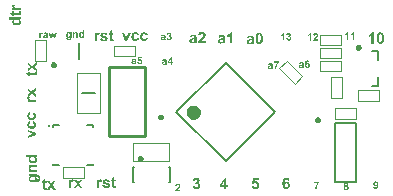
<source format=gto>
%FSTAX25Y25*%
%MOIN*%
%SFA1B1*%

%IPPOS*%
%ADD28C,0.010000*%
%ADD35C,0.003940*%
%ADD36C,0.009840*%
%ADD37C,0.023620*%
%ADD38C,0.007870*%
%LNsuper_pro_mini_1-1*%
%LPD*%
G36*
X0109433Y0114385D02*
X0109536Y011438D01*
X0109656Y0114369*
X0109777Y0114358*
X0109891Y0114336*
X010994Y0114325*
X010999Y0114309*
X011Y0114303*
X0110028Y0114292*
X0110071Y0114276*
X0110126Y0114249*
X0110186Y0114216*
X0110252Y0114178*
X0110312Y0114134*
X0110366Y0114079*
X0110372Y0114074*
X0110388Y0114052*
X0110415Y0114019*
X0110443Y0113981*
X0110475Y0113926*
X0110514Y0113861*
X0110546Y0113784*
X0110579Y0113697*
X0110585Y0113686*
X011059Y0113653*
X0110607Y0113604*
X0110617Y0113533*
X0110634Y011344*
X011065Y0113337*
X0110656Y0113216*
X0110661Y0113085*
Y011308*
Y0113053*
Y011302*
X0110656Y0112971*
Y0112916*
X011065Y0112851*
X0110639Y011278*
X0110628Y0112703*
X0110601Y011254*
X0110557Y0112376*
X011053Y0112299*
X0110497Y0112223*
X0110465Y0112157*
X0110421Y0112097*
X0110415Y0112092*
X011041Y0112086*
X0110377Y0112054*
X0110328Y0112004*
X0110257Y0111955*
X011017Y0111901*
X0110066Y0111852*
X0109946Y0111819*
X010988Y0111813*
X0109815Y0111808*
X010976*
X0109727Y0111813*
X0109826Y0112643*
X0109831*
X0109847Y0112649*
X0109875Y0112654*
X0109902Y011266*
X0109968Y0112687*
X011Y0112709*
X0110022Y0112736*
X0110028Y0112741*
X0110033Y0112758*
X011005Y011278*
X0110061Y0112818*
X0110077Y0112862*
X0110093Y0112916*
X0110099Y0112982*
X0110104Y0113058*
Y0113064*
Y0113069*
Y0113107*
X0110099Y0113156*
X0110093Y0113216*
X0110082Y0113287*
X0110066Y0113358*
X0110044Y0113424*
X0110017Y0113484*
X0110011Y0113489*
X0110006Y01135*
X0109995Y0113517*
X0109973Y0113539*
X0109946Y011356*
X0109913Y0113582*
X0109875Y0113604*
X0109831Y0113626*
X0109826*
X0109815Y0113631*
X0109793Y0113637*
X0109755Y0113648*
X0109711Y0113653*
X0109656Y0113659*
X0109585Y0113664*
X0109105*
X010911Y0113659*
X0109121Y0113648*
X0109143Y0113631*
X0109176Y0113604*
X0109209Y0113577*
X0109247Y0113539*
X0109285Y0113489*
X0109323Y011344*
X0109367Y0113386*
X0109405Y011332*
X0109476Y0113184*
X0109504Y0113107*
X0109525Y0113025*
X0109542Y0112938*
X0109547Y0112845*
Y011284*
Y0112823*
X0109542Y0112791*
Y0112752*
X0109531Y0112709*
X010952Y0112654*
X0109509Y0112594*
X0109487Y0112529*
X0109465Y0112463*
X0109433Y0112392*
X0109394Y0112316*
X0109351Y0112245*
X0109296Y0112174*
X0109236Y0112103*
X0109165Y0112037*
X0109083Y0111972*
X0109078*
X0109067Y0111961*
X0109045Y011195*
X0109018Y0111933*
X0108979Y0111912*
X0108936Y011189*
X0108887Y0111868*
X0108826Y0111846*
X0108766Y0111824*
X0108695Y0111802*
X0108619Y0111781*
X0108537Y0111759*
X0108362Y0111731*
X0108264Y0111726*
X0108166Y0111721*
X01081*
X0108051Y0111726*
X0107997Y0111731*
X0107931Y0111737*
X0107855Y0111748*
X0107778Y0111764*
X0107604Y0111802*
X0107516Y011183*
X0107429Y0111857*
X0107347Y0111895*
X010726Y0111939*
X0107183Y0111988*
X0107112Y0112048*
X0107107Y0112054*
X0107096Y0112065*
X0107079Y0112081*
X0107052Y0112108*
X0107025Y0112141*
X0106997Y0112179*
X0106965Y0112223*
X0106926Y0112277*
X0106894Y0112332*
X0106861Y0112398*
X0106801Y0112534*
X0106779Y0112616*
X0106763Y0112698*
X0106752Y0112785*
X0106746Y0112873*
Y0112878*
Y0112894*
X0106752Y0112922*
Y011296*
X0106763Y0112998*
X0106768Y0113053*
X0106784Y0113107*
X0106801Y0113167*
X0106828Y0113233*
X0106855Y0113298*
X0106894Y0113369*
X0106937Y011344*
X0106986Y0113511*
X0107052Y0113582*
X0107117Y0113648*
X0107199Y0113713*
X0106806*
Y011439*
X0109389*
X0109433Y0114385*
G37*
G36*
X0108247Y0135133D02*
X0108274Y0135127D01*
X0108307Y0135117*
X0108345Y01351*
X0108395Y0135084*
X0108504Y013504*
X0108624Y0134985*
X0108744Y0134909*
X0108864Y0134816*
X0108919Y0134762*
X0108968Y0134707*
Y0134702*
X0108979Y0134691*
X010899Y0134674*
X0109006Y0134652*
X0109022Y013462*
X0109044Y0134581*
X0109066Y0134538*
X0109088Y0134483*
X0109115Y0134429*
X0109137Y0134363*
X0109159Y0134298*
X0109175Y0134221*
X0109192Y0134139*
X0109203Y0134052*
X0109208Y0133965*
X0109214Y0133866*
Y0133861*
Y0133839*
Y0133806*
X0109208Y0133768*
X0109203Y0133719*
X0109192Y0133659*
X0109181Y0133593*
X0109165Y0133522*
X0109148Y0133446*
X0109121Y0133369*
X0109093Y0133287*
X0109055Y0133211*
X0109012Y0133129*
X0108962Y0133053*
X0108902Y0132982*
X0108837Y0132911*
X0108831Y0132905*
X010882Y0132894*
X0108799Y0132878*
X0108766Y0132856*
X0108728Y0132829*
X0108684Y0132796*
X0108629Y0132769*
X0108564Y0132736*
X0108493Y0132698*
X0108416Y013267*
X0108329Y0132638*
X0108236Y013261*
X0108133Y0132589*
X0108029Y0132572*
X0107909Y0132561*
X0107789Y0132556*
X0107723*
X0107679Y0132561*
X0107619Y0132567*
X0107554Y0132572*
X0107483Y0132583*
X0107401Y0132599*
X0107232Y0132643*
X0107144Y013267*
X0107057Y0132703*
X0106969Y0132747*
X0106888Y0132796*
X0106811Y0132851*
X0106735Y0132911*
X0106729Y0132916*
X0106718Y0132927*
X0106702Y0132949*
X0106675Y0132976*
X0106647Y0133014*
X0106615Y0133058*
X0106576Y0133107*
X0106544Y0133167*
X0106505Y0133233*
X0106473Y0133304*
X010644Y0133386*
X0106413Y0133473*
X0106385Y013356*
X0106369Y0133664*
X0106358Y0133768*
X0106353Y0133877*
Y0133882*
Y0133899*
Y0133926*
X0106358Y0133959*
Y0134003*
X0106363Y0134052*
X0106369Y0134106*
X010638Y0134167*
X0106407Y0134292*
X0106445Y0134423*
X01065Y0134554*
X0106571Y0134674*
Y013468*
X0106582Y0134685*
X0106593Y0134702*
X0106609Y0134723*
X0106658Y0134773*
X0106729Y0134838*
X0106822Y0134909*
X0106931Y013498*
X0107062Y0135046*
X0107215Y01351*
X0107346Y0134385*
X0107335*
X0107314Y0134379*
X0107275Y0134369*
X0107226Y0134352*
X0107177Y0134325*
X0107122Y0134298*
X0107073Y0134259*
X010703Y0134216*
X0107024Y013421*
X0107013Y0134194*
X0106997Y0134167*
X0106975Y0134128*
X0106953Y0134079*
X0106937Y0134025*
X0106926Y0133959*
X010692Y0133888*
Y0133882*
Y0133877*
X0106926Y0133844*
X0106931Y0133795*
X0106942Y013373*
X0106969Y0133664*
X0107002Y0133593*
X0107046Y0133522*
X0107112Y0133457*
X0107122Y0133451*
X010715Y0133435*
X0107193Y0133407*
X0107259Y013338*
X0107346Y0133347*
X0107395Y0133337*
X010745Y0133326*
X0107516Y0133315*
X0107581Y0133304*
X0107658Y0133298*
X0107783*
X0107816Y0133304*
X0107854*
X0107898Y0133309*
X0108007Y013332*
X0108122Y0133337*
X0108236Y0133369*
X010834Y0133407*
X0108384Y0133435*
X0108427Y0133462*
X0108438Y0133468*
X010846Y0133495*
X0108487Y0133528*
X0108526Y0133577*
X0108564Y0133642*
X0108591Y0133713*
X0108613Y0133801*
X0108624Y0133899*
Y013391*
Y0133932*
X0108618Y013397*
X0108607Y0134019*
X0108597Y0134074*
X0108575Y0134128*
X0108547Y0134183*
X0108509Y0134237*
X0108504Y0134243*
X0108487Y0134259*
X010846Y0134281*
X0108416Y0134314*
X0108362Y0134347*
X0108291Y0134374*
X0108203Y0134407*
X0108105Y0134429*
X0108225Y0135138*
X0108231*
X0108247Y0135133*
G37*
G36*
X0109547Y0116875D02*
X0108008D01*
X0107915Y0116869*
X0107822Y0116864*
X0107724Y0116853*
X0107642Y0116842*
X0107609Y0116837*
X0107582Y0116826*
X0107576*
X010756Y0116815*
X0107538Y0116804*
X0107505Y0116787*
X010744Y0116738*
X0107407Y0116711*
X010738Y0116673*
X0107374Y0116667*
X0107369Y0116656*
X0107358Y0116635*
X0107341Y0116602*
X0107325Y0116563*
X0107314Y0116525*
X0107309Y0116476*
X0107303Y0116421*
Y0116416*
Y0116389*
X0107309Y0116356*
X0107314Y0116312*
X0107331Y0116258*
X0107347Y0116203*
X0107374Y0116143*
X0107407Y0116083*
X0107412Y0116077*
X0107423Y0116061*
X0107451Y0116034*
X0107478Y0116001*
X0107522Y0115968*
X0107565Y0115936*
X0107625Y0115903*
X0107685Y0115881*
X0107691*
X0107718Y011587*
X0107762Y0115865*
X0107827Y0115854*
X0107866Y0115848*
X0107915Y0115843*
X0107964Y0115837*
X0108024*
X0108084Y0115832*
X0108155Y0115826*
X0109547*
Y01151*
X0106806*
Y0115772*
X010721*
X0107205Y0115777*
X0107188Y0115788*
X0107167Y011581*
X0107139Y0115837*
X0107101Y011587*
X0107063Y0115914*
X0107019Y0115963*
X0106976Y0116017*
X0106937Y0116077*
X0106894Y0116148*
X0106855Y0116219*
X0106817Y0116301*
X010679Y0116389*
X0106768Y0116476*
X0106752Y0116574*
X0106746Y0116673*
Y0116678*
Y0116684*
Y0116711*
X0106752Y011676*
X0106757Y011682*
X0106768Y0116886*
X0106784Y0116957*
X0106806Y0117033*
X0106834Y011711*
X0106839Y011712*
X010685Y0117142*
X0106866Y0117181*
X0106894Y0117224*
X0106926Y0117273*
X0106965Y0117322*
X0107008Y0117372*
X0107057Y0117415*
X0107063Y0117421*
X0107079Y0117432*
X0107107Y0117448*
X0107145Y011747*
X0107188Y0117497*
X0107243Y0117519*
X0107298Y0117541*
X0107363Y0117557*
X0107369*
X0107396Y0117563*
X0107434Y0117574*
X0107489Y0117579*
X0107554Y011759*
X0107642Y0117595*
X0107735Y0117601*
X0109547*
Y0116875*
G37*
G36*
X0192791Y011335D02*
X0192829D01*
X0192873Y0113344*
X0192971Y0113322*
X019308Y0113295*
X01932Y0113251*
X0193321Y0113191*
X0193375Y0113153*
X019343Y011311*
X0193435*
X0193441Y0113099*
X0193457Y0113082*
X0193473Y0113066*
X0193501Y0113039*
X0193523Y0113011*
X0193583Y0112935*
X0193643Y0112831*
X0193703Y0112711*
X0193757Y0112575*
X0193796Y0112411*
X0193097Y0112334*
Y0112345*
X0193091Y0112367*
X019308Y0112405*
X0193069Y0112454*
X0193053Y0112504*
X0193026Y0112558*
X0192998Y0112607*
X019296Y0112651*
X0192955Y0112656*
X0192938Y0112667*
X0192917Y0112684*
X0192884Y0112706*
X0192845Y0112722*
X0192796Y0112738*
X0192736Y0112749*
X0192676Y0112755*
X0192665*
X0192638Y0112749*
X0192594Y0112744*
X019254Y0112727*
X019248Y0112706*
X0192414Y0112667*
X0192349Y0112618*
X0192289Y0112547*
X0192283Y0112536*
X0192272Y0112525*
X0192261Y0112504*
X019225Y0112482*
X0192234Y0112449*
X0192223Y0112411*
X0192207Y0112362*
X0192185Y0112307*
X0192168Y0112247*
X0192152Y0112176*
X0192136Y01121*
X0192119Y0112012*
X0192108Y0111914*
X0192097Y0111805*
X0192087Y011169*
X0192092Y0111695*
X0192097Y0111706*
X0192114Y0111717*
X0192136Y0111739*
X0192163Y0111766*
X0192196Y0111794*
X0192272Y0111854*
X019237Y0111908*
X0192485Y0111963*
X0192551Y0111985*
X0192616Y0111996*
X0192687Y0112007*
X0192764Y0112012*
X0192807*
X019284Y0112007*
X0192878Y0112001*
X0192922Y0111996*
X0192977Y0111985*
X0193031Y0111968*
X0193151Y0111925*
X0193217Y0111898*
X0193282Y0111865*
X0193348Y0111827*
X0193413Y0111777*
X0193479Y0111723*
X0193539Y0111663*
X0193544Y0111657*
X0193555Y0111646*
X0193572Y011163*
X0193588Y0111603*
X0193615Y0111564*
X0193643Y0111526*
X019367Y0111477*
X0193703Y0111422*
X0193736Y0111362*
X0193763Y0111291*
X019379Y011122*
X0193817Y0111138*
X0193834Y0111057*
X019385Y0110964*
X0193861Y0110871*
X0193867Y0110767*
Y0110762*
Y011074*
Y0110713*
X0193861Y0110669*
X0193856Y011062*
X019385Y0110565*
X0193839Y01105*
X0193823Y0110434*
X0193785Y0110281*
X0193757Y0110205*
X0193719Y0110128*
X0193681Y0110052*
X0193637Y0109976*
X0193583Y0109899*
X0193523Y0109834*
X0193517Y0109828*
X0193506Y0109817*
X019349Y0109801*
X0193463Y0109779*
X019343Y0109752*
X0193386Y0109724*
X0193342Y0109692*
X0193288Y0109659*
X0193228Y0109626*
X0193162Y0109593*
X0193091Y0109566*
X0193009Y0109539*
X0192927Y0109517*
X019284Y0109501*
X0192747Y010949*
X0192649Y0109484*
X0192622*
X0192594Y010949*
X0192556*
X0192507Y0109501*
X0192447Y0109506*
X0192387Y0109522*
X0192316Y0109539*
X0192245Y0109561*
X0192168Y0109593*
X0192087Y0109626*
X019201Y010967*
X0191928Y0109719*
X0191852Y0109779*
X0191775Y010985*
X0191704Y0109926*
X0191699Y0109932*
X0191688Y0109948*
X0191672Y0109976*
X019165Y0110014*
X0191617Y0110063*
X019159Y0110123*
X0191557Y0110194*
X0191524Y0110276*
X0191486Y0110374*
X0191453Y0110478*
X0191426Y0110598*
X0191399Y0110734*
X0191371Y0110876*
X0191355Y0111035*
X0191344Y0111204*
X0191339Y011139*
Y0111395*
Y0111401*
Y0111417*
Y0111433*
Y0111488*
X0191344Y0111559*
X0191349Y0111646*
X019136Y0111745*
X0191371Y0111854*
X0191388Y0111968*
X0191404Y0112089*
X0191431Y0112214*
X0191464Y011234*
X0191502Y0112465*
X0191546Y011258*
X0191595Y0112695*
X0191655Y0112798*
X0191721Y0112891*
X0191726Y0112897*
X0191737Y0112913*
X0191759Y0112935*
X0191792Y0112962*
X019183Y0113*
X0191874Y0113039*
X0191928Y0113082*
X0191988Y0113126*
X0192059Y0113164*
X019213Y0113208*
X0192218Y0113246*
X0192305Y0113284*
X0192398Y0113312*
X0192502Y0113333*
X0192605Y011335*
X019272Y0113355*
X0192764*
X0192791Y011335*
G37*
G36*
X0145368Y016176D02*
X0145412D01*
X0145461Y0161755*
X0145516Y0161749*
X0145576Y0161738*
X0145702Y0161711*
X0145833Y0161673*
X0145964Y0161618*
X0146084Y0161547*
X0146089*
X0146095Y0161536*
X0146111Y0161525*
X0146133Y0161509*
X0146182Y016146*
X0146247Y0161389*
X0146318Y0161296*
X0146389Y0161187*
X0146455Y0161056*
X014651Y0160903*
X0145794Y0160772*
Y0160783*
X0145789Y0160805*
X0145778Y0160843*
X0145762Y0160892*
X0145734Y0160941*
X0145707Y0160996*
X0145669Y0161045*
X0145625Y0161089*
X014562Y0161094*
X0145603Y0161105*
X0145576Y0161121*
X0145538Y0161143*
X0145489Y0161165*
X0145434Y0161181*
X0145368Y0161192*
X0145298Y0161198*
X0145287*
X0145254Y0161192*
X0145205Y0161187*
X0145139Y0161176*
X0145074Y0161149*
X0145003Y0161116*
X0144932Y0161072*
X0144866Y0161007*
X0144861Y0160996*
X0144844Y0160968*
X0144817Y0160925*
X014479Y0160859*
X0144757Y0160772*
X0144746Y0160723*
X0144735Y0160668*
X0144724Y0160603*
X0144713Y0160537*
X0144708Y0160461*
Y0160384*
Y0160379*
Y0160362*
Y0160335*
X0144713Y0160302*
Y0160264*
X0144719Y016022*
X014473Y0160111*
X0144746Y0159996*
X0144779Y0159882*
X0144817Y0159778*
X0144844Y0159734*
X0144872Y0159691*
X0144877Y015968*
X0144904Y0159658*
X0144937Y0159631*
X0144986Y0159592*
X0145052Y0159554*
X0145123Y0159527*
X014521Y0159505*
X0145308Y0159494*
X0145341*
X0145379Y01595*
X0145429Y0159511*
X0145483Y0159521*
X0145538Y0159543*
X0145592Y0159571*
X0145647Y0159609*
X0145652Y0159614*
X0145669Y0159631*
X0145691Y0159658*
X0145723Y0159702*
X0145756Y0159756*
X0145783Y0159827*
X0145816Y0159915*
X0145838Y0160013*
X0146548Y0159893*
Y0159887*
X0146542Y0159871*
X0146537Y0159844*
X0146526Y0159811*
X014651Y0159773*
X0146493Y0159723*
X0146449Y0159614*
X0146395Y0159494*
X0146318Y0159374*
X0146226Y0159254*
X0146171Y0159199*
X0146116Y015915*
X0146111*
X01461Y0159139*
X0146084Y0159128*
X0146062Y0159112*
X0146029Y0159096*
X0145991Y0159074*
X0145947Y0159052*
X0145893Y015903*
X0145838Y0159003*
X0145773Y0158981*
X0145707Y0158959*
X0145631Y0158943*
X0145549Y0158926*
X0145461Y0158915*
X0145374Y015891*
X0145276Y0158905*
X0145216*
X0145177Y015891*
X0145128Y0158915*
X0145068Y0158926*
X0145003Y0158937*
X0144932Y0158954*
X0144855Y015897*
X0144779Y0158997*
X0144697Y0159025*
X014462Y0159063*
X0144538Y0159107*
X0144462Y0159156*
X0144391Y0159216*
X014432Y0159281*
X0144315Y0159287*
X0144304Y0159298*
X0144287Y0159319*
X0144265Y0159352*
X0144238Y015939*
X0144205Y0159434*
X0144178Y0159489*
X0144145Y0159554*
X0144107Y0159625*
X014408Y0159702*
X0144047Y0159789*
X014402Y0159882*
X0143998Y0159986*
X0143982Y0160089*
X0143971Y0160209*
X0143965Y016033*
Y0160335*
Y0160357*
Y0160395*
X0143971Y0160439*
X0143976Y0160499*
X0143982Y0160564*
X0143992Y0160635*
X0144009Y0160717*
X0144053Y0160887*
X014408Y0160974*
X0144113Y0161061*
X0144156Y0161149*
X0144205Y0161231*
X014426Y0161307*
X014432Y0161383*
X0144326Y0161389*
X0144336Y01614*
X0144358Y0161416*
X0144386Y0161443*
X0144424Y0161471*
X0144467Y0161504*
X0144517Y0161542*
X0144577Y0161574*
X0144642Y0161613*
X0144713Y0161645*
X0144795Y0161678*
X0144883Y0161706*
X014497Y0161733*
X0145074Y0161749*
X0145177Y016176*
X0145287Y0161766*
X0145336*
X0145368Y016176*
G37*
G36*
X0142431D02*
X0142475D01*
X0142524Y0161755*
X0142578Y0161749*
X0142638Y0161738*
X0142764Y0161711*
X0142895Y0161673*
X0143026Y0161618*
X0143146Y0161547*
X0143152*
X0143157Y0161536*
X0143174Y0161525*
X0143195Y0161509*
X0143245Y016146*
X014331Y0161389*
X0143381Y0161296*
X0143452Y0161187*
X0143517Y0161056*
X0143572Y0160903*
X0142857Y0160772*
Y0160783*
X0142851Y0160805*
X0142841Y0160843*
X0142824Y0160892*
X0142797Y0160941*
X014277Y0160996*
X0142731Y0161045*
X0142688Y0161089*
X0142682Y0161094*
X0142666Y0161105*
X0142638Y0161121*
X01426Y0161143*
X0142551Y0161165*
X0142497Y0161181*
X0142431Y0161192*
X014236Y0161198*
X0142349*
X0142316Y0161192*
X0142267Y0161187*
X0142202Y0161176*
X0142136Y0161149*
X0142065Y0161116*
X0141994Y0161072*
X0141929Y0161007*
X0141923Y0160996*
X0141907Y0160968*
X0141879Y0160925*
X0141852Y0160859*
X0141819Y0160772*
X0141808Y0160723*
X0141798Y0160668*
X0141787Y0160603*
X0141776Y0160537*
X014177Y0160461*
Y0160384*
Y0160379*
Y0160362*
Y0160335*
X0141776Y0160302*
Y0160264*
X0141781Y016022*
X0141792Y0160111*
X0141808Y0159996*
X0141841Y0159882*
X0141879Y0159778*
X0141907Y0159734*
X0141934Y0159691*
X014194Y015968*
X0141967Y0159658*
X0142Y0159631*
X0142049Y0159592*
X0142114Y0159554*
X0142185Y0159527*
X0142273Y0159505*
X0142371Y0159494*
X0142404*
X0142442Y01595*
X0142491Y0159511*
X0142546Y0159521*
X01426Y0159543*
X0142655Y0159571*
X0142709Y0159609*
X0142715Y0159614*
X0142731Y0159631*
X0142753Y0159658*
X0142786Y0159702*
X0142819Y0159756*
X0142846Y0159827*
X0142879Y0159915*
X0142901Y0160013*
X014361Y0159893*
Y0159887*
X0143605Y0159871*
X0143599Y0159844*
X0143588Y0159811*
X0143572Y0159773*
X0143556Y0159723*
X0143512Y0159614*
X0143457Y0159494*
X0143381Y0159374*
X0143288Y0159254*
X0143234Y0159199*
X0143179Y015915*
X0143174*
X0143163Y0159139*
X0143146Y0159128*
X0143124Y0159112*
X0143092Y0159096*
X0143053Y0159074*
X014301Y0159052*
X0142955Y015903*
X0142901Y0159003*
X0142835Y0158981*
X014277Y0158959*
X0142693Y0158943*
X0142611Y0158926*
X0142524Y0158915*
X0142436Y015891*
X0142338Y0158905*
X0142278*
X014224Y015891*
X0142191Y0158915*
X0142131Y0158926*
X0142065Y0158937*
X0141994Y0158954*
X0141918Y015897*
X0141841Y0158997*
X0141759Y0159025*
X0141683Y0159063*
X0141601Y0159107*
X0141525Y0159156*
X0141454Y0159216*
X0141383Y0159281*
X0141377Y0159287*
X0141366Y0159298*
X014135Y0159319*
X0141328Y0159352*
X0141301Y015939*
X0141268Y0159434*
X0141241Y0159489*
X0141208Y0159554*
X014117Y0159625*
X0141142Y0159702*
X014111Y0159789*
X0141082Y0159882*
X014106Y0159986*
X0141044Y0160089*
X0141033Y0160209*
X0141028Y016033*
Y0160335*
Y0160357*
Y0160395*
X0141033Y0160439*
X0141039Y0160499*
X0141044Y0160564*
X0141055Y0160635*
X0141071Y0160717*
X0141115Y0160887*
X0141142Y0160974*
X0141175Y0161061*
X0141219Y0161149*
X0141268Y0161231*
X0141323Y0161307*
X0141383Y0161383*
X0141388Y0161389*
X0141399Y01614*
X0141421Y0161416*
X0141448Y0161443*
X0141486Y0161471*
X014153Y0161504*
X0141579Y0161542*
X0141639Y0161574*
X0141705Y0161613*
X0141776Y0161645*
X0141858Y0161678*
X0141945Y0161706*
X0142032Y0161733*
X0142136Y0161749*
X014224Y016176*
X0142349Y0161766*
X0142398*
X0142431Y016176*
G37*
G36*
X0108247Y0132195D02*
X0108274Y013219D01*
X0108307Y0132179*
X0108345Y0132163*
X0108395Y0132146*
X0108504Y0132103*
X0108624Y0132048*
X0108744Y0131972*
X0108864Y0131879*
X0108919Y0131824*
X0108968Y013177*
Y0131764*
X0108979Y0131753*
X010899Y0131737*
X0109006Y0131715*
X0109022Y0131682*
X0109044Y0131644*
X0109066Y01316*
X0109088Y0131546*
X0109115Y0131491*
X0109137Y0131425*
X0109159Y013136*
X0109175Y0131284*
X0109192Y0131202*
X0109203Y0131114*
X0109208Y0131027*
X0109214Y0130929*
Y0130923*
Y0130901*
Y0130869*
X0109208Y013083*
X0109203Y0130781*
X0109192Y0130721*
X0109181Y0130656*
X0109165Y0130585*
X0109148Y0130508*
X0109121Y0130432*
X0109093Y013035*
X0109055Y0130273*
X0109012Y0130192*
X0108962Y0130115*
X0108902Y0130044*
X0108837Y0129973*
X0108831Y0129968*
X010882Y0129957*
X0108799Y012994*
X0108766Y0129919*
X0108728Y0129891*
X0108684Y0129859*
X0108629Y0129831*
X0108564Y0129798*
X0108493Y012976*
X0108416Y0129733*
X0108329Y01297*
X0108236Y0129673*
X0108133Y0129651*
X0108029Y0129635*
X0107909Y0129624*
X0107789Y0129618*
X0107723*
X0107679Y0129624*
X0107619Y0129629*
X0107554Y0129635*
X0107483Y0129646*
X0107401Y0129662*
X0107232Y0129706*
X0107144Y0129733*
X0107057Y0129766*
X0106969Y0129809*
X0106888Y0129859*
X0106811Y0129913*
X0106735Y0129973*
X0106729Y0129979*
X0106718Y012999*
X0106702Y0130011*
X0106675Y0130039*
X0106647Y0130077*
X0106615Y0130121*
X0106576Y013017*
X0106544Y013023*
X0106505Y0130295*
X0106473Y0130366*
X010644Y0130448*
X0106413Y0130536*
X0106385Y0130623*
X0106369Y0130727*
X0106358Y013083*
X0106353Y013094*
Y0130945*
Y0130961*
Y0130989*
X0106358Y0131021*
Y0131065*
X0106363Y0131114*
X0106369Y0131169*
X010638Y0131229*
X0106407Y0131355*
X0106445Y0131486*
X01065Y0131617*
X0106571Y0131737*
Y0131742*
X0106582Y0131748*
X0106593Y0131764*
X0106609Y0131786*
X0106658Y0131835*
X0106729Y0131901*
X0106822Y0131972*
X0106931Y0132043*
X0107062Y0132108*
X0107215Y0132163*
X0107346Y0131447*
X0107335*
X0107314Y0131442*
X0107275Y0131431*
X0107226Y0131415*
X0107177Y0131387*
X0107122Y013136*
X0107073Y0131322*
X010703Y0131278*
X0107024Y0131273*
X0107013Y0131256*
X0106997Y0131229*
X0106975Y0131191*
X0106953Y0131142*
X0106937Y0131087*
X0106926Y0131021*
X010692Y013095*
Y0130945*
Y013094*
X0106926Y0130907*
X0106931Y0130858*
X0106942Y0130792*
X0106969Y0130727*
X0107002Y0130656*
X0107046Y0130585*
X0107112Y0130519*
X0107122Y0130514*
X010715Y0130497*
X0107193Y013047*
X0107259Y0130443*
X0107346Y013041*
X0107395Y0130399*
X010745Y0130388*
X0107516Y0130377*
X0107581Y0130366*
X0107658Y0130361*
X0107783*
X0107816Y0130366*
X0107854*
X0107898Y0130372*
X0108007Y0130383*
X0108122Y0130399*
X0108236Y0130432*
X010834Y013047*
X0108384Y0130497*
X0108427Y0130525*
X0108438Y013053*
X010846Y0130557*
X0108487Y013059*
X0108526Y0130639*
X0108564Y0130705*
X0108591Y0130776*
X0108613Y0130863*
X0108624Y0130961*
Y0130972*
Y0130994*
X0108618Y0131032*
X0108607Y0131082*
X0108597Y0131136*
X0108575Y0131191*
X0108547Y0131245*
X0108509Y01313*
X0108504Y0131305*
X0108487Y0131322*
X010846Y0131344*
X0108416Y0131376*
X0108362Y0131409*
X0108291Y0131437*
X0108203Y0131469*
X0108105Y0131491*
X0108225Y0132201*
X0108231*
X0108247Y0132195*
G37*
G36*
X0109153Y0128242D02*
Y0127587D01*
X0106413Y0126484*
Y0127243*
X0107816Y0127762*
X010828Y0127909*
X0108274Y0127915*
X0108253Y012792*
X010822Y0127931*
X0108187Y0127942*
X0108105Y0127969*
X0108072Y012798*
X0108045Y0127986*
X010804*
X0108023Y0127991*
X0108001Y0127997*
X0107974Y0128008*
X0107898Y0128029*
X0107816Y0128062*
X0106413Y0128586*
Y0129329*
X0109153Y0128242*
G37*
G36*
X0183477Y0112607D02*
X0182107D01*
X0181992Y0111963*
X0181998*
X0182003Y0111968*
X0182036Y0111985*
X0182085Y0112001*
X0182145Y0112029*
X0182222Y011205*
X0182304Y0112067*
X0182396Y0112083*
X0182489Y0112089*
X0182538*
X0182571Y0112083*
X0182609Y0112078*
X0182659Y0112072*
X0182713Y0112061*
X0182773Y0112045*
X0182899Y0112001*
X018297Y0111974*
X0183035Y0111941*
X0183106Y0111898*
X0183177Y0111848*
X0183243Y0111794*
X0183308Y0111734*
X0183314Y0111728*
X0183325Y0111717*
X0183341Y0111695*
X0183363Y0111668*
X0183385Y0111635*
X0183417Y0111592*
X0183445Y0111543*
X0183477Y0111488*
X018351Y0111428*
X0183537Y0111357*
X018357Y0111281*
X0183592Y0111204*
X0183614Y0111117*
X018363Y0111024*
X0183641Y0110926*
X0183647Y0110822*
Y0110816*
Y01108*
Y0110778*
X0183641Y0110745*
Y0110702*
X018363Y0110653*
X0183625Y0110598*
X0183614Y0110543*
X0183581Y0110412*
X0183532Y011027*
X0183499Y0110194*
X0183466Y0110123*
X0183423Y0110052*
X0183374Y0109981*
X0183368Y0109976*
X0183357Y0109959*
X0183335Y0109937*
X0183308Y0109905*
X018327Y0109866*
X0183221Y0109823*
X0183166Y0109779*
X0183106Y0109735*
X0183035Y0109686*
X0182959Y0109643*
X0182877Y0109599*
X0182784Y0109561*
X0182686Y0109528*
X0182582Y0109506*
X0182467Y010949*
X0182347Y0109484*
X0182298*
X018226Y010949*
X0182216Y0109495*
X0182162Y0109501*
X0182107Y0109506*
X0182042Y0109517*
X018191Y010955*
X0181763Y0109604*
X0181692Y0109632*
X0181621Y010967*
X0181555Y0109713*
X018149Y0109763*
X0181485Y0109768*
X0181474Y0109774*
X0181457Y010979*
X0181435Y0109812*
X0181414Y0109845*
X0181381Y0109877*
X0181353Y0109915*
X0181321Y0109959*
X0181282Y0110014*
X018125Y0110068*
X018119Y0110199*
X0181135Y0110347*
X0181119Y0110429*
X0181102Y0110516*
X0181823Y0110592*
Y0110582*
X0181828Y0110554*
X018184Y0110505*
X0181856Y0110451*
X0181878Y011039*
X018191Y0110325*
X0181954Y0110265*
X0182003Y0110205*
X0182009Y0110199*
X0182031Y0110183*
X0182063Y0110161*
X0182107Y0110134*
X0182156Y0110107*
X0182216Y0110085*
X0182287Y0110068*
X0182358Y0110063*
X0182369*
X0182396Y0110068*
X018244Y0110074*
X0182495Y0110085*
X0182555Y0110107*
X018262Y0110139*
X0182686Y0110188*
X0182746Y0110248*
X0182751Y0110259*
X0182773Y0110281*
X0182795Y0110325*
X0182828Y011039*
X0182855Y0110467*
X0182882Y011056*
X0182899Y0110674*
X0182904Y0110805*
Y0110811*
Y0110822*
Y0110838*
Y0110865*
X0182899Y0110926*
X0182882Y0111002*
X0182866Y0111089*
X0182839Y0111177*
X01828Y0111259*
X0182746Y011133*
X018274Y0111335*
X0182719Y0111357*
X018268Y0111384*
X0182637Y0111422*
X0182577Y0111455*
X0182506Y0111483*
X0182424Y0111504*
X0182336Y011151*
X0182304*
X0182282Y0111504*
X0182227Y0111493*
X0182151Y0111477*
X0182063Y0111444*
X0181971Y0111395*
X0181921Y0111362*
X0181872Y0111324*
X0181823Y0111281*
X0181774Y0111231*
X018119Y0111313*
X0181561Y0113284*
X0183477*
Y0112607*
G37*
G36*
X0120092Y0161812D02*
X0120118D01*
X0120143Y0161805*
X0120179Y0161802*
X0120216Y0161791*
X0120256Y016178*
X01203Y0161761*
X0120343Y0161743*
X0120391Y0161718*
X0120438Y0161689*
X0120485Y0161656*
X0120533Y0161612*
X0120576Y0161569*
X012062Y0161514*
Y0161776*
X0121071*
Y0160134*
Y0160131*
Y016012*
Y0160105*
Y0160083*
Y0160054*
X0121068Y0160025*
X0121064Y0159956*
X0121057Y0159876*
X0121049Y0159796*
X0121035Y015972*
X0121028Y0159687*
X0121017Y0159654*
X0121013Y0159647*
X0121006Y0159628*
X0120995Y0159599*
X0120977Y0159563*
X0120955Y0159523*
X0120929Y0159479*
X01209Y0159439*
X0120864Y0159403*
X012086Y0159399*
X0120846Y0159388*
X0120824Y015937*
X0120798Y0159352*
X0120762Y015933*
X0120718Y0159304*
X0120667Y0159283*
X0120609Y0159261*
X0120602Y0159257*
X012058Y0159254*
X0120547Y0159243*
X01205Y0159235*
X0120438Y0159224*
X0120369Y0159213*
X0120289Y015921*
X0120201Y0159206*
X0120158*
X0120125Y015921*
X0120089*
X0120045Y0159213*
X0119998Y0159221*
X0119947Y0159228*
X0119837Y0159246*
X0119728Y0159275*
X0119677Y0159294*
X0119626Y0159316*
X0119582Y0159337*
X0119543Y0159366*
X0119539Y015937*
X0119535Y0159374*
X0119513Y0159396*
X0119481Y0159428*
X0119448Y0159476*
X0119412Y0159534*
X0119379Y0159603*
X0119357Y0159683*
X0119353Y0159727*
X011935Y0159771*
Y0159774*
Y0159789*
Y0159807*
X0119353Y0159829*
X0119906Y0159763*
Y0159759*
X011991Y0159749*
X0119914Y015973*
X0119917Y0159712*
X0119936Y0159669*
X011995Y0159647*
X0119968Y0159632*
X0119972Y0159628*
X0119983Y0159625*
X0119998Y0159614*
X0120023Y0159607*
X0120052Y0159596*
X0120089Y0159585*
X0120132Y0159581*
X0120183Y0159578*
X0120216*
X0120249Y0159581*
X0120289Y0159585*
X0120336Y0159592*
X0120383Y0159603*
X0120427Y0159618*
X0120467Y0159636*
X0120471Y0159639*
X0120478Y0159643*
X0120489Y015965*
X0120503Y0159665*
X0120518Y0159683*
X0120533Y0159705*
X0120547Y015973*
X0120562Y0159759*
Y0159763*
X0120565Y0159771*
X0120569Y0159785*
X0120576Y015981*
X012058Y015984*
X0120583Y0159876*
X0120587Y0159923*
Y0159978*
Y0160244*
X0120583Y016024*
X0120576Y0160233*
X0120565Y0160218*
X0120547Y0160196*
X0120529Y0160175*
X0120503Y0160149*
X0120471Y0160124*
X0120438Y0160098*
X0120402Y0160069*
X0120358Y0160044*
X0120267Y0159996*
X0120216Y0159978*
X0120161Y0159963*
X0120103Y0159952*
X0120041Y0159949*
X0120027*
X0120005Y0159952*
X0119979*
X011995Y015996*
X0119914Y0159967*
X0119874Y0159974*
X011983Y0159989*
X0119786Y0160003*
X0119739Y0160025*
X0119688Y0160051*
X0119641Y016008*
X0119594Y0160116*
X0119546Y0160156*
X0119502Y0160204*
X0119459Y0160258*
Y0160262*
X0119451Y0160269*
X0119444Y0160284*
X0119433Y0160302*
X0119419Y0160327*
X0119404Y0160356*
X011939Y0160389*
X0119375Y0160429*
X011936Y0160469*
X0119346Y0160517*
X0119331Y0160568*
X0119317Y0160622*
X0119299Y0160739*
X0119295Y0160804*
X0119291Y016087*
Y0160873*
Y0160892*
Y0160913*
X0119295Y0160946*
X0119299Y0160983*
X0119302Y0161026*
X0119309Y0161077*
X011932Y0161128*
X0119346Y0161245*
X0119364Y0161303*
X0119382Y0161361*
X0119408Y0161416*
X0119437Y0161474*
X011947Y0161525*
X011951Y0161572*
X0119513Y0161576*
X0119521Y0161583*
X0119532Y0161594*
X011955Y0161612*
X0119572Y016163*
X0119597Y0161649*
X0119626Y016167*
X0119663Y0161696*
X0119699Y0161718*
X0119743Y016174*
X0119834Y016178*
X0119888Y0161794*
X0119943Y0161805*
X0120001Y0161812*
X0120059Y0161816*
X0120074*
X0120092Y0161812*
G37*
G36*
X0125377Y0159949D02*
X012493D01*
Y0160214*
X0124926Y0160207*
X0124911Y0160189*
X0124886Y016016*
X0124853Y0160127*
X0124817Y0160091*
X0124769Y0160051*
X0124719Y0160014*
X0124664Y0159982*
X0124657Y0159978*
X0124638Y0159971*
X0124606Y015996*
X0124569Y0159945*
X0124522Y0159931*
X0124467Y015992*
X0124413Y0159912*
X0124355Y0159909*
X0124326*
X0124304Y0159912*
X0124275Y0159916*
X0124245Y0159923*
X0124209Y0159931*
X0124169Y0159941*
X0124129Y0159952*
X0124085Y0159971*
X0124041Y0159989*
X0123994Y0160014*
X0123951Y0160044*
X0123903Y0160076*
X012386Y0160116*
X0123816Y016016*
X0123812Y0160164*
X0123805Y0160171*
X0123794Y0160185*
X0123783Y0160207*
X0123765Y0160233*
X0123747Y0160266*
X0123725Y0160302*
X0123707Y0160346*
X0123685Y0160393*
X0123663Y0160444*
X0123645Y0160502*
X012363Y0160564*
X0123616Y0160633*
X0123605Y0160706*
X0123598Y0160782*
X0123594Y0160866*
Y016087*
Y0160888*
Y016091*
X0123598Y0160942*
X0123601Y0160983*
X0123605Y0161026*
X0123612Y0161077*
X0123619Y0161128*
X0123645Y0161245*
X0123663Y0161303*
X0123685Y0161361*
X012371Y0161419*
X0123739Y0161474*
X0123772Y0161525*
X0123809Y0161572*
X0123812Y0161576*
X0123819Y0161583*
X012383Y0161594*
X0123849Y0161612*
X0123871Y016163*
X0123896Y0161649*
X0123925Y016167*
X0123961Y0161696*
X0123998Y0161718*
X0124041Y016174*
X0124133Y016178*
X0124187Y0161794*
X0124242Y0161805*
X01243Y0161812*
X0124362Y0161816*
X0124391*
X0124413Y0161812*
X0124438Y0161809*
X0124471Y0161802*
X0124504Y0161794*
X0124544Y0161783*
X0124584Y0161773*
X0124628Y0161754*
X0124671Y0161732*
X0124715Y0161711*
X0124762Y0161678*
X0124806Y0161645*
X012485Y0161605*
X0124893Y0161561*
Y0162468*
X0125377*
Y0159949*
G37*
G36*
X0122651Y0161812D02*
X0122691Y0161809D01*
X0122735Y0161802*
X0122782Y0161791*
X0122833Y0161776*
X0122884Y0161758*
X0122891Y0161754*
X0122906Y0161747*
X0122931Y0161736*
X012296Y0161718*
X0122993Y0161696*
X0123026Y016167*
X0123059Y0161641*
X0123088Y0161609*
X0123091Y0161605*
X0123099Y0161594*
X012311Y0161576*
X0123124Y016155*
X0123143Y0161521*
X0123157Y0161485*
X0123172Y0161449*
X0123182Y0161405*
Y0161401*
X0123186Y0161383*
X0123193Y0161357*
X0123197Y0161321*
X0123204Y0161277*
X0123208Y0161219*
X0123212Y0161157*
Y0161081*
Y0159949*
X0122728*
Y0160877*
Y0160881*
Y0160892*
Y0160906*
Y0160924*
Y016095*
Y0160975*
X0122724Y0161037*
X012272Y0161099*
X0122713Y0161165*
X0122706Y0161219*
X0122702Y0161241*
X0122695Y0161259*
Y0161263*
X0122687Y0161274*
X012268Y0161288*
X0122669Y016131*
X0122636Y0161354*
X0122618Y0161376*
X0122593Y0161394*
X0122589Y0161398*
X0122582Y0161401*
X0122567Y0161408*
X0122546Y0161419*
X012252Y016143*
X0122494Y0161438*
X0122462Y0161441*
X0122425Y0161445*
X0122404*
X0122382Y0161441*
X0122353Y0161438*
X0122316Y0161427*
X012228Y0161416*
X012224Y0161398*
X01222Y0161376*
X0122196Y0161372*
X0122185Y0161365*
X0122167Y0161347*
X0122145Y0161328*
X0122123Y0161299*
X0122101Y016127*
X012208Y016123*
X0122065Y016119*
Y0161186*
X0122058Y0161168*
X0122054Y0161139*
X0122047Y0161095*
X0122043Y016107*
X0122039Y0161037*
X0122036Y0161004*
Y0160964*
X0122032Y0160924*
X0122029Y0160877*
Y0160826*
Y0160772*
Y0159949*
X0121545*
Y0161776*
X0121992*
Y0161507*
X0121996Y016151*
X0122003Y0161521*
X0122018Y0161536*
X0122036Y0161554*
X0122058Y016158*
X0122087Y0161605*
X012212Y0161634*
X0122156Y0161663*
X0122196Y0161689*
X0122243Y0161718*
X0122291Y0161743*
X0122345Y0161769*
X0122404Y0161787*
X0122462Y0161802*
X0122527Y0161812*
X0122593Y0161816*
X0122618*
X0122651Y0161812*
G37*
G36*
X0134522Y0161607D02*
X0135019D01*
Y0161028*
X0134522*
Y015992*
Y0159915*
Y0159904*
Y0159887*
Y0159865*
Y0159811*
Y0159745*
X0134528Y015968*
Y0159614*
Y0159565*
X0134533Y0159543*
Y0159532*
X0134539Y0159521*
X013455Y01595*
X0134566Y0159472*
X0134599Y0159439*
X013461Y0159434*
X0134632Y0159423*
X013467Y0159412*
X0134719Y0159407*
X0134741*
X0134763Y0159412*
X0134795Y0159418*
X0134839Y0159423*
X0134888Y0159434*
X0134948Y015945*
X0135014Y0159472*
X0135079Y015891*
X0135074*
X0135068Y0158904*
X0135036Y0158893*
X0134981Y0158877*
X013491Y0158861*
X0134828Y0158839*
X013473Y0158823*
X0134621Y0158811*
X0134506Y0158806*
X0134473*
X0134435Y0158811*
X0134386Y0158817*
X0134331Y0158823*
X0134271Y0158833*
X0134211Y015885*
X0134151Y0158872*
X0134146Y0158877*
X0134124Y0158882*
X0134096Y0158899*
X0134064Y0158915*
X0133987Y015897*
X0133949Y0159003*
X0133916Y0159041*
X0133911Y0159046*
X0133905Y0159063*
X0133894Y0159084*
X0133878Y0159117*
X0133862Y0159155*
X0133845Y0159205*
X0133829Y0159259*
X0133818Y0159319*
Y0159325*
X0133812Y0159347*
Y0159379*
X0133807Y0159434*
X0133802Y0159505*
Y0159592*
X0133796Y0159642*
Y0159702*
Y0159762*
Y0159833*
Y0161028*
X0133463*
Y0161607*
X0133796*
Y0162153*
X0134522Y0162579*
Y0161607*
G37*
G36*
X0109547Y0120178D02*
X0109149D01*
X010916Y0120173*
X0109187Y0120151*
X0109231Y0120113*
X010928Y0120063*
X0109334Y0120009*
X0109394Y0119938*
X0109449Y0119861*
X0109498Y0119779*
X0109504Y0119769*
X0109514Y0119741*
X0109531Y0119692*
X0109553Y0119638*
X0109574Y0119567*
X0109591Y0119485*
X0109602Y0119403*
X0109607Y0119315*
Y011931*
Y0119293*
Y0119272*
X0109602Y0119239*
X0109596Y0119195*
X0109585Y0119151*
X0109574Y0119097*
X0109558Y0119037*
X0109542Y0118977*
X0109514Y0118911*
X0109487Y0118846*
X0109449Y0118775*
X0109405Y0118709*
X0109356Y0118638*
X0109296Y0118573*
X0109231Y0118507*
X0109225Y0118502*
X0109214Y0118491*
X0109192Y0118474*
X010916Y0118458*
X0109121Y0118431*
X0109072Y0118403*
X0109018Y0118371*
X0108952Y0118343*
X0108881Y0118311*
X0108805Y0118278*
X0108717Y0118251*
X0108624Y0118229*
X0108521Y0118207*
X0108412Y0118191*
X0108297Y011818*
X0108171Y0118174*
X0108106*
X0108057Y011818*
X0107997Y0118185*
X0107931Y0118191*
X0107855Y0118201*
X0107778Y0118212*
X0107604Y0118251*
X0107516Y0118278*
X0107429Y0118311*
X0107341Y0118349*
X010726Y0118393*
X0107183Y0118442*
X0107112Y0118496*
X0107107Y0118502*
X0107096Y0118513*
X0107079Y0118529*
X0107052Y0118556*
X0107025Y0118589*
X0106997Y0118627*
X0106965Y0118671*
X0106926Y0118726*
X0106894Y011878*
X0106861Y0118846*
X0106801Y0118982*
X0106779Y0119064*
X0106763Y0119146*
X0106752Y0119233*
X0106746Y0119326*
Y0119332*
Y0119348*
Y011937*
X0106752Y0119403*
X0106757Y0119441*
X0106768Y011949*
X0106779Y0119539*
X0106795Y0119599*
X0106812Y0119659*
X0106839Y0119725*
X0106872Y011979*
X0106905Y0119856*
X0106954Y0119927*
X0107003Y0119992*
X0107063Y0120058*
X0107129Y0120123*
X0105769*
Y012085*
X0109547*
Y0120178*
G37*
G36*
X0130122Y0161662D02*
X0130182Y0161651D01*
X0130258Y0161634*
X013034Y0161607*
X0130422Y0161574*
X0130509Y0161525*
X013028Y0160897*
X0130274Y0160903*
X0130247Y0160914*
X0130214Y0160935*
X0130171Y0160957*
X0130116Y0160979*
X0130061Y0161001*
X0130001Y0161012*
X0129941Y0161017*
X012992*
X0129887Y0161012*
X0129854Y0161006*
X0129816Y0160995*
X0129772Y0160979*
X0129728Y0160957*
X0129685Y016093*
X0129679Y0160925*
X0129668Y0160914*
X0129647Y0160892*
X0129625Y0160859*
X0129597Y0160821*
X012957Y0160766*
X0129543Y0160701*
X0129521Y0160624*
Y0160613*
X0129516Y0160597*
X012951Y0160581*
Y0160553*
X0129505Y0160521*
X0129499Y0160477*
X0129494Y0160428*
X0129488Y0160373*
X0129483Y0160302*
X0129477Y0160231*
Y0160144*
X0129472Y0160051*
X0129466Y0159947*
Y0159833*
Y0159707*
Y0158866*
X012874*
Y0161607*
X0129412*
Y0161219*
X0129417Y0161225*
X0129439Y0161258*
X0129472Y0161307*
X0129516Y0161367*
X0129559Y0161427*
X0129614Y0161487*
X0129663Y0161541*
X0129718Y016158*
X0129723Y0161585*
X0129739Y0161596*
X0129772Y0161607*
X012981Y0161623*
X0129854Y016164*
X0129909Y0161656*
X0129963Y0161662*
X0130029Y0161667*
X0130072*
X0130122Y0161662*
G37*
G36*
X0131956D02*
X0132011Y0161656D01*
X0132071Y0161651*
X0132136Y0161645*
X0132273Y0161623*
X0132409Y0161591*
X013254Y0161541*
X01326Y0161514*
X0132655Y0161481*
X013266*
X0132666Y0161471*
X0132699Y0161449*
X0132748Y0161405*
X0132802Y0161345*
X0132868Y0161274*
X0132928Y0161181*
X0132988Y0161072*
X0133032Y0160946*
X0132349Y0160821*
Y0160826*
X0132338Y0160848*
X0132327Y0160875*
X0132311Y0160908*
X0132289Y0160952*
X0132256Y016099*
X0132224Y0161028*
X013218Y0161061*
X0132175Y0161066*
X0132158Y0161077*
X0132131Y0161088*
X0132093Y0161105*
X0132044Y0161121*
X0131983Y0161137*
X0131912Y0161143*
X0131831Y0161148*
X0131781*
X0131732Y0161143*
X0131672Y0161137*
X0131601Y0161127*
X0131536Y0161116*
X0131476Y0161094*
X0131421Y0161066*
X0131416*
X013141Y0161056*
X0131383Y0161028*
X013135Y0160979*
X0131345Y0160952*
X0131339Y0160919*
Y0160914*
Y0160908*
X013135Y0160875*
X0131372Y0160832*
X0131388Y016081*
X013141Y0160788*
X0131416Y0160783*
X0131437Y0160777*
X0131448Y0160766*
X013147Y0160761*
X0131498Y016075*
X013153Y0160733*
X0131574Y0160722*
X0131618Y0160706*
X0131672Y016069*
X0131738Y0160673*
X0131809Y0160652*
X0131891Y016063*
X0131983Y0160608*
X0132087Y0160581*
X0132093*
X0132114Y0160575*
X0132142Y016057*
X013218Y0160559*
X0132229Y0160542*
X0132284Y0160531*
X0132404Y0160493*
X013254Y0160444*
X0132671Y0160389*
X0132737Y0160357*
X0132797Y0160329*
X0132846Y0160291*
X0132895Y0160258*
X0132906Y0160248*
X0132933Y0160226*
X0132966Y0160182*
X013301Y0160122*
X0133054Y0160046*
X0133086Y0159953*
X0133114Y0159844*
X0133124Y0159723*
Y0159718*
Y0159707*
Y0159685*
X0133119Y0159658*
X0133114Y0159631*
X0133108Y0159592*
X0133086Y01595*
X0133048Y0159401*
X0133021Y0159347*
X0132993Y0159292*
X0132955Y0159237*
X0132912Y0159183*
X0132862Y0159128*
X0132808Y0159074*
X0132802Y0159068*
X0132791Y0159063*
X0132775Y0159052*
X0132748Y015903*
X0132715Y0159014*
X0132677Y0158992*
X0132628Y0158964*
X0132573Y0158943*
X0132513Y0158915*
X0132442Y0158893*
X0132366Y0158866*
X0132284Y015885*
X0132191Y0158833*
X0132093Y0158817*
X0131989Y0158811*
X013188Y0158806*
X0131825*
X0131787Y0158811*
X0131738*
X0131683Y0158817*
X0131623Y0158823*
X0131558Y0158833*
X0131416Y0158861*
X0131268Y0158899*
X0131121Y0158953*
X0131055Y0158992*
X013099Y015903*
X0130984Y0159035*
X0130973Y0159041*
X0130957Y0159052*
X013094Y0159074*
X013088Y0159123*
X0130815Y0159194*
X0130744Y0159281*
X0130678Y0159385*
X0130618Y015951*
X0130569Y0159647*
X0131295Y0159756*
Y0159745*
X0131306Y0159723*
X0131317Y0159685*
X0131334Y0159636*
X0131361Y0159581*
X0131394Y0159532*
X0131432Y0159478*
X0131481Y0159434*
X0131486Y0159429*
X0131508Y0159418*
X0131541Y0159401*
X0131585Y0159385*
X0131639Y0159363*
X013171Y0159347*
X0131787Y0159336*
X013188Y015933*
X0131923*
X0131978Y0159336*
X0132038Y0159341*
X0132104Y0159352*
X0132175Y0159374*
X013224Y0159396*
X01323Y0159429*
X0132306Y0159434*
X0132317Y0159445*
X0132333Y0159461*
X0132349Y0159483*
X0132366Y015951*
X0132382Y0159543*
X0132393Y0159581*
X0132398Y0159625*
Y0159631*
Y0159642*
X0132393Y0159674*
X0132377Y0159718*
X0132344Y0159762*
X0132333Y0159773*
X0132317Y0159778*
X0132295Y0159794*
X0132262Y0159805*
X0132218Y0159822*
X0132169Y0159838*
X0132104Y0159854*
X0132093*
X0132065Y0159865*
X0132022Y0159876*
X0131962Y0159887*
X0131891Y0159904*
X0131814Y0159925*
X0131727Y0159947*
X0131634Y0159975*
X0131443Y0160029*
X013135Y0160056*
X0131263Y0160089*
X0131181Y0160117*
X0131104Y0160149*
X0131039Y0160182*
X013099Y0160209*
X0130984Y0160215*
X0130973Y016022*
X0130962Y0160231*
X013094Y0160253*
X0130886Y0160302*
X0130831Y0160373*
X0130771Y016046*
X0130717Y0160564*
X0130695Y0160624*
X0130684Y016069*
X0130673Y0160755*
X0130667Y0160826*
Y0160832*
Y0160843*
Y0160859*
X0130673Y0160886*
X0130678Y0160914*
X0130684Y0160952*
X01307Y0161034*
X0130733Y0161127*
X0130788Y0161225*
X0130815Y0161279*
X0130853Y0161329*
X0130897Y0161378*
X0130946Y0161421*
X0130951Y0161427*
X0130957Y0161432*
X0130973Y0161443*
X0131001Y016146*
X0131028Y0161476*
X0131066Y0161498*
X013111Y016152*
X0131159Y0161547*
X0131219Y0161569*
X0131284Y0161591*
X0131356Y0161612*
X0131432Y0161629*
X0131519Y0161645*
X0131612Y0161656*
X013171Y0161667*
X0131912*
X0131956Y0161662*
G37*
G36*
X0171263Y0160874D02*
X0171307D01*
X0171416Y0160863*
X0171531Y0160852*
X0171651Y0160831*
X0171766Y0160798*
X0171815Y0160781*
X0171864Y016076*
X0171869*
X0171875Y0160754*
X0171902Y0160738*
X0171946Y0160716*
X0171995Y0160683*
X0172055Y016064*
X017211Y016059*
X0172159Y016053*
X0172202Y016047*
X0172208Y0160459*
X0172219Y0160438*
X0172235Y0160388*
X0172241Y0160361*
X0172251Y0160323*
X0172262Y0160285*
X0172268Y0160235*
X0172279Y0160181*
X0172284Y0160121*
X017229Y0160055*
X0172295Y0159984*
X0172301Y0159908*
Y015982*
X017229Y0158974*
Y0158969*
Y0158958*
Y0158941*
Y0158914*
Y0158849*
X0172295Y0158772*
Y0158685*
X0172306Y0158597*
X0172312Y015851*
X0172322Y0158439*
Y0158434*
X0172328Y0158412*
X0172339Y0158374*
X017235Y015833*
X0172372Y0158275*
X0172394Y0158215*
X0172421Y015815*
X0172453Y0158079*
X0171738*
Y0158084*
X0171733Y015809*
X0171727Y0158112*
X0171716Y0158133*
X0171705Y0158161*
X0171695Y0158199*
X0171684Y0158242*
X0171667Y0158292*
Y0158297*
X0171662Y0158303*
X0171656Y0158324*
X0171645Y0158352*
X017164Y0158374*
X0171629Y0158368*
X0171607Y0158346*
X0171569Y0158314*
X017152Y0158275*
X017146Y0158232*
X0171394Y0158183*
X0171318Y0158144*
X0171241Y0158106*
X017123Y0158101*
X0171203Y0158095*
X017116Y0158079*
X0171105Y0158062*
X0171039Y0158046*
X0170963Y0158035*
X0170876Y0158024*
X0170788Y0158019*
X017075*
X0170717Y0158024*
X0170685*
X0170641Y015803*
X0170548Y0158046*
X0170439Y0158073*
X017033Y0158112*
X017022Y0158166*
X0170122Y0158242*
Y0158248*
X0170111Y0158254*
X0170084Y0158286*
X0170046Y0158335*
X0170002Y0158401*
X0169958Y0158483*
X016992Y0158581*
X0169893Y0158696*
X0169887Y0158756*
X0169882Y0158821*
Y0158832*
Y015886*
X0169887Y0158903*
X0169898Y0158958*
X0169909Y0159023*
X0169926Y0159089*
X0169953Y015916*
X0169991Y0159231*
X0169997Y0159242*
X0170013Y0159264*
X0170035Y0159296*
X0170073Y0159335*
X0170111Y0159378*
X0170166Y0159427*
X0170226Y0159471*
X0170297Y0159509*
X0170308Y0159515*
X0170335Y0159526*
X0170379Y0159542*
X0170444Y0159569*
X0170526Y0159597*
X0170624Y0159624*
X0170745Y0159651*
X0170876Y0159678*
X0170881*
X0170897Y0159684*
X0170925Y0159689*
X0170958Y0159695*
X0171001Y01597*
X017105Y0159711*
X017116Y0159739*
X0171274Y0159766*
X0171394Y0159793*
X0171498Y0159826*
X0171547Y0159842*
X0171585Y0159859*
Y015993*
Y0159941*
Y0159962*
X017158Y0160001*
X0171574Y016005*
X0171558Y0160099*
X0171542Y0160148*
X0171514Y0160192*
X0171476Y016023*
X0171471Y0160235*
X0171454Y0160246*
X0171427Y0160257*
X0171389Y0160279*
X0171334Y0160295*
X0171269Y0160306*
X0171187Y0160317*
X0171089Y0160323*
X0171056*
X0171023Y0160317*
X0170979Y0160312*
X017093Y0160301*
X0170876Y016029*
X0170826Y0160268*
X0170783Y0160241*
X0170777Y0160235*
X0170766Y0160224*
X0170745Y0160208*
X0170723Y0160181*
X017069Y0160143*
X0170663Y0160093*
X0170635Y0160039*
X0170608Y0159973*
X0169958Y0160093*
Y0160099*
X0169964Y016011*
X0169969Y0160132*
X016998Y0160159*
X0169991Y0160192*
X0170008Y016023*
X0170046Y0160317*
X01701Y016041*
X0170166Y0160508*
X0170242Y0160601*
X0170335Y0160683*
X0170341*
X0170346Y0160694*
X0170362Y0160699*
X0170384Y0160716*
X0170417Y0160727*
X017045Y0160743*
X0170493Y0160765*
X0170537Y0160781*
X0170592Y0160798*
X0170652Y016082*
X0170717Y0160836*
X0170794Y0160847*
X017087Y0160863*
X0170958Y0160869*
X0171045Y016088*
X0171225*
X0171263Y0160874*
G37*
G36*
X0212688Y0111691D02*
X0212721Y0111688D01*
X0212754Y0111684*
X0212794Y011168*
X0212834Y0111673*
X0212925Y0111651*
X0213019Y0111618*
X0213063Y0111597*
X021311Y0111571*
X0213151Y0111542*
X0213191Y0111509*
X0213194Y0111506*
X0213198Y0111502*
X0213209Y0111491*
X0213223Y0111477*
X0213238Y0111458*
X0213252Y0111436*
X0213293Y0111382*
X0213329Y0111313*
X0213358Y0111236*
X0213384Y0111145*
X0213387Y0111094*
X0213391Y0111043*
Y011104*
Y0111036*
Y0111014*
X0213387Y0110981*
X021338Y0110938*
X0213369Y011089*
X0213351Y0110839*
X0213329Y0110785*
X0213296Y011073*
X0213293Y0110723*
X0213278Y0110708*
X021326Y0110683*
X0213231Y0110654*
X0213194Y0110617*
X0213151Y0110585*
X02131Y0110552*
X0213041Y0110523*
X0213045*
X0213052Y0110519*
X0213063Y0110515*
X0213078Y0110508*
X0213114Y0110486*
X0213161Y0110457*
X0213212Y0110424*
X0213267Y0110381*
X0213318Y011033*
X0213362Y0110272*
X0213365Y0110264*
X021338Y0110242*
X0213398Y011021*
X0213416Y0110166*
X0213438Y0110111*
X0213453Y0110046*
X0213467Y0109977*
X0213471Y01099*
Y0109897*
Y0109886*
Y0109868*
X0213467Y0109842*
X0213464Y0109813*
X021346Y0109777*
X0213453Y010974*
X0213442Y01097*
X0213416Y0109609*
X0213398Y0109562*
X0213376Y0109514*
X0213351Y0109467*
X0213318Y010942*
X0213285Y0109376*
X0213245Y0109333*
X0213242Y0109329*
X0213234Y0109322*
X0213223Y0109311*
X0213205Y01093*
X0213183Y0109282*
X0213154Y0109263*
X0213125Y0109245*
X0213089Y0109223*
X0213049Y0109202*
X0213001Y0109183*
X0212954Y0109165*
X0212903Y0109147*
X0212845Y0109136*
X0212783Y0109125*
X0212721Y0109118*
X0212652Y0109114*
X0212619*
X0212594Y0109118*
X0212564Y0109121*
X0212532Y0109125*
X0212495Y0109129*
X0212452Y0109136*
X0212361Y0109158*
X0212266Y010919*
X0212219Y0109209*
X0212171Y0109234*
X0212124Y010926*
X021208Y0109292*
X0212077Y0109296*
X021207Y0109303*
X0212055Y0109314*
X0212037Y0109333*
X0212018Y0109354*
X0211997Y010938*
X0211971Y0109413*
X0211946Y0109445*
X021192Y0109485*
X0211895Y0109529*
X0211873Y0109576*
X0211855Y0109631*
X0211837Y0109686*
X0211822Y0109748*
X0211815Y0109809*
X0211811Y0109879*
Y0109882*
Y0109889*
Y01099*
Y0109915*
X0211815Y0109955*
X0211822Y0110002*
X0211837Y0110061*
X0211851Y0110126*
X0211877Y0110192*
X0211909Y0110257*
Y0110261*
X0211913Y0110264*
X0211928Y0110286*
X0211953Y0110315*
X0211989Y0110355*
X0212033Y0110399*
X0212088Y0110443*
X0212153Y0110483*
X021223Y0110523*
X0212226*
X0212222Y0110526*
X02122Y0110537*
X0212168Y0110556*
X0212128Y0110577*
X021208Y011061*
X0212037Y0110646*
X0211993Y011069*
X0211957Y0110738*
X0211953Y0110745*
X0211942Y0110763*
X0211931Y0110789*
X0211917Y0110828*
X0211898Y0110872*
X0211888Y0110927*
X0211877Y0110981*
X0211873Y0111043*
Y0111047*
Y0111054*
Y0111069*
X0211877Y0111091*
X021188Y0111112*
X0211884Y0111142*
X0211898Y0111207*
X021192Y011128*
X0211957Y011136*
X0211979Y0111396*
X0212004Y0111436*
X0212037Y0111473*
X021207Y0111509*
X0212073Y0111513*
X021208Y0111516*
X0212091Y0111527*
X0212106Y0111538*
X0212128Y0111553*
X021215Y0111567*
X0212179Y0111586*
X0212215Y0111604*
X0212251Y0111618*
X0212292Y0111637*
X0212339Y0111651*
X021239Y0111666*
X0212444Y0111677*
X0212503Y0111688*
X0212564Y0111691*
X021263Y0111695*
X0212666*
X0212688Y0111691*
G37*
G36*
X0183721Y0161677D02*
X0183764Y0161671D01*
X0183819Y016166*
X0183874Y0161649*
X0183939Y0161633*
X018401Y0161611*
X0184076Y0161584*
X0184147Y0161556*
X0184218Y0161518*
X0184289Y0161469*
X018436Y016142*
X0184425Y016136*
X0184485Y0161289*
X0184491Y0161284*
X0184502Y0161267*
X0184518Y016124*
X0184545Y0161202*
X0184573Y0161147*
X0184605Y0161081*
X0184638Y0161011*
X0184671Y0160918*
X0184704Y0160819*
X0184742Y0160705*
X0184769Y0160579*
X0184796Y0160437*
X0184824Y0160284*
X018484Y016012*
X0184851Y015994*
X0184856Y0159744*
Y0159738*
Y0159733*
Y0159716*
Y0159695*
Y015964*
X0184851Y0159569*
X0184845Y0159482*
X0184835Y0159378*
X0184824Y0159269*
X0184813Y0159149*
X0184791Y0159023*
X0184764Y0158892*
X0184736Y0158766*
X0184698Y0158641*
X018466Y0158515*
X0184605Y0158401*
X0184551Y0158291*
X0184485Y0158199*
X018448Y0158193*
X0184469Y0158182*
X0184452Y015816*
X0184431Y0158139*
X0184398Y0158111*
X018436Y0158078*
X018431Y015804*
X0184261Y0158008*
X0184201Y0157969*
X0184141Y0157931*
X018407Y0157898*
X0183994Y0157871*
X0183912Y0157849*
X0183819Y0157827*
X0183726Y0157816*
X0183628Y0157811*
X0183606*
X0183573Y0157816*
X0183535*
X0183491Y0157822*
X0183437Y0157833*
X0183377Y0157844*
X0183311Y0157866*
X018324Y0157887*
X0183169Y0157915*
X0183093Y0157947*
X0183022Y0157991*
X0182945Y0158035*
X0182874Y0158095*
X0182803Y0158155*
X0182738Y0158231*
X0182732Y0158237*
X0182721Y0158253*
X0182705Y0158281*
X0182689Y0158313*
X0182661Y0158362*
X0182634Y0158422*
X0182601Y0158499*
X0182574Y0158581*
X0182541Y0158679*
X0182509Y0158788*
X0182481Y0158914*
X0182459Y015905*
X0182438Y0159203*
X0182421Y0159372*
X018241Y0159553*
X0182405Y0159749*
Y0159755*
Y015976*
Y0159776*
Y0159798*
Y0159853*
X018241Y0159924*
X0182416Y0160011*
X0182427Y0160115*
X0182438Y0160224*
X0182448Y0160344*
X018247Y016047*
X0182492Y0160596*
X0182525Y0160726*
X0182558Y0160852*
X0182601Y0160972*
X018265Y0161087*
X0182705Y0161196*
X0182771Y0161289*
X0182776Y0161294*
X0182787Y0161305*
X0182803Y0161327*
X0182831Y0161349*
X0182858Y0161382*
X0182896Y0161415*
X0182945Y0161447*
X0182994Y0161486*
X0183055Y0161524*
X0183115Y0161556*
X0183186Y0161589*
X0183262Y0161622*
X0183344Y0161644*
X0183437Y0161666*
X018353Y0161677*
X0183628Y0161682*
X0183683*
X0183721Y0161677*
G37*
G36*
X0174708Y0158079D02*
X0173982D01*
Y0160814*
X0173977Y0160809*
X0173966Y0160798*
X0173944Y0160781*
X0173911Y0160754*
X0173873Y0160721*
X0173829Y0160689*
X0173775Y016065*
X0173715Y0160607*
X0173649Y0160563*
X0173578Y0160519*
X0173502Y016047*
X017342Y0160426*
X0173245Y0160345*
X0173049Y0160268*
Y0160923*
X0173054*
X017306Y0160929*
X0173076Y0160934*
X0173098Y016094*
X0173152Y0160967*
X0173229Y0161*
X0173322Y0161044*
X0173425Y0161104*
X017354Y016118*
X017366Y0161267*
X0173666Y0161273*
X0173677Y0161278*
X0173693Y0161295*
X0173715Y0161317*
X0173775Y0161371*
X017384Y0161442*
X0173917Y016153*
X0173993Y0161639*
X0174064Y0161753*
X0174119Y0161879*
X0174708*
Y0158079*
G37*
G36*
X0221739Y015798D02*
X0221012D01*
Y0160716*
X0221007Y016071*
X0220996Y0160699*
X0220974Y0160683*
X0220941Y0160656*
X0220903Y0160623*
X022086Y016059*
X0220805Y0160552*
X0220745Y0160508*
X0220679Y0160465*
X0220608Y0160421*
X0220532Y0160372*
X022045Y0160328*
X0220275Y0160246*
X0220079Y016017*
Y0160825*
X0220084*
X022009Y016083*
X0220106Y0160836*
X0220128Y0160841*
X0220182Y0160869*
X0220259Y0160901*
X0220352Y0160945*
X0220456Y0161005*
X022057Y0161082*
X022069Y0161169*
X0220696Y0161174*
X0220707Y016118*
X0220723Y0161196*
X0220745Y0161218*
X0220805Y0161273*
X022087Y0161344*
X0220947Y0161431*
X0221023Y016154*
X0221094Y0161655*
X0221149Y0161781*
X0221739*
Y015798*
G37*
G36*
X0224141Y0161775D02*
X0224185Y016177D01*
X0224239Y0161759*
X0224294Y0161748*
X0224359Y0161731*
X022443Y0161709*
X0224496Y0161682*
X0224567Y0161655*
X0224638Y0161617*
X0224709Y0161567*
X022478Y0161518*
X0224845Y0161458*
X0224905Y0161387*
X0224911Y0161382*
X0224922Y0161365*
X0224938Y0161338*
X0224965Y01613*
X0224993Y0161245*
X0225026Y016118*
X0225058Y0161109*
X0225091Y0161016*
X0225124Y0160918*
X0225162Y0160803*
X0225189Y0160678*
X0225217Y0160536*
X0225244Y0160383*
X022526Y0160219*
X0225271Y0160039*
X0225277Y0159842*
Y0159837*
Y0159831*
Y0159815*
Y0159793*
Y0159738*
X0225271Y0159668*
X0225266Y015958*
X0225255Y0159476*
X0225244Y0159367*
X0225233Y0159247*
X0225211Y0159122*
X0225184Y015899*
X0225156Y0158865*
X0225118Y0158739*
X022508Y0158614*
X0225026Y0158499*
X0224971Y015839*
X0224905Y0158297*
X02249Y0158291*
X0224889Y0158281*
X0224873Y0158259*
X0224851Y0158237*
X0224818Y015821*
X022478Y0158177*
X0224731Y0158139*
X0224681Y0158106*
X0224622Y0158068*
X0224561Y0158029*
X022449Y0157997*
X0224414Y0157969*
X0224332Y0157948*
X0224239Y0157926*
X0224146Y0157915*
X0224048Y0157909*
X0224026*
X0223994Y0157915*
X0223955*
X0223912Y015792*
X0223857Y0157931*
X0223797Y0157942*
X0223731Y0157964*
X022366Y0157986*
X0223589Y0158013*
X0223513Y0158046*
X0223442Y0158089*
X0223366Y0158133*
X0223295Y0158193*
X0223224Y0158253*
X0223158Y015833*
X0223153Y0158335*
X0223142Y0158352*
X0223125Y0158379*
X0223109Y0158412*
X0223082Y0158461*
X0223054Y0158521*
X0223022Y0158597*
X0222994Y0158679*
X0222962Y0158777*
X0222929Y0158887*
X0222902Y0159012*
X022288Y0159149*
X0222858Y0159302*
X0222842Y0159471*
X0222831Y0159651*
X0222825Y0159848*
Y0159853*
Y0159859*
Y0159875*
Y0159897*
Y0159951*
X0222831Y0160022*
X0222836Y016011*
X0222847Y0160213*
X0222858Y0160323*
X0222869Y0160443*
X0222891Y0160568*
X0222913Y0160694*
X0222945Y0160825*
X0222978Y0160951*
X0223022Y0161071*
X0223071Y0161185*
X0223125Y0161294*
X0223191Y0161387*
X0223196Y0161393*
X0223207Y0161404*
X0223224Y0161426*
X0223251Y0161447*
X0223278Y016148*
X0223317Y0161513*
X0223366Y0161546*
X0223415Y0161584*
X0223475Y0161622*
X0223535Y0161655*
X0223606Y0161688*
X0223682Y016172*
X0223764Y0161742*
X0223857Y0161764*
X022395Y0161775*
X0224048Y0161781*
X0224103*
X0224141Y0161775*
G37*
G36*
X0164648Y0161972D02*
X0164697Y0161966D01*
X0164752Y0161961*
X0164812Y016195*
X0164877Y0161939*
X0165019Y0161901*
X0165161Y0161846*
X0165238Y0161813*
X0165303Y0161775*
X0165374Y0161726*
X0165434Y0161672*
X016544Y0161666*
X0165451Y0161661*
X0165462Y0161639*
X0165483Y0161617*
X0165511Y016159*
X0165538Y0161551*
X0165565Y0161513*
X0165598Y0161464*
X0165653Y0161355*
X0165707Y0161229*
X0165729Y0161158*
X016574Y0161082*
X0165751Y0161*
X0165756Y0160918*
Y0160907*
Y0160874*
X0165751Y0160825*
X0165745Y0160765*
X0165735Y0160689*
X0165718Y0160607*
X0165696Y016052*
X0165664Y0160432*
X0165658Y0160421*
X0165647Y0160394*
X0165625Y0160345*
X0165593Y0160285*
X0165554Y0160214*
X0165505Y0160132*
X0165445Y0160045*
X0165374Y0159952*
X0165369Y0159946*
X0165347Y0159919*
X0165314Y0159881*
X0165265Y0159826*
X0165199Y0159761*
X0165118Y0159673*
X0165019Y015958*
X0164899Y0159466*
X0164894Y015946*
X0164883Y0159455*
X0164866Y0159438*
X0164845Y0159417*
X0164785Y0159362*
X0164714Y0159297*
X0164643Y0159225*
X0164572Y0159154*
X0164506Y0159095*
X0164484Y0159067*
X0164462Y0159045*
X0164457Y015904*
X0164446Y0159029*
X016443Y0159007*
X0164408Y015898*
X0164359Y015892*
X0164315Y0158849*
X0165756*
Y0158177*
X0163217*
Y0158183*
Y0158194*
X0163223Y0158215*
X0163228Y0158243*
X0163234Y0158275*
X0163239Y0158314*
X0163261Y0158412*
X0163294Y0158521*
X0163338Y0158641*
X0163392Y0158772*
X0163463Y0158898*
Y0158903*
X0163474Y0158914*
X0163485Y0158936*
X0163507Y0158958*
X0163529Y0158996*
X0163561Y0159034*
X01636Y0159083*
X0163643Y0159138*
X0163693Y0159204*
X0163753Y0159269*
X0163818Y0159346*
X0163895Y0159427*
X0163977Y0159509*
X0164069Y0159602*
X0164168Y0159701*
X0164277Y0159804*
X0164282Y015981*
X0164299Y0159826*
X0164321Y0159848*
X0164353Y0159881*
X0164397Y0159913*
X0164441Y0159957*
X0164539Y0160055*
X0164637Y0160159*
X0164735Y0160263*
X0164779Y0160307*
X0164823Y0160356*
X0164856Y0160394*
X0164877Y0160427*
X0164883Y0160438*
X0164899Y0160465*
X0164927Y0160509*
X0164954Y0160569*
X0164981Y0160634*
X0165008Y0160711*
X0165025Y0160787*
X016503Y0160869*
Y0160874*
Y016088*
Y0160907*
X0165025Y0160956*
X0165014Y0161011*
X0164997Y0161071*
X0164976Y0161131*
X0164943Y0161191*
X0164899Y0161246*
X0164894Y0161251*
X0164877Y0161267*
X0164845Y0161289*
X0164806Y0161311*
X0164752Y0161333*
X0164692Y0161355*
X0164621Y0161371*
X0164539Y0161377*
X0164501*
X0164457Y0161371*
X0164408Y016136*
X0164348Y0161344*
X0164288Y0161317*
X0164228Y0161284*
X0164173Y016124*
X0164168Y0161235*
X0164151Y0161213*
X0164129Y016118*
X0164108Y0161131*
X016408Y0161071*
X0164058Y0160989*
X0164037Y0160896*
X0164026Y0160787*
X0163305Y0160858*
Y0160863*
X016331Y0160885*
Y0160913*
X0163321Y0160956*
X0163327Y0161005*
X0163343Y016106*
X0163359Y016112*
X0163376Y0161191*
X0163431Y0161328*
X0163496Y016147*
X016354Y016154*
X0163589Y0161606*
X0163643Y0161661*
X0163704Y0161715*
X0163709Y0161721*
X016372Y0161726*
X0163736Y0161737*
X0163763Y0161759*
X0163796Y0161775*
X016384Y0161797*
X0163884Y0161825*
X0163938Y0161846*
X0163998Y0161874*
X0164064Y0161895*
X0164206Y0161939*
X0164375Y0161966*
X0164462Y0161972*
X0164555Y0161977*
X016461*
X0164648Y0161972*
G37*
G36*
X0161716Y0160973D02*
X016176D01*
X0161869Y0160962*
X0161984Y0160951*
X0162104Y0160929*
X0162218Y0160896*
X0162267Y016088*
X0162317Y0160858*
X0162322*
X0162328Y0160853*
X0162355Y0160836*
X0162399Y0160814*
X0162448Y0160782*
X0162508Y0160738*
X0162562Y0160689*
X0162611Y0160629*
X0162655Y0160569*
X0162661Y0160558*
X0162671Y0160536*
X0162688Y0160487*
X0162693Y0160459*
X0162704Y0160421*
X0162715Y0160383*
X0162721Y0160334*
X0162732Y0160279*
X0162737Y0160219*
X0162742Y0160154*
X0162748Y0160083*
X0162753Y0160006*
Y0159919*
X0162742Y0159073*
Y0159067*
Y0159056*
Y015904*
Y0159013*
Y0158947*
X0162748Y0158871*
Y0158783*
X0162759Y0158696*
X0162764Y0158608*
X0162775Y0158537*
Y0158532*
X0162781Y015851*
X0162792Y0158472*
X0162803Y0158428*
X0162824Y0158374*
X0162846Y0158314*
X0162874Y0158248*
X0162906Y0158177*
X0162191*
Y0158183*
X0162186Y0158188*
X016218Y015821*
X0162169Y0158232*
X0162158Y0158259*
X0162147Y0158297*
X0162136Y0158341*
X016212Y015839*
Y0158396*
X0162115Y0158401*
X0162109Y0158423*
X0162098Y015845*
X0162093Y0158472*
X0162082Y0158467*
X016206Y0158445*
X0162022Y0158412*
X0161973Y0158374*
X0161913Y015833*
X0161847Y0158281*
X0161771Y0158243*
X0161694Y0158204*
X0161683Y0158199*
X0161656Y0158194*
X0161612Y0158177*
X0161558Y0158161*
X0161492Y0158144*
X0161416Y0158133*
X0161328Y0158123*
X0161241Y0158117*
X0161203*
X016117Y0158123*
X0161137*
X0161094Y0158128*
X0161001Y0158144*
X0160892Y0158172*
X0160782Y015821*
X0160673Y0158265*
X0160575Y0158341*
Y0158346*
X0160564Y0158352*
X0160537Y0158385*
X0160498Y0158434*
X0160455Y0158499*
X0160411Y0158581*
X0160373Y0158679*
X0160346Y0158794*
X016034Y0158854*
X0160335Y015892*
Y0158931*
Y0158958*
X016034Y0159002*
X0160351Y0159056*
X0160362Y0159122*
X0160378Y0159187*
X0160406Y0159258*
X0160444Y0159329*
X0160449Y015934*
X0160466Y0159362*
X0160487Y0159395*
X0160526Y0159433*
X0160564Y0159477*
X0160619Y0159526*
X0160679Y015957*
X016075Y0159608*
X016076Y0159613*
X0160788Y0159624*
X0160831Y0159641*
X0160897Y0159668*
X0160979Y0159695*
X0161077Y0159722*
X0161197Y015975*
X0161328Y0159777*
X0161334*
X016135Y0159782*
X0161378Y0159788*
X016141Y0159793*
X0161454Y0159799*
X0161503Y015981*
X0161612Y0159837*
X0161727Y0159864*
X0161847Y0159892*
X0161951Y0159924*
X0162Y0159941*
X0162038Y0159957*
Y0160028*
Y0160039*
Y0160061*
X0162033Y0160099*
X0162027Y0160148*
X0162011Y0160197*
X0161995Y0160247*
X0161967Y016029*
X0161929Y0160328*
X0161924Y0160334*
X0161907Y0160345*
X016188Y0160356*
X0161842Y0160378*
X0161787Y0160394*
X0161722Y0160405*
X016164Y0160416*
X0161541Y0160421*
X0161509*
X0161476Y0160416*
X0161432Y016041*
X0161383Y0160399*
X0161328Y0160389*
X0161279Y0160367*
X0161235Y0160339*
X016123Y0160334*
X0161219Y0160323*
X0161197Y0160307*
X0161176Y0160279*
X0161143Y0160241*
X0161115Y0160192*
X0161088Y0160137*
X0161061Y0160072*
X0160411Y0160192*
Y0160197*
X0160417Y0160208*
X0160422Y016023*
X0160433Y0160257*
X0160444Y016029*
X016046Y0160328*
X0160498Y0160416*
X0160553Y0160509*
X0160619Y0160607*
X0160695Y01607*
X0160788Y0160782*
X0160793*
X0160799Y0160793*
X0160815Y0160798*
X0160837Y0160814*
X016087Y0160825*
X0160903Y0160842*
X0160946Y0160863*
X016099Y016088*
X0161045Y0160896*
X0161105Y0160918*
X016117Y0160934*
X0161247Y0160945*
X0161323Y0160962*
X016141Y0160967*
X0161498Y0160978*
X0161678*
X0161716Y0160973*
G37*
G36*
X0107122Y014013D02*
X0107117Y0140125D01*
X0107106Y0140097*
X0107084Y0140065*
X0107062Y0140021*
X0107041Y0139966*
X0107019Y0139912*
X0107008Y0139852*
X0107002Y0139792*
Y0139786*
Y013977*
X0107008Y0139737*
X0107013Y0139704*
X0107024Y0139666*
X0107041Y0139622*
X0107062Y0139579*
X010709Y0139535*
X0107095Y013953*
X0107106Y0139519*
X0107128Y0139497*
X0107161Y0139475*
X0107199Y0139448*
X0107254Y013942*
X0107319Y0139393*
X0107395Y0139371*
X0107406*
X0107423Y0139366*
X0107439Y013936*
X0107466*
X0107499Y0139355*
X0107543Y0139349*
X0107592Y0139344*
X0107647Y0139339*
X0107718Y0139333*
X0107789Y0139328*
X0107876*
X0107969Y0139322*
X0108072Y0139317*
X0109153*
Y0138591*
X0106413*
Y0139262*
X01068*
X0106795Y0139268*
X0106762Y0139289*
X0106713Y0139322*
X0106653Y0139366*
X0106593Y0139409*
X0106533Y0139464*
X0106478Y0139513*
X010644Y0139568*
X0106435Y0139573*
X0106423Y013959*
X0106413Y0139622*
X0106396Y0139661*
X010638Y0139704*
X0106363Y0139759*
X0106358Y0139814*
X0106353Y0139879*
Y0139885*
Y013989*
Y0139923*
X0106358Y0139972*
X0106369Y0140032*
X0106385Y0140108*
X0106413Y014019*
X0106445Y0140272*
X0106494Y014036*
X0107122Y014013*
G37*
G36*
X0109449Y0150828D02*
X0108602Y0150266D01*
X0109449Y0149703*
Y0148857*
X010804Y0149845*
X0106708Y0148901*
Y0149785*
X0107467Y0150266*
X0106708Y0150779*
Y0151625*
X0108007Y0150703*
X0109449Y0151713*
Y0150828*
G37*
G36*
X0139652Y0158965D02*
X0138997D01*
X0137894Y0161706*
X0138653*
X0139171Y0160302*
X0139319Y0159838*
X0139324Y0159844*
X013933Y0159865*
X0139341Y0159898*
X0139351Y0159931*
X0139379Y0160013*
X013939Y0160046*
X0139395Y0160073*
Y0160078*
X0139401Y0160095*
X0139406Y0160117*
X0139417Y0160144*
X0139439Y016022*
X0139472Y0160302*
X0139996Y0161706*
X0140738*
X0139652Y0158965*
G37*
G36*
X0109153Y0142292D02*
X0108307Y014173D01*
X0109153Y0141168*
Y0140321*
X0107745Y014131*
X0106413Y0140365*
Y014125*
X0107172Y014173*
X0106413Y0142243*
Y014309*
X0107712Y0142167*
X0109153Y0143177*
Y0142292*
G37*
G36*
X0222494Y0112085D02*
X0222523D01*
X0222556Y0112081*
X0222593Y0112074*
X0222636Y0112063*
X022268Y0112052*
X0222731Y0112034*
X0222782Y0112016*
X0222833Y011199*
X0222887Y0111961*
X0222938Y0111928*
X0222989Y0111888*
X022304Y0111841*
X0223088Y011179*
X0223091Y0111786*
X0223099Y0111776*
X022311Y0111757*
X0223128Y0111732*
X0223146Y0111699*
X0223168Y0111659*
X022319Y0111612*
X0223212Y0111557*
X0223233Y0111492*
X0223259Y0111419*
X0223277Y0111339*
X0223295Y0111251*
X0223313Y0111153*
X0223324Y0111047*
X0223332Y0110935*
X0223335Y0110811*
Y0110807*
Y0110804*
Y0110793*
Y0110782*
Y0110745*
X0223332Y0110698*
X0223328Y011064*
X0223321Y0110574*
X0223313Y0110505*
X0223303Y0110429*
X0223288Y0110345*
X0223273Y0110265*
X0223252Y0110181*
X0223226Y0110098*
X0223197Y0110021*
X0223161Y0109945*
X0223124Y0109875*
X0223077Y0109814*
X0223073Y010981*
X0223066Y0109799*
X0223051Y0109784*
X0223029Y0109766*
X0223004Y0109744*
X0222975Y0109715*
X0222938Y010969*
X0222898Y0109661*
X0222855Y0109632*
X0222804Y0109606*
X0222749Y0109581*
X0222691Y0109555*
X0222625Y0109537*
X022256Y0109522*
X0222491Y0109511*
X0222414Y0109508*
X0222385*
X0222367Y0109511*
X0222341*
X0222312Y0109515*
X0222243Y0109526*
X0222167Y0109548*
X022209Y0109573*
X022201Y0109613*
X0221974Y0109635*
X0221937Y0109664*
X0221934Y0109668*
X022193Y0109672*
X0221919Y0109683*
X0221908Y0109693*
X0221894Y0109712*
X0221876Y010973*
X0221861Y0109755*
X0221839Y0109781*
X0221821Y0109814*
X0221799Y0109846*
X0221781Y0109886*
X0221763Y010993*
X0221744Y0109974*
X022173Y0110025*
X0221715Y0110076*
X0221705Y0110134*
X022217Y0110188*
Y0110181*
X0222174Y0110163*
X0222178Y0110137*
X0222189Y0110108*
X02222Y0110072*
X0222214Y0110036*
X0222232Y0110003*
X0222258Y0109974*
X0222261Y010997*
X0222272Y0109963*
X0222287Y0109952*
X0222309Y0109941*
X0222338Y010993*
X0222367Y0109919*
X0222407Y0109912*
X0222447Y0109908*
X0222454*
X0222473Y0109912*
X0222498Y0109915*
X0222534Y0109926*
X0222574Y0109941*
X0222615Y0109966*
X0222658Y0109999*
X0222698Y0110043*
X0222702Y011005*
X0222709Y0110057*
X0222716Y0110072*
X0222724Y0110087*
X0222735Y0110108*
X0222742Y0110134*
X0222757Y0110167*
X0222767Y0110203*
X0222778Y0110243*
X0222789Y011029*
X02228Y0110341*
X0222811Y01104*
X0222818Y0110465*
X0222826Y0110538*
X0222833Y0110614*
X0222829Y0110611*
X0222826Y0110607*
X0222815Y0110596*
X02228Y0110582*
X0222782Y0110567*
X022276Y0110549*
X0222709Y0110509*
X0222644Y0110469*
X0222564Y0110436*
X022252Y0110421*
X0222476Y0110414*
X0222429Y0110407*
X0222378Y0110403*
X0222349*
X0222327Y0110407*
X0222302Y011041*
X0222272Y0110414*
X0222203Y0110432*
X0222123Y0110458*
X0222083Y011048*
X0222039Y0110502*
X0221996Y0110527*
X0221952Y0110556*
X0221908Y0110592*
X0221868Y0110633*
X0221865Y0110636*
X0221857Y0110643*
X022185Y0110658*
X0221835Y0110673*
X0221817Y0110698*
X0221799Y0110724*
X0221781Y0110756*
X0221763Y0110793*
X0221741Y0110833*
X0221723Y011088*
X0221705Y0110927*
X0221686Y0110982*
X0221672Y0111037*
X0221665Y0111099*
X0221657Y0111164*
X0221654Y011123*
Y0111233*
Y0111248*
Y0111266*
X0221657Y0111295*
X0221661Y0111328*
X0221665Y0111364*
X0221672Y0111408*
X0221683Y0111452*
X0221708Y011155*
X0221726Y0111604*
X0221748Y0111655*
X0221774Y0111706*
X0221806Y0111757*
X0221839Y0111805*
X0221879Y0111852*
X0221883Y0111856*
X022189Y0111863*
X0221901Y0111874*
X0221919Y0111888*
X0221945Y0111907*
X022197Y0111928*
X0222003Y0111947*
X0222039Y0111972*
X0222076Y0111994*
X0222123Y0112012*
X022217Y0112034*
X0222221Y0112052*
X0222276Y0112067*
X0222334Y0112078*
X0222393Y0112085*
X0222458Y0112089*
X0222476*
X0222494Y0112085*
G37*
G36*
X018081Y0160677D02*
X0180854D01*
X0180963Y0160667*
X0181078Y0160656*
X0181198Y0160634*
X0181313Y0160601*
X0181362Y0160585*
X0181411Y0160563*
X0181417*
X0181422Y0160557*
X0181449Y0160541*
X0181493Y0160519*
X0181542Y0160486*
X0181602Y0160443*
X0181657Y0160394*
X0181706Y0160333*
X018175Y0160273*
X0181755Y0160262*
X0181766Y0160241*
X0181782Y0160192*
X0181788Y0160164*
X0181799Y0160126*
X018181Y0160088*
X0181815Y0160039*
X0181826Y0159984*
X0181832Y0159924*
X0181837Y0159858*
X0181843Y0159787*
X0181848Y0159711*
Y0159624*
X0181837Y0158777*
Y0158772*
Y0158761*
Y0158745*
Y0158717*
Y0158652*
X0181843Y0158575*
Y0158488*
X0181853Y0158401*
X0181859Y0158313*
X018187Y0158242*
Y0158237*
X0181875Y0158215*
X0181886Y0158177*
X0181897Y0158133*
X0181919Y0158078*
X0181941Y0158018*
X0181968Y0157953*
X0182001Y0157882*
X0181286*
Y0157887*
X018128Y0157893*
X0181275Y0157915*
X0181264Y0157937*
X0181253Y0157964*
X0181242Y0158002*
X0181231Y0158046*
X0181215Y0158095*
Y01581*
X0181209Y0158106*
X0181204Y0158128*
X0181193Y0158155*
X0181187Y0158177*
X0181176Y0158171*
X0181155Y0158149*
X0181116Y0158117*
X0181067Y0158078*
X0181007Y0158035*
X0180942Y0157986*
X0180865Y0157947*
X0180789Y0157909*
X0180778Y0157904*
X0180751Y0157898*
X0180707Y0157882*
X0180652Y0157866*
X0180587Y0157849*
X018051Y0157838*
X0180423Y0157827*
X0180335Y0157822*
X0180297*
X0180264Y0157827*
X0180232*
X0180188Y0157833*
X0180095Y0157849*
X0179986Y0157876*
X0179877Y0157915*
X0179768Y0157969*
X0179669Y0158046*
Y0158051*
X0179658Y0158057*
X0179631Y0158089*
X0179593Y0158139*
X0179549Y0158204*
X0179506Y0158286*
X0179467Y0158384*
X017944Y0158499*
X0179435Y0158559*
X0179429Y0158624*
Y0158635*
Y0158663*
X0179435Y0158706*
X0179446Y0158761*
X0179456Y0158826*
X0179473Y0158892*
X01795Y0158963*
X0179538Y0159034*
X0179544Y0159045*
X017956Y0159067*
X0179582Y0159099*
X017962Y0159138*
X0179658Y0159181*
X0179713Y015923*
X0179773Y0159274*
X0179844Y0159312*
X0179855Y0159318*
X0179882Y0159329*
X0179926Y0159345*
X0179991Y0159372*
X0180073Y01594*
X0180172Y0159427*
X0180292Y0159454*
X0180423Y0159482*
X0180428*
X0180445Y0159487*
X0180472Y0159493*
X0180505Y0159498*
X0180548Y0159503*
X0180598Y0159514*
X0180707Y0159542*
X0180821Y0159569*
X0180942Y0159596*
X0181045Y0159629*
X0181094Y0159645*
X0181133Y0159662*
Y0159733*
Y0159744*
Y0159766*
X0181127Y0159804*
X0181122Y0159853*
X0181105Y0159902*
X0181089Y0159951*
X0181062Y0159995*
X0181024Y0160033*
X0181018Y0160039*
X0181002Y0160049*
X0180974Y016006*
X0180936Y0160082*
X0180882Y0160099*
X0180816Y016011*
X0180734Y016012*
X0180636Y0160126*
X0180603*
X018057Y016012*
X0180527Y0160115*
X0180477Y0160104*
X0180423Y0160093*
X0180374Y0160071*
X018033Y0160044*
X0180325Y0160039*
X0180314Y0160028*
X0180292Y0160011*
X018027Y0159984*
X0180237Y0159946*
X018021Y0159897*
X0180183Y0159842*
X0180155Y0159776*
X0179506Y0159897*
Y0159902*
X0179511Y0159913*
X0179516Y0159935*
X0179527Y0159962*
X0179538Y0159995*
X0179555Y0160033*
X0179593Y016012*
X0179648Y0160213*
X0179713Y0160312*
X0179789Y0160404*
X0179882Y0160486*
X0179888*
X0179893Y0160497*
X017991Y0160503*
X0179931Y0160519*
X0179964Y016053*
X0179997Y0160546*
X0180041Y0160568*
X0180084Y0160585*
X0180139Y0160601*
X0180199Y0160623*
X0180264Y0160639*
X0180341Y016065*
X0180417Y0160667*
X0180505Y0160672*
X0180592Y0160683*
X0180772*
X018081Y0160677*
G37*
G36*
X0109405Y0148764D02*
X0109411Y0148759D01*
X0109422Y0148726*
X0109438Y0148671*
X0109454Y01486*
X0109476Y0148519*
X0109493Y014842*
X0109503Y0148311*
X0109509Y0148196*
Y0148186*
Y0148164*
X0109503Y0148125*
X0109498Y0148076*
X0109493Y0148022*
X0109482Y0147962*
X0109465Y0147902*
X0109443Y0147842*
X0109438Y0147836*
X0109432Y0147814*
X0109416Y0147787*
X01094Y0147754*
X0109345Y0147678*
X0109312Y014764*
X0109274Y0147607*
X0109269Y0147601*
X0109252Y0147596*
X010923Y0147585*
X0109198Y0147569*
X0109159Y0147552*
X010911Y0147536*
X0109056Y0147519*
X0108996Y0147508*
X010899*
X0108968Y0147503*
X0108936*
X0108881Y0147497*
X010881Y0147492*
X0108723*
X0108674Y0147487*
X0107287*
Y0147153*
X0106708*
Y0147487*
X0106162*
X0105736Y0148213*
X0106708*
Y014871*
X0107287*
Y0148213*
X010857*
X0108635Y0148218*
X010875*
X0108772Y0148224*
X0108783*
X0108794Y0148229*
X0108816Y014824*
X0108843Y0148257*
X0108876Y0148289*
X0108881Y01483*
X0108892Y0148322*
X0108903Y014836*
X0108908Y0148409*
Y0148415*
Y0148431*
X0108903Y0148453*
X0108897Y0148486*
X0108892Y014853*
X0108881Y0148579*
X0108865Y0148639*
X0108843Y0148704*
X0109405Y014877*
Y0148764*
G37*
G36*
X0203621Y0111692D02*
X0203617Y0111688D01*
X020361Y0111681*
X0203599Y011167*
X0203585Y0111655*
X0203567Y0111634*
X0203545Y0111608*
X0203519Y0111579*
X020349Y0111543*
X0203461Y0111503*
X0203428Y0111459*
X0203392Y0111411*
X0203355Y0111361*
X0203319Y0111302*
X0203282Y0111244*
X0203242Y0111179*
X0203203Y0111109*
X0203199Y0111106*
X0203191Y0111091*
X0203181Y0111073*
X0203166Y0111044*
X0203151Y0111011*
X020313Y0110967*
X0203108Y011092*
X0203082Y0110869*
X0203057Y0110811*
X0203031Y0110749*
X0203002Y0110684*
X0202977Y0110614*
X0202926Y0110465*
X0202878Y0110309*
Y0110305*
X0202875Y011029*
X0202868Y0110269*
X020286Y0110236*
X0202853Y0110199*
X0202846Y0110159*
X0202835Y0110108*
X0202824Y0110057*
X0202813Y0109999*
X0202806Y0109941*
X0202787Y0109814*
X0202777Y0109683*
X0202773Y0109555*
X0202307*
Y0109562*
Y0109577*
X0202311Y0109606*
Y0109646*
X0202314Y0109693*
X0202322Y0109748*
X0202329Y0109814*
X020234Y0109883*
X0202351Y0109959*
X0202365Y0110043*
X0202383Y011013*
X0202402Y0110225*
X0202427Y0110319*
X0202453Y0110418*
X0202485Y0110516*
X0202522Y0110618*
X0202525Y0110625*
X0202533Y0110643*
X0202544Y0110673*
X0202558Y0110709*
X020258Y0110756*
X0202606Y0110815*
X0202635Y0110876*
X0202667Y0110946*
X0202704Y0111018*
X0202744Y0111095*
X0202787Y0111179*
X0202838Y0111259*
X0202944Y011143*
X0203064Y0111593*
X0201969*
Y0112041*
X0203621*
Y0111692*
G37*
G36*
X0202526Y0161494D02*
X0202559Y0161491D01*
X0202595Y0161487*
X0202635Y016148*
X0202679Y0161472*
X0202773Y0161447*
X0202868Y0161411*
X0202919Y0161389*
X0202963Y0161363*
X020301Y0161331*
X020305Y0161294*
X0203054Y0161291*
X0203061Y0161287*
X0203068Y0161272*
X0203083Y0161258*
X0203101Y016124*
X0203119Y0161214*
X0203137Y0161189*
X0203159Y0161156*
X0203196Y0161083*
X0203232Y0160999*
X0203247Y0160952*
X0203254Y0160901*
X0203261Y0160846*
X0203265Y0160792*
Y0160785*
Y0160763*
X0203261Y016073*
X0203257Y016069*
X020325Y0160639*
X0203239Y0160584*
X0203225Y0160526*
X0203203Y0160468*
X0203199Y0160461*
X0203192Y0160442*
X0203177Y016041*
X0203156Y016037*
X020313Y0160322*
X0203097Y0160268*
X0203057Y0160209*
X020301Y0160148*
X0203006Y0160144*
X0202992Y0160126*
X020297Y01601*
X0202937Y0160064*
X0202893Y016002*
X0202839Y0159962*
X0202773Y01599*
X0202693Y0159824*
X020269Y015982*
X0202682Y0159816*
X0202672Y0159805*
X0202657Y0159791*
X0202617Y0159754*
X020257Y0159711*
X0202522Y0159663*
X0202475Y0159616*
X0202431Y0159576*
X0202417Y0159558*
X0202402Y0159543*
X0202398Y015954*
X0202391Y0159532*
X020238Y0159518*
X0202366Y01595*
X0202333Y015946*
X0202304Y0159412*
X0203265*
Y0158965*
X0201572*
Y0158968*
Y0158976*
X0201576Y015899*
X0201579Y0159008*
X0201583Y015903*
X0201587Y0159056*
X0201601Y0159121*
X0201623Y0159194*
X0201652Y0159274*
X0201689Y0159361*
X0201736Y0159445*
Y0159449*
X0201743Y0159456*
X020175Y015947*
X0201765Y0159485*
X020178Y0159511*
X0201801Y0159536*
X0201827Y0159569*
X0201856Y0159605*
X0201889Y0159649*
X0201929Y0159693*
X0201973Y0159743*
X0202024Y0159798*
X0202078Y0159853*
X020214Y0159915*
X0202205Y015998*
X0202278Y0160049*
X0202282Y0160053*
X0202293Y0160064*
X0202308Y0160078*
X0202329Y01601*
X0202358Y0160122*
X0202388Y0160151*
X0202453Y0160217*
X0202519Y0160286*
X0202584Y0160355*
X0202613Y0160384*
X0202642Y0160417*
X0202664Y0160442*
X0202679Y0160464*
X0202682Y0160471*
X0202693Y016049*
X0202712Y0160519*
X020273Y0160559*
X0202748Y0160603*
X0202766Y0160653*
X0202777Y0160705*
X0202781Y0160759*
Y0160763*
Y0160766*
Y0160785*
X0202777Y0160817*
X020277Y0160854*
X0202759Y0160894*
X0202744Y0160934*
X0202722Y0160974*
X0202693Y016101*
X020269Y0161014*
X0202679Y0161025*
X0202657Y0161039*
X0202631Y0161054*
X0202595Y0161068*
X0202555Y0161083*
X0202508Y0161094*
X0202453Y0161098*
X0202428*
X0202398Y0161094*
X0202366Y0161087*
X0202326Y0161076*
X0202286Y0161058*
X0202246Y0161036*
X0202209Y0161007*
X0202205Y0161003*
X0202195Y0160988*
X020218Y0160967*
X0202166Y0160934*
X0202147Y0160894*
X0202133Y0160839*
X0202118Y0160777*
X0202111Y0160705*
X020163Y0160752*
Y0160755*
X0201634Y016077*
Y0160788*
X0201641Y0160817*
X0201645Y016085*
X0201656Y0160887*
X0201667Y0160926*
X0201678Y0160974*
X0201714Y0161065*
X0201758Y016116*
X0201787Y0161207*
X020182Y016125*
X0201856Y0161287*
X0201896Y0161323*
X02019Y0161327*
X0201907Y0161331*
X0201918Y0161338*
X0201936Y0161352*
X0201958Y0161363*
X0201987Y0161378*
X0202016Y0161396*
X0202053Y0161411*
X0202093Y0161429*
X0202136Y0161443*
X0202231Y0161472*
X0202344Y0161491*
X0202402Y0161494*
X0202464Y0161498*
X02025*
X0202526Y0161494*
G37*
G36*
X020091Y0158965D02*
X0200426D01*
Y0160788*
X0200422Y0160785*
X0200415Y0160777*
X02004Y0160766*
X0200378Y0160748*
X0200353Y0160726*
X0200324Y0160705*
X0200287Y0160679*
X0200247Y016065*
X0200203Y0160621*
X0200156Y0160592*
X0200105Y0160559*
X0200051Y016053*
X0199934Y0160475*
X0199803Y0160424*
Y0160861*
X0199807*
X019981Y0160865*
X0199821Y0160868*
X0199836Y0160872*
X0199872Y016089*
X0199923Y0160912*
X0199985Y0160941*
X0200054Y0160981*
X0200131Y0161032*
X0200211Y016109*
X0200215Y0161094*
X0200222Y0161098*
X0200233Y0161109*
X0200247Y0161123*
X0200287Y016116*
X0200331Y0161207*
X0200382Y0161265*
X0200433Y0161338*
X020048Y0161414*
X0200517Y0161498*
X020091*
Y0158965*
G37*
G36*
X021527Y015926D02*
X0214786D01*
Y0161083*
X0214782Y016108*
X0214775Y0161073*
X021476Y0161062*
X0214738Y0161043*
X0214713Y0161022*
X0214684Y0161*
X0214647Y0160974*
X0214607Y0160945*
X0214563Y0160916*
X0214516Y0160887*
X0214465Y0160854*
X0214411Y0160825*
X0214294Y016077*
X0214163Y016072*
Y0161156*
X0214167*
X021417Y016116*
X0214181Y0161164*
X0214196Y0161167*
X0214232Y0161185*
X0214283Y0161207*
X0214345Y0161236*
X0214414Y0161276*
X0214491Y0161327*
X0214571Y0161386*
X0214574Y0161389*
X0214582Y0161393*
X0214593Y0161404*
X0214607Y0161418*
X0214647Y0161455*
X0214691Y0161502*
X0214742Y016156*
X0214793Y0161633*
X021484Y016171*
X0214877Y0161793*
X021527*
Y015926*
G37*
G36*
X0213311D02*
X0212827D01*
Y0161083*
X0212824Y016108*
X0212816Y0161073*
X0212802Y0161062*
X021278Y0161043*
X0212754Y0161022*
X0212725Y0161*
X0212689Y0160974*
X0212649Y0160945*
X0212605Y0160916*
X0212558Y0160887*
X0212507Y0160854*
X0212452Y0160825*
X0212336Y016077*
X0212205Y016072*
Y0161156*
X0212208*
X0212212Y016116*
X0212223Y0161164*
X0212238Y0161167*
X0212274Y0161185*
X0212325Y0161207*
X0212387Y0161236*
X0212456Y0161276*
X0212532Y0161327*
X0212612Y0161386*
X0212616Y0161389*
X0212623Y0161393*
X0212634Y0161404*
X0212649Y0161418*
X0212689Y0161455*
X0212733Y0161502*
X0212784Y016156*
X0212834Y0161633*
X0212882Y016171*
X0212918Y0161793*
X0213311*
Y015926*
G37*
G36*
X0199802Y0152439D02*
X0199828D01*
X0199857Y0152436*
X0199923Y0152421*
X0199995Y0152403*
X0200075Y0152374*
X0200155Y0152334*
X0200192Y0152308*
X0200228Y0152279*
X0200232*
X0200236Y0152272*
X0200247Y0152261*
X0200257Y015225*
X0200276Y0152232*
X020029Y0152214*
X020033Y0152163*
X020037Y0152094*
X020041Y0152013*
X0200447Y0151922*
X0200472Y0151813*
X0200006Y0151762*
Y0151769*
X0200003Y0151784*
X0199995Y015181*
X0199988Y0151842*
X0199977Y0151875*
X0199959Y0151911*
X0199941Y0151944*
X0199915Y0151973*
X0199912Y0151977*
X0199901Y0151984*
X0199886Y0151995*
X0199864Y015201*
X0199839Y0152021*
X0199806Y0152032*
X0199766Y0152039*
X0199726Y0152042*
X0199719*
X01997Y0152039*
X0199671Y0152035*
X0199635Y0152024*
X0199595Y015201*
X0199551Y0151984*
X0199508Y0151952*
X0199468Y0151904*
X0199464Y0151897*
X0199457Y015189*
X0199449Y0151875*
X0199442Y015186*
X0199431Y0151839*
X0199424Y0151813*
X0199413Y015178*
X0199398Y0151744*
X0199388Y0151704*
X0199376Y0151657*
X0199366Y0151606*
X0199355Y0151548*
X0199347Y0151482*
X019934Y0151409*
X0199333Y0151333*
X0199337Y0151336*
X019934Y0151344*
X0199351Y0151351*
X0199366Y0151365*
X0199384Y0151384*
X0199406Y0151402*
X0199457Y0151442*
X0199522Y0151478*
X0199599Y0151515*
X0199642Y0151529*
X0199686Y0151537*
X0199733Y0151544*
X0199784Y0151548*
X0199813*
X0199835Y0151544*
X0199861Y015154*
X019989Y0151537*
X0199926Y0151529*
X0199963Y0151518*
X0200043Y0151489*
X0200086Y0151471*
X020013Y0151449*
X0200174Y0151424*
X0200217Y0151391*
X0200261Y0151355*
X0200301Y0151314*
X0200305Y0151311*
X0200312Y0151304*
X0200323Y0151293*
X0200334Y0151275*
X0200352Y0151249*
X020037Y0151224*
X0200389Y0151191*
X020041Y0151154*
X0200432Y0151114*
X020045Y0151067*
X0200469Y015102*
X0200487Y0150965*
X0200498Y015091*
X0200509Y0150849*
X0200516Y0150787*
X0200519Y0150717*
Y0150714*
Y0150699*
Y0150681*
X0200516Y0150652*
X0200512Y0150619*
X0200509Y0150583*
X0200501Y0150539*
X020049Y0150496*
X0200465Y0150394*
X0200447Y0150343*
X0200421Y0150292*
X0200396Y0150241*
X0200367Y015019*
X020033Y0150139*
X020029Y0150095*
X0200287Y0150092*
X0200279Y0150084*
X0200268Y0150073*
X020025Y0150059*
X0200228Y015004*
X0200199Y0150022*
X020017Y0150001*
X0200134Y0149979*
X0200094Y0149957*
X020005Y0149935*
X0200003Y0149917*
X0199948Y0149899*
X0199893Y0149884*
X0199835Y0149873*
X0199773Y0149866*
X0199708Y0149862*
X019969*
X0199671Y0149866*
X0199646*
X0199613Y0149873*
X0199573Y0149877*
X0199533Y0149888*
X0199486Y0149899*
X0199438Y0149913*
X0199388Y0149935*
X0199333Y0149957*
X0199282Y0149986*
X0199227Y0150019*
X0199176Y0150059*
X0199125Y0150106*
X0199078Y0150157*
X0199074Y0150161*
X0199067Y0150171*
X0199056Y015019*
X0199042Y0150215*
X019902Y0150248*
X0199002Y0150288*
X019898Y0150335*
X0198958Y015039*
X0198933Y0150455*
X0198911Y0150525*
X0198892Y0150605*
X0198874Y0150696*
X0198856Y015079*
X0198845Y0150896*
X0198838Y0151009*
X0198834Y0151133*
Y0151136*
Y015114*
Y0151151*
Y0151162*
Y0151198*
X0198838Y0151245*
X0198842Y0151304*
X0198849Y0151369*
X0198856Y0151442*
X0198867Y0151518*
X0198878Y0151598*
X0198896Y0151682*
X0198918Y0151766*
X0198943Y015185*
X0198972Y0151926*
X0199005Y0152002*
X0199045Y0152072*
X0199089Y0152134*
X0199093Y0152137*
X01991Y0152148*
X0199115Y0152163*
X0199136Y0152181*
X0199162Y0152206*
X0199191Y0152232*
X0199227Y0152261*
X0199267Y015229*
X0199315Y0152315*
X0199362Y0152345*
X019942Y015237*
X0199478Y0152396*
X019954Y0152414*
X0199609Y0152428*
X0199679Y0152439*
X0199755Y0152443*
X0199784*
X0199802Y0152439*
G37*
G36*
X0123655Y011139D02*
X0124665Y0109949D01*
X0123781*
X0123218Y0110795*
X0122656Y0109949*
X012181*
X0122798Y0111357*
X0121853Y011269*
X0122738*
X0123218Y0111931*
X0123732Y011269*
X0124578*
X0123655Y011139*
G37*
G36*
X0193529Y0161593D02*
X0193562Y0161589D01*
X0193595Y0161585*
X0193635Y0161578*
X0193675Y0161567*
X0193766Y0161542*
X0193813Y0161524*
X0193864Y0161498*
X0193911Y0161473*
X0193955Y0161444*
X0194002Y0161407*
X0194042Y0161367*
X0194046Y0161363*
X019405Y016136*
X0194061Y0161349*
X0194071Y0161334*
X0194101Y0161298*
X0194133Y0161247*
X0194166Y0161185*
X0194192Y0161112*
X0194213Y0161032*
X0194217Y0160992*
X0194221Y0160949*
Y0160945*
Y0160934*
X0194217Y0160916*
X0194213Y0160894*
X019421Y0160865*
X0194202Y0160832*
X0194192Y0160796*
X0194177Y0160756*
X0194155Y0160716*
X0194133Y0160672*
X0194104Y0160628*
X0194068Y0160584*
X0194024Y0160541*
X0193977Y0160497*
X0193922Y0160457*
X0193857Y0160417*
X019386*
X0193868Y0160413*
X0193879*
X0193893Y0160406*
X0193933Y0160395*
X0193981Y0160373*
X0194035Y0160344*
X0194093Y0160308*
X0194152Y016026*
X0194202Y0160206*
X019421Y0160199*
X0194224Y0160177*
X0194243Y0160144*
X0194268Y0160097*
X0194293Y0160042*
X0194312Y0159973*
X0194326Y01599*
X0194334Y0159817*
Y0159813*
Y0159802*
Y0159784*
X019433Y0159762*
X0194326Y0159733*
X0194319Y01597*
X0194312Y015966*
X0194305Y015962*
X0194275Y0159532*
X0194254Y0159485*
X0194232Y0159434*
X0194202Y0159387*
X019417Y015934*
X0194133Y0159292*
X019409Y0159249*
X0194086Y0159245*
X0194079Y0159238*
X0194064Y0159227*
X0194046Y0159212*
X019402Y0159194*
X0193995Y0159176*
X0193959Y0159154*
X0193922Y0159132*
X0193882Y015911*
X0193835Y0159089*
X0193784Y015907*
X0193733Y0159052*
X0193675Y0159037*
X0193616Y0159027*
X0193551Y0159019*
X0193485Y0159016*
X0193453*
X0193427Y0159019*
X0193398Y0159023*
X0193365Y0159027*
X0193329Y0159034*
X0193285Y0159041*
X0193198Y0159063*
X0193103Y0159099*
X0193052Y0159121*
X0193009Y0159147*
X0192961Y0159179*
X0192918Y0159212*
X0192914Y0159216*
X0192907Y0159223*
X0192896Y0159234*
X0192881Y0159249*
X0192863Y0159267*
X0192845Y0159292*
X0192823Y0159318*
X0192801Y0159351*
X0192779Y0159387*
X0192754Y0159423*
X0192714Y0159511*
X0192681Y0159613*
X0192666Y0159667*
X0192659Y0159725*
X0193125Y0159784*
Y015978*
Y0159776*
X0193129Y0159755*
X0193136Y0159722*
X0193147Y0159682*
X0193165Y0159638*
X0193183Y0159591*
X0193212Y0159547*
X0193245Y0159507*
X0193249Y0159503*
X0193263Y0159493*
X0193285Y0159478*
X0193311Y0159463*
X0193347Y0159445*
X0193387Y0159431*
X0193431Y015942*
X0193482Y0159416*
X0193489*
X0193507Y015942*
X0193533Y0159423*
X0193569Y0159431*
X0193609Y0159445*
X0193649Y0159463*
X0193693Y0159493*
X0193733Y0159529*
X0193737Y0159532*
X0193751Y0159551*
X0193766Y0159576*
X0193788Y0159609*
X0193806Y0159653*
X0193824Y0159707*
X0193835Y0159769*
X0193839Y0159838*
Y0159842*
Y0159846*
Y0159867*
X0193835Y01599*
X0193828Y0159944*
X0193813Y0159991*
X0193795Y0160038*
X0193769Y0160086*
X0193737Y0160129*
X0193733Y0160133*
X0193718Y0160148*
X0193697Y0160166*
X0193671Y0160184*
X0193635Y0160206*
X0193595Y0160221*
X0193551Y0160235*
X01935Y0160239*
X0193464*
X0193438Y0160235*
X0193405Y0160231*
X0193365Y0160224*
X0193325Y0160213*
X0193278Y0160202*
X0193329Y0160592*
X0193362*
X0193398Y0160595*
X0193442Y0160599*
X0193489Y016061*
X019354Y0160625*
X0193587Y0160646*
X0193631Y0160676*
X0193635Y0160679*
X0193649Y0160694*
X0193664Y0160712*
X0193686Y0160741*
X0193704Y0160774*
X0193722Y0160814*
X0193733Y0160861*
X0193737Y0160916*
Y0160923*
Y0160938*
X0193733Y0160959*
X0193726Y0160989*
X0193718Y0161021*
X0193704Y0161054*
X0193686Y0161091*
X019366Y016112*
X0193657Y0161123*
X0193646Y016113*
X0193631Y0161145*
X0193606Y016116*
X0193577Y0161171*
X0193544Y0161185*
X01935Y0161192*
X0193456Y0161196*
X0193435*
X0193413Y0161192*
X0193384Y0161185*
X0193351Y0161174*
X0193314Y016116*
X0193278Y0161138*
X0193245Y0161109*
X0193242Y0161105*
X0193231Y0161094*
X0193216Y0161072*
X0193198Y0161043*
X019318Y016101*
X0193165Y0160967*
X0193151Y0160916*
X019314Y0160857*
X0192696Y016093*
Y0160934*
X0192699Y0160941*
Y0160952*
X0192703Y016097*
X0192714Y016101*
X0192728Y0161065*
X019275Y0161123*
X0192772Y0161185*
X0192801Y0161243*
X0192834Y0161298*
X0192838Y0161305*
X0192852Y016132*
X0192874Y0161345*
X0192903Y0161378*
X0192939Y0161411*
X0192983Y0161447*
X0193038Y0161484*
X0193096Y0161516*
X01931*
X0193103Y016152*
X0193125Y0161527*
X0193161Y0161542*
X0193205Y0161556*
X019326Y0161571*
X0193325Y0161585*
X0193394Y0161593*
X0193471Y0161596*
X0193504*
X0193529Y0161593*
G37*
G36*
X0191953Y0159063D02*
X0191469D01*
Y0160887*
X0191465Y0160883*
X0191458Y0160876*
X0191443Y0160865*
X0191422Y0160847*
X0191396Y0160825*
X0191367Y0160803*
X0191331Y0160777*
X019129Y0160748*
X0191247Y0160719*
X01912Y016069*
X0191149Y0160657*
X0191094Y0160628*
X0190978Y0160574*
X0190847Y0160523*
Y0160959*
X019085*
X0190854Y0160963*
X0190865Y0160967*
X0190879Y016097*
X0190916Y0160989*
X0190967Y016101*
X0191028Y0161039*
X0191098Y016108*
X0191174Y016113*
X0191254Y0161189*
X0191258Y0161192*
X0191265Y0161196*
X0191276Y0161207*
X019129Y0161222*
X0191331Y0161258*
X0191374Y0161305*
X0191425Y0161363*
X0191476Y0161436*
X0191524Y0161513*
X019156Y0161596*
X0191953*
Y0159063*
G37*
G36*
X0112515Y0161714D02*
X0112544D01*
X0112617Y0161707*
X0112693Y0161699*
X0112774Y0161685*
X011285Y0161663*
X0112883Y0161652*
X0112915Y0161638*
X0112919*
X0112923Y0161634*
X0112941Y0161623*
X011297Y0161609*
X0113003Y0161587*
X0113043Y0161557*
X0113079Y0161525*
X0113112Y0161485*
X0113141Y0161445*
X0113145Y0161437*
X0113152Y0161423*
X0113163Y016139*
X0113167Y0161372*
X0113174Y0161346*
X0113181Y0161321*
X0113185Y0161288*
X0113192Y0161252*
X0113196Y0161212*
X0113199Y0161168*
X0113203Y0161121*
X0113207Y016107*
Y0161012*
X0113199Y0160447*
Y0160444*
Y0160436*
Y0160425*
Y0160407*
Y0160364*
X0113203Y0160313*
Y0160254*
X011321Y0160196*
X0113214Y0160138*
X0113221Y0160091*
Y0160087*
X0113225Y0160072*
X0113232Y0160047*
X0113239Y0160018*
X0113254Y0159981*
X0113268Y0159941*
X0113287Y0159898*
X0113309Y015985*
X0112832*
Y0159854*
X0112828Y0159858*
X0112824Y0159872*
X0112817Y0159887*
X011281Y0159905*
X0112803Y0159931*
X0112795Y015996*
X0112784Y0159992*
Y0159996*
X0112781Y016*
X0112777Y0160014*
X011277Y0160032*
X0112766Y0160047*
X0112759Y0160043*
X0112744Y0160029*
X0112719Y0160007*
X0112686Y0159981*
X0112646Y0159952*
X0112602Y015992*
X0112551Y0159894*
X0112501Y0159869*
X0112493Y0159865*
X0112475Y0159861*
X0112446Y015985*
X0112409Y0159839*
X0112366Y0159828*
X0112315Y0159821*
X0112257Y0159814*
X0112198Y015981*
X0112173*
X0112151Y0159814*
X0112129*
X01121Y0159818*
X0112038Y0159828*
X0111965Y0159847*
X0111893Y0159872*
X011182Y0159909*
X0111754Y015996*
Y0159963*
X0111747Y0159967*
X0111729Y0159989*
X0111703Y0160021*
X0111674Y0160065*
X0111645Y016012*
X011162Y0160185*
X0111601Y0160262*
X0111598Y0160302*
X0111594Y0160345*
Y0160353*
Y0160371*
X0111598Y01604*
X0111605Y0160436*
X0111612Y016048*
X0111623Y0160524*
X0111641Y0160571*
X0111667Y0160618*
X011167Y0160626*
X0111681Y016064*
X0111696Y0160662*
X0111722Y0160688*
X0111747Y0160717*
X0111783Y0160749*
X0111823Y0160779*
X0111871Y0160804*
X0111878Y0160808*
X0111896Y0160815*
X0111925Y0160826*
X0111969Y0160844*
X0112024Y0160862*
X0112089Y016088*
X0112169Y0160899*
X0112257Y0160917*
X011226*
X0112271Y0160921*
X0112289Y0160924*
X0112311Y0160928*
X011234Y0160932*
X0112373Y0160939*
X0112446Y0160957*
X0112522Y0160975*
X0112602Y0160993*
X0112671Y0161015*
X0112704Y0161026*
X011273Y0161037*
Y0161084*
Y0161092*
Y0161106*
X0112726Y0161132*
X0112723Y0161164*
X0112712Y0161197*
X0112701Y016123*
X0112682Y0161259*
X0112657Y0161284*
X0112653Y0161288*
X0112642Y0161295*
X0112624Y0161303*
X0112599Y0161317*
X0112562Y0161328*
X0112519Y0161336*
X0112464Y0161343*
X0112399Y0161346*
X0112377*
X0112355Y0161343*
X0112326Y0161339*
X0112293Y0161332*
X0112257Y0161325*
X0112224Y016131*
X0112195Y0161292*
X0112191Y0161288*
X0112184Y0161281*
X0112169Y016127*
X0112155Y0161252*
X0112133Y0161226*
X0112115Y0161194*
X0112096Y0161157*
X0112078Y0161114*
X0111645Y0161194*
Y0161197*
X0111649Y0161205*
X0111652Y0161219*
X011166Y0161237*
X0111667Y0161259*
X0111678Y0161284*
X0111703Y0161343*
X011174Y0161405*
X0111783Y016147*
X0111834Y0161532*
X0111896Y0161587*
X01119*
X0111904Y0161594*
X0111914Y0161598*
X0111929Y0161609*
X0111951Y0161616*
X0111973Y0161627*
X0112002Y0161641*
X0112031Y0161652*
X0112067Y0161663*
X0112107Y0161678*
X0112151Y0161689*
X0112202Y0161696*
X0112253Y0161707*
X0112311Y016171*
X0112369Y0161718*
X0112489*
X0112515Y0161714*
G37*
G36*
X010409Y0168784D02*
X0104096Y0168778D01*
X0104107Y0168746*
X0104123Y0168691*
X0104139Y016862*
X0104161Y0168538*
X0104177Y016844*
X0104189Y0168331*
X0104194Y0168216*
Y0168205*
Y0168183*
X0104189Y0168145*
X0104183Y0168096*
X0104177Y0168041*
X0104167Y0167981*
X010415Y0167921*
X0104128Y0167861*
X0104123Y0167856*
X0104118Y0167834*
X0104101Y0167806*
X0104085Y0167774*
X010403Y0167697*
X0103997Y0167659*
X0103959Y0167626*
X0103954Y0167621*
X0103937Y0167615*
X0103916Y0167604*
X0103883Y0167588*
X0103844Y0167572*
X0103795Y0167555*
X0103741Y0167539*
X0103681Y0167528*
X0103675*
X0103653Y0167523*
X0103621*
X0103566Y0167517*
X0103495Y0167512*
X0103408*
X0103358Y0167506*
X0101972*
Y0167173*
X0101393*
Y0167506*
X0100847*
X0100421Y0168232*
X0101393*
Y0168729*
X0101972*
Y0168232*
X0103255*
X010332Y0168238*
X0103435*
X0103457Y0168243*
X0103468*
X0103479Y0168249*
X01035Y016826*
X0103528Y0168276*
X0103561Y0168309*
X0103566Y016832*
X0103577Y0168342*
X0103588Y016838*
X0103593Y0168429*
Y0168434*
Y0168451*
X0103588Y0168473*
X0103582Y0168505*
X0103577Y0168549*
X0103566Y0168598*
X010355Y0168658*
X0103528Y0168724*
X010409Y0168789*
Y0168784*
G37*
G36*
X011228Y0112099D02*
X0112777D01*
Y011152*
X011228*
Y0110412*
Y0110407*
Y0110396*
Y0110379*
Y0110357*
Y0110303*
Y0110237*
X0112285Y0110172*
Y0110106*
Y0110057*
X0112291Y0110035*
Y0110024*
X0112296Y0110013*
X0112307Y0109992*
X0112323Y0109964*
X0112356Y0109932*
X0112367Y0109926*
X0112389Y0109915*
X0112427Y0109904*
X0112476Y0109899*
X0112498*
X011252Y0109904*
X0112553Y010991*
X0112596Y0109915*
X0112645Y0109926*
X0112706Y0109942*
X0112771Y0109964*
X0112837Y0109402*
X0112831*
X0112826Y0109397*
X0112793Y0109386*
X0112738Y0109369*
X0112667Y0109353*
X0112585Y0109331*
X0112487Y0109315*
X0112378Y0109304*
X0112263Y0109298*
X0112231*
X0112192Y0109304*
X0112143Y0109309*
X0112089Y0109315*
X0112029Y0109326*
X0111969Y0109342*
X0111908Y0109364*
X0111903Y0109369*
X0111881Y0109375*
X0111854Y0109391*
X0111821Y0109407*
X0111745Y0109462*
X0111706Y0109495*
X0111674Y0109533*
X0111668Y0109538*
X0111663Y0109555*
X0111652Y0109577*
X0111635Y0109609*
X0111619Y0109648*
X0111603Y0109697*
X0111586Y0109751*
X0111575Y0109811*
Y0109817*
X011157Y0109839*
Y0109871*
X0111565Y0109926*
X0111559Y0109997*
Y0110084*
X0111554Y0110134*
Y0110194*
Y0110254*
Y0110325*
Y011152*
X0111221*
Y0112099*
X0111554*
Y0112645*
X011228Y0113071*
Y0112099*
G37*
G36*
X0156564Y0111298D02*
X0156597Y0111294D01*
X0156633Y011129*
X0156673Y0111283*
X0156717Y0111276*
X0156811Y011125*
X0156906Y0111214*
X0156957Y0111192*
X0157001Y0111167*
X0157048Y0111134*
X0157088Y0111097*
X0157092Y0111094*
X0157099Y011109*
X0157106Y0111075*
X0157121Y0111061*
X0157139Y0111043*
X0157157Y0111017*
X0157175Y0110992*
X0157197Y0110959*
X0157234Y0110886*
X015727Y0110802*
X0157285Y0110755*
X0157292Y0110704*
X0157299Y011065*
X0157303Y0110595*
Y0110588*
Y0110566*
X0157299Y0110533*
X0157296Y0110493*
X0157288Y0110442*
X0157277Y0110388*
X0157263Y0110329*
X0157241Y0110271*
X0157237Y0110264*
X015723Y0110246*
X0157215Y0110213*
X0157194Y0110173*
X0157168Y0110125*
X0157135Y0110071*
X0157095Y0110013*
X0157048Y0109951*
X0157044Y0109947*
X015703Y0109929*
X0157008Y0109903*
X0156975Y0109867*
X0156932Y0109823*
X0156877Y0109765*
X0156811Y0109703*
X0156731Y0109627*
X0156728Y0109623*
X015672Y0109619*
X015671Y0109609*
X0156695Y0109594*
X0156655Y0109558*
X0156608Y0109514*
X015656Y0109467*
X0156513Y0109419*
X0156469Y0109379*
X0156455Y0109361*
X015644Y0109346*
X0156437Y0109343*
X0156429Y0109336*
X0156418Y0109321*
X0156404Y0109303*
X0156371Y0109263*
X0156342Y0109215*
X0157303*
Y0108768*
X015561*
Y0108771*
Y0108779*
X0155614Y0108793*
X0155617Y0108811*
X0155621Y0108833*
X0155625Y0108859*
X0155639Y0108924*
X0155661Y0108997*
X015569Y0109077*
X0155727Y0109165*
X0155774Y0109248*
Y0109252*
X0155781Y0109259*
X0155789Y0109274*
X0155803Y0109288*
X0155818Y0109314*
X015584Y0109339*
X0155865Y0109372*
X0155894Y0109408*
X0155927Y0109452*
X0155967Y0109496*
X0156011Y0109547*
X0156062Y0109601*
X0156116Y0109656*
X0156178Y0109718*
X0156244Y0109783*
X0156316Y0109852*
X015632Y0109856*
X0156331Y0109867*
X0156345Y0109882*
X0156367Y0109903*
X0156396Y0109925*
X0156426Y0109954*
X0156491Y011002*
X0156557Y0110089*
X0156622Y0110158*
X0156651Y0110187*
X015668Y011022*
X0156702Y0110246*
X0156717Y0110267*
X015672Y0110275*
X0156731Y0110293*
X015675Y0110322*
X0156768Y0110362*
X0156786Y0110406*
X0156804Y0110457*
X0156815Y0110508*
X0156819Y0110562*
Y0110566*
Y011057*
Y0110588*
X0156815Y011062*
X0156808Y0110657*
X0156797Y0110697*
X0156782Y0110737*
X0156761Y0110777*
X0156731Y0110813*
X0156728Y0110817*
X0156717Y0110828*
X0156695Y0110843*
X0156669Y0110857*
X0156633Y0110872*
X0156593Y0110886*
X0156546Y0110897*
X0156491Y0110901*
X0156466*
X0156437Y0110897*
X0156404Y011089*
X0156364Y0110879*
X0156324Y0110861*
X0156284Y0110839*
X0156247Y011081*
X0156244Y0110806*
X0156233Y0110792*
X0156218Y011077*
X0156204Y0110737*
X0156185Y0110697*
X0156171Y0110642*
X0156156Y011058*
X0156149Y0110508*
X0155668Y0110555*
Y0110559*
X0155672Y0110573*
Y0110591*
X0155679Y011062*
X0155683Y0110653*
X0155694Y011069*
X0155705Y011073*
X0155716Y0110777*
X0155752Y0110868*
X0155796Y0110963*
X0155825Y011101*
X0155858Y0111054*
X0155894Y011109*
X0155934Y0111126*
X0155938Y011113*
X0155945Y0111134*
X0155956Y0111141*
X0155974Y0111156*
X0155996Y0111167*
X0156025Y0111181*
X0156054Y0111199*
X0156091Y0111214*
X0156131Y0111232*
X0156174Y0111247*
X0156269Y0111276*
X0156382Y0111294*
X015644Y0111298*
X0156502Y0111301*
X0156538*
X0156564Y0111298*
G37*
G36*
X0102103Y0170738D02*
X0102097Y0170733D01*
X0102086Y0170706*
X0102065Y0170673*
X0102043Y0170629*
X0102021Y0170575*
X0101999Y017052*
X0101988Y017046*
X0101983Y01704*
Y0170394*
Y0170378*
X0101988Y0170345*
X0101994Y0170312*
X0102005Y0170274*
X0102021Y0170231*
X0102043Y0170187*
X010207Y0170143*
X0102075Y0170138*
X0102086Y0170127*
X0102108Y0170105*
X0102141Y0170083*
X0102179Y0170056*
X0102234Y0170029*
X0102299Y0170001*
X0102376Y016998*
X0102387*
X0102403Y0169974*
X0102419Y0169969*
X0102447*
X010248Y0169963*
X0102523Y0169958*
X0102572Y0169952*
X0102627Y0169947*
X0102698Y0169941*
X0102769Y0169936*
X0102856*
X0102949Y016993*
X0103053Y0169925*
X0104134*
Y0169199*
X0101393*
Y016987*
X0101781*
X0101775Y0169876*
X0101742Y0169898*
X0101693Y016993*
X0101633Y0169974*
X0101573Y0170018*
X0101513Y0170072*
X0101459Y0170121*
X010142Y0170176*
X0101415Y0170182*
X0101404Y0170198*
X0101393Y0170231*
X0101377Y0170269*
X010136Y0170312*
X0101344Y0170367*
X0101338Y0170422*
X0101333Y0170487*
Y0170493*
Y0170498*
Y0170531*
X0101338Y017058*
X0101349Y017064*
X0101366Y0170717*
X0101393Y0170799*
X0101426Y017088*
X0101475Y0170968*
X0102103Y0170738*
G37*
G36*
X0115576Y015985D02*
X011511D01*
X0114797Y0161022*
X0114488Y015985*
X0114018*
X0113443Y0161678*
X0113909*
X0114251Y016048*
X0114568Y0161678*
X0115034*
X0115336Y016048*
X0115685Y0161678*
X0116162*
X0115576Y015985*
G37*
G36*
X0114769Y01108D02*
X011578Y0109358D01*
X0114895*
X0114333Y0110205*
X011377Y0109358*
X0112924*
X0113912Y0110767*
X0112968Y0112099*
X0113852*
X0114333Y011134*
X0114846Y0112099*
X0115692*
X0114769Y01108*
G37*
G36*
X0104134Y0166086D02*
X0103735D01*
X0103746Y0166081*
X0103773Y0166059*
X0103817Y0166021*
X0103866Y0165972*
X0103921Y0165917*
X0103981Y0165846*
X0104036Y016577*
X0104085Y0165688*
X010409Y0165677*
X0104101Y016565*
X0104118Y0165601*
X0104139Y0165546*
X0104161Y0165475*
X0104177Y0165393*
X0104189Y0165311*
X0104194Y0165224*
Y0165218*
Y0165202*
Y016518*
X0104189Y0165147*
X0104183Y0165104*
X0104172Y016506*
X0104161Y0165005*
X0104145Y0164945*
X0104128Y0164885*
X0104101Y016482*
X0104074Y0164754*
X0104036Y0164683*
X0103992Y0164618*
X0103943Y0164547*
X0103883Y0164481*
X0103817Y0164416*
X0103812Y016441*
X0103801Y0164399*
X0103779Y0164383*
X0103746Y0164367*
X0103708Y0164339*
X0103659Y0164312*
X0103604Y0164279*
X0103539Y0164252*
X0103468Y0164219*
X0103391Y0164186*
X0103304Y0164159*
X0103211Y0164137*
X0103107Y0164115*
X0102998Y0164099*
X0102884Y0164088*
X0102758Y0164083*
X0102692*
X0102643Y0164088*
X0102583Y0164094*
X0102518Y0164099*
X0102441Y016411*
X0102365Y0164121*
X010219Y0164159*
X0102103Y0164186*
X0102015Y0164219*
X0101928Y0164257*
X0101846Y0164301*
X010177Y016435*
X0101699Y0164405*
X0101693Y016441*
X0101682Y0164421*
X0101666Y0164438*
X0101639Y0164465*
X0101611Y0164498*
X0101584Y0164536*
X0101551Y0164579*
X0101513Y0164634*
X010148Y0164689*
X0101447Y0164754*
X0101388Y0164891*
X0101366Y0164973*
X0101349Y0165055*
X0101338Y0165142*
X0101333Y0165235*
Y016524*
Y0165257*
Y0165278*
X0101338Y0165311*
X0101344Y0165349*
X0101355Y0165399*
X0101366Y0165448*
X0101382Y0165508*
X0101398Y0165568*
X0101426Y0165633*
X0101459Y0165699*
X0101491Y0165764*
X010154Y0165835*
X010159Y0165901*
X010165Y0165966*
X0101715Y0166032*
X0100356*
Y0166758*
X0104134*
Y0166086*
G37*
G36*
X0111256Y0161714D02*
X0111296Y0161707D01*
X0111347Y0161696*
X0111401Y0161678*
X0111456Y0161656*
X0111514Y0161623*
X0111361Y0161205*
X0111357Y0161208*
X0111339Y0161215*
X0111318Y016123*
X0111288Y0161244*
X0111252Y0161259*
X0111215Y0161274*
X0111176Y0161281*
X0111135Y0161284*
X0111121*
X0111099Y0161281*
X0111077Y0161277*
X0111052Y016127*
X0111023Y0161259*
X0110994Y0161244*
X0110964Y0161226*
X0110961Y0161223*
X0110953Y0161215*
X0110939Y0161201*
X0110924Y0161179*
X0110906Y0161153*
X0110888Y0161117*
X011087Y0161073*
X0110855Y0161022*
Y0161015*
X0110852Y0161004*
X0110848Y0160993*
Y0160975*
X0110844Y0160953*
X0110841Y0160924*
X0110837Y0160891*
X0110833Y0160855*
X011083Y0160808*
X0110826Y016076*
Y0160702*
X0110822Y016064*
X0110819Y0160571*
Y0160495*
Y0160411*
Y015985*
X0110335*
Y0161678*
X0110782*
Y0161419*
X0110786Y0161423*
X0110801Y0161445*
X0110822Y0161477*
X0110852Y0161518*
X0110881Y0161557*
X0110917Y0161598*
X011095Y0161634*
X0110986Y016166*
X011099Y0161663*
X0111001Y016167*
X0111023Y0161678*
X0111048Y0161689*
X0111077Y0161699*
X0111114Y016171*
X011115Y0161714*
X0111194Y0161718*
X0111223*
X0111256Y0161714*
G37*
G36*
X0154581Y015192D02*
X0154894D01*
Y0151498*
X0154581*
Y0150992*
X0154115*
Y0151498*
X0153081*
Y0151917*
X0154173Y0153522*
X0154581*
Y015192*
G37*
G36*
X0162722Y011335D02*
X0162771Y0113344D01*
X016282Y0113339*
X0162881Y0113328*
X0162941Y0113312*
X0163077Y0113273*
X0163148Y0113246*
X0163225Y0113208*
X0163296Y011317*
X0163361Y0113126*
X0163432Y0113071*
X0163492Y0113011*
X0163498Y0113006*
X0163503Y0113*
X0163519Y0112984*
X0163536Y0112962*
X0163579Y0112908*
X0163629Y0112831*
X0163678Y0112738*
X0163716Y0112629*
X0163749Y0112509*
X0163754Y0112449*
X016376Y0112383*
Y0112378*
Y0112362*
X0163754Y0112334*
X0163749Y0112302*
X0163743Y0112258*
X0163732Y0112209*
X0163716Y0112154*
X0163694Y0112094*
X0163661Y0112034*
X0163629Y0111968*
X0163585Y0111903*
X016353Y0111837*
X0163465Y0111772*
X0163394Y0111706*
X0163312Y0111646*
X0163214Y0111586*
X0163219*
X016323Y0111581*
X0163246*
X0163268Y011157*
X0163328Y0111554*
X0163399Y0111521*
X0163481Y0111477*
X0163569Y0111422*
X0163656Y0111352*
X0163732Y011127*
X0163743Y0111259*
X0163765Y0111226*
X0163792Y0111177*
X0163831Y0111106*
X0163869Y0111024*
X0163896Y011092*
X0163918Y0110811*
X0163929Y0110685*
Y011068*
Y0110663*
Y0110636*
X0163924Y0110603*
X0163918Y011056*
X0163907Y0110511*
X0163896Y0110451*
X0163885Y011039*
X0163842Y0110259*
X0163809Y0110188*
X0163776Y0110112*
X0163732Y0110041*
X0163683Y010997*
X0163629Y0109899*
X0163563Y0109834*
X0163558Y0109828*
X0163547Y0109817*
X0163525Y0109801*
X0163498Y0109779*
X0163459Y0109752*
X0163421Y0109724*
X0163366Y0109692*
X0163312Y0109659*
X0163252Y0109626*
X0163181Y0109593*
X0163104Y0109566*
X0163028Y0109539*
X0162941Y0109517*
X0162853Y0109501*
X0162755Y010949*
X0162657Y0109484*
X0162608*
X0162569Y010949*
X0162526Y0109495*
X0162477Y0109501*
X0162422Y0109511*
X0162356Y0109522*
X0162225Y0109555*
X0162083Y010961*
X0162007Y0109643*
X0161942Y0109681*
X0161871Y010973*
X0161805Y0109779*
X01618Y0109784*
X0161789Y0109795*
X0161772Y0109812*
X016175Y0109834*
X0161723Y0109861*
X0161696Y0109899*
X0161663Y0109937*
X016163Y0109986*
X0161598Y0110041*
X0161559Y0110096*
X0161499Y0110227*
X016145Y011038*
X0161428Y0110461*
X0161417Y0110549*
X0162116Y0110636*
Y0110631*
Y0110625*
X0162122Y0110592*
X0162133Y0110543*
X0162149Y0110483*
X0162176Y0110418*
X0162204Y0110347*
X0162247Y0110281*
X0162296Y0110221*
X0162302Y0110216*
X0162324Y0110199*
X0162356Y0110178*
X0162395Y0110156*
X0162449Y0110128*
X0162509Y0110107*
X0162575Y011009*
X0162651Y0110085*
X0162662*
X0162689Y011009*
X0162728Y0110096*
X0162782Y0110107*
X0162842Y0110128*
X0162902Y0110156*
X0162968Y0110199*
X0163028Y0110254*
X0163033Y0110259*
X0163055Y0110287*
X0163077Y0110325*
X016311Y0110374*
X0163137Y011044*
X0163164Y0110521*
X0163181Y0110614*
X0163186Y0110718*
Y0110724*
Y0110729*
Y0110762*
X0163181Y0110811*
X016317Y0110876*
X0163148Y0110947*
X0163121Y0111018*
X0163083Y0111089*
X0163033Y0111155*
X0163028Y011116*
X0163006Y0111182*
X0162973Y0111209*
X0162935Y0111237*
X0162881Y011127*
X016282Y0111291*
X0162755Y0111313*
X0162679Y0111319*
X0162624*
X0162586Y0111313*
X0162537Y0111308*
X0162477Y0111297*
X0162417Y0111281*
X0162346Y0111264*
X0162422Y0111848*
X0162471*
X0162526Y0111854*
X0162591Y0111859*
X0162662Y0111876*
X0162739Y0111898*
X016281Y011193*
X0162875Y0111974*
X0162881Y0111979*
X0162902Y0112001*
X0162924Y0112029*
X0162957Y0112072*
X0162984Y0112121*
X0163012Y0112181*
X0163028Y0112252*
X0163033Y0112334*
Y0112345*
Y0112367*
X0163028Y01124*
X0163017Y0112443*
X0163006Y0112493*
X0162984Y0112542*
X0162957Y0112596*
X0162919Y011264*
X0162913Y0112645*
X0162897Y0112656*
X0162875Y0112678*
X0162837Y01127*
X0162793Y0112716*
X0162744Y0112738*
X0162679Y0112749*
X0162613Y0112755*
X016258*
X0162548Y0112749*
X0162504Y0112738*
X0162455Y0112722*
X01624Y01127*
X0162346Y0112667*
X0162296Y0112624*
X0162291Y0112618*
X0162275Y0112602*
X0162253Y0112569*
X0162225Y0112525*
X0162198Y0112476*
X0162176Y0112411*
X0162154Y0112334*
X0162138Y0112247*
X0161472Y0112356*
Y0112362*
X0161477Y0112373*
Y0112389*
X0161483Y0112416*
X0161499Y0112476*
X0161521Y0112558*
X0161554Y0112645*
X0161587Y0112738*
X016163Y0112826*
X0161679Y0112908*
X0161685Y0112918*
X0161707Y011294*
X016174Y0112978*
X0161783Y0113028*
X0161838Y0113077*
X0161903Y0113131*
X0161985Y0113186*
X0162073Y0113235*
X0162078*
X0162083Y0113241*
X0162116Y0113251*
X0162171Y0113273*
X0162236Y0113295*
X0162318Y0113317*
X0162417Y0113339*
X016252Y011335*
X0162635Y0113355*
X0162684*
X0162722Y011335*
G37*
G36*
X0130909Y0112744D02*
X0130969Y0112733D01*
X0131045Y0112717*
X0131127Y011269*
X0131209Y0112657*
X0131297Y0112608*
X0131067Y011198*
X0131062Y0111985*
X0131035Y0111996*
X0131002Y0112018*
X0130958Y011204*
X0130903Y0112062*
X0130849Y0112084*
X0130789Y0112095*
X0130729Y01121*
X0130707*
X0130674Y0112095*
X0130641Y0112089*
X0130603Y0112078*
X013056Y0112062*
X0130516Y011204*
X0130472Y0112013*
X0130467Y0112007*
X0130456Y0111996*
X0130434Y0111975*
X0130412Y0111942*
X0130385Y0111904*
X0130358Y0111849*
X013033Y0111783*
X0130308Y0111707*
Y0111696*
X0130303Y011168*
X0130297Y0111663*
Y0111636*
X0130292Y0111603*
X0130287Y0111559*
X0130281Y011151*
X0130276Y0111456*
X013027Y0111385*
X0130265Y0111314*
Y0111226*
X0130259Y0111134*
X0130254Y011103*
Y0110915*
Y011079*
Y0109949*
X0129528*
Y011269*
X0130199*
Y0112302*
X0130205Y0112308*
X0130226Y011234*
X0130259Y0112389*
X0130303Y011245*
X0130347Y011251*
X0130401Y011257*
X013045Y0112624*
X0130505Y0112662*
X013051Y0112668*
X0130527Y0112679*
X013056Y011269*
X0130598Y0112706*
X0130641Y0112723*
X0130696Y0112739*
X0130751Y0112744*
X0130816Y011275*
X013086*
X0130909Y0112744*
G37*
G36*
X0152102Y0152856D02*
X0152131D01*
X0152204Y0152848*
X015228Y0152841*
X015236Y0152827*
X0152437Y0152805*
X015247Y0152794*
X0152502Y0152779*
X0152506*
X015251Y0152776*
X0152528Y0152765*
X0152557Y015275*
X015259Y0152728*
X015263Y0152699*
X0152666Y0152666*
X0152699Y0152627*
X0152728Y0152586*
X0152732Y0152579*
X0152739Y0152565*
X015275Y0152532*
X0152754Y0152514*
X0152761Y0152488*
X0152768Y0152463*
X0152772Y015243*
X0152779Y0152393*
X0152783Y0152354*
X0152786Y015231*
X015279Y0152262*
X0152794Y0152211*
Y0152153*
X0152786Y0151589*
Y0151585*
Y0151578*
Y0151567*
Y0151549*
Y0151505*
X015279Y0151454*
Y0151396*
X0152797Y0151338*
X0152801Y015128*
X0152808Y0151232*
Y0151229*
X0152812Y0151214*
X0152819Y0151189*
X0152826Y015116*
X0152841Y0151123*
X0152856Y0151083*
X0152874Y015104*
X0152895Y0150992*
X0152419*
Y0150996*
X0152415Y0150999*
X0152411Y0151014*
X0152404Y0151029*
X0152397Y0151047*
X015239Y0151072*
X0152382Y0151101*
X0152371Y0151134*
Y0151138*
X0152368Y0151141*
X0152364Y0151156*
X0152357Y0151174*
X0152353Y0151189*
X0152346Y0151185*
X0152331Y0151171*
X0152306Y0151149*
X0152273Y0151123*
X0152233Y0151094*
X0152189Y0151061*
X0152138Y0151036*
X0152087Y015101*
X015208Y0151007*
X0152062Y0151003*
X0152033Y0150992*
X0151997Y0150981*
X0151953Y015097*
X0151902Y0150963*
X0151844Y0150956*
X0151785Y0150952*
X015176*
X0151738Y0150956*
X0151716*
X0151687Y0150959*
X0151625Y015097*
X0151552Y0150988*
X015148Y0151014*
X0151407Y015105*
X0151341Y0151101*
Y0151105*
X0151334Y0151109*
X0151316Y015113*
X015129Y0151163*
X0151261Y0151207*
X0151232Y0151261*
X0151207Y0151327*
X0151188Y0151403*
X0151185Y0151444*
X0151181Y0151487*
Y0151495*
Y0151513*
X0151185Y0151542*
X0151192Y0151578*
X0151199Y0151622*
X015121Y0151665*
X0151228Y0151713*
X0151254Y015176*
X0151258Y0151768*
X0151268Y0151782*
X0151283Y0151804*
X0151309Y0151829*
X0151334Y0151858*
X015137Y0151891*
X015141Y015192*
X0151458Y0151946*
X0151465Y015195*
X0151483Y0151957*
X0151512Y0151968*
X0151556Y0151986*
X0151611Y0152004*
X0151676Y0152022*
X0151756Y0152041*
X0151844Y0152059*
X0151847*
X0151858Y0152062*
X0151876Y0152066*
X0151898Y015207*
X0151927Y0152073*
X015196Y0152081*
X0152033Y0152099*
X0152109Y0152117*
X0152189Y0152135*
X0152259Y0152157*
X0152291Y0152168*
X0152317Y0152179*
Y0152226*
Y0152233*
Y0152248*
X0152313Y0152273*
X015231Y0152306*
X0152299Y0152339*
X0152288Y0152372*
X0152269Y0152401*
X0152244Y0152426*
X015224Y015243*
X0152229Y0152437*
X0152211Y0152445*
X0152186Y0152459*
X0152149Y015247*
X0152106Y0152477*
X0152051Y0152485*
X0151986Y0152488*
X0151964*
X0151942Y0152485*
X0151913Y0152481*
X015188Y0152474*
X0151844Y0152466*
X0151811Y0152452*
X0151782Y0152434*
X0151778Y015243*
X0151771Y0152423*
X0151756Y0152412*
X0151742Y0152393*
X015172Y0152368*
X0151702Y0152335*
X0151683Y0152299*
X0151665Y0152255*
X0151232Y0152335*
Y0152339*
X0151236Y0152346*
X0151239Y0152361*
X0151247Y0152379*
X0151254Y0152401*
X0151265Y0152426*
X015129Y0152485*
X0151327Y0152546*
X015137Y0152612*
X0151421Y0152674*
X0151483Y0152728*
X0151487*
X015149Y0152736*
X0151501Y0152739*
X0151516Y015275*
X0151538Y0152758*
X015156Y0152769*
X0151589Y0152783*
X0151618Y0152794*
X0151654Y0152805*
X0151694Y0152819*
X0151738Y015283*
X0151789Y0152838*
X015184Y0152848*
X0151898Y0152852*
X0151956Y0152859*
X0152076*
X0152102Y0152856*
G37*
G36*
X0151708Y0161025D02*
X0151737D01*
X015181Y0161018*
X0151887Y0161011*
X0151967Y0160996*
X0152043Y0160974*
X0152076Y0160963*
X0152109Y0160949*
X0152112*
X0152116Y0160945*
X0152134Y0160934*
X0152163Y0160919*
X0152196Y0160898*
X0152236Y0160869*
X0152272Y0160836*
X0152305Y0160796*
X0152334Y0160756*
X0152338Y0160749*
X0152345Y0160734*
X0152356Y0160701*
X015236Y0160683*
X0152367Y0160658*
X0152374Y0160632*
X0152378Y0160599*
X0152385Y0160563*
X0152389Y0160523*
X0152393Y0160479*
X0152396Y0160432*
X01524Y0160381*
Y0160323*
X0152393Y0159758*
Y0159755*
Y0159748*
Y0159737*
Y0159718*
Y0159675*
X0152396Y0159624*
Y0159565*
X0152404Y0159507*
X0152407Y0159449*
X0152415Y0159402*
Y0159398*
X0152418Y0159383*
X0152425Y0159358*
X0152433Y0159329*
X0152447Y0159292*
X0152462Y0159252*
X015248Y0159209*
X0152502Y0159161*
X0152025*
Y0159165*
X0152021Y0159169*
X0152018Y0159183*
X015201Y0159198*
X0152003Y0159216*
X0151996Y0159241*
X0151989Y0159271*
X0151978Y0159303*
Y0159307*
X0151974Y0159311*
X015197Y0159325*
X0151963Y0159343*
X015196Y0159358*
X0151952Y0159354*
X0151938Y015934*
X0151912Y0159318*
X0151879Y0159292*
X0151839Y0159263*
X0151796Y0159231*
X0151745Y0159205*
X0151694Y015918*
X0151687Y0159176*
X0151668Y0159172*
X0151639Y0159161*
X0151603Y0159151*
X0151559Y015914*
X0151508Y0159132*
X015145Y0159125*
X0151392Y0159121*
X0151366*
X0151344Y0159125*
X0151322*
X0151293Y0159129*
X0151232Y015914*
X0151159Y0159158*
X0151086Y0159183*
X0151013Y015922*
X0150948Y0159271*
Y0159274*
X015094Y0159278*
X0150922Y01593*
X0150897Y0159333*
X0150867Y0159376*
X0150838Y0159431*
X0150813Y0159496*
X0150795Y0159573*
X0150791Y0159613*
X0150787Y0159657*
Y0159664*
Y0159682*
X0150791Y0159711*
X0150798Y0159748*
X0150806Y0159791*
X0150817Y0159835*
X0150835Y0159882*
X015086Y015993*
X0150864Y0159937*
X0150875Y0159951*
X0150889Y0159973*
X0150915Y0159999*
X015094Y0160028*
X0150977Y0160061*
X0151017Y016009*
X0151064Y0160115*
X0151071Y0160119*
X015109Y0160126*
X0151119Y0160137*
X0151162Y0160155*
X0151217Y0160173*
X0151282Y0160192*
X0151363Y016021*
X015145Y0160228*
X0151453*
X0151464Y0160232*
X0151483Y0160235*
X0151505Y0160239*
X0151534Y0160242*
X0151566Y016025*
X0151639Y0160268*
X0151716Y0160286*
X0151796Y0160304*
X0151865Y0160326*
X0151898Y0160337*
X0151923Y0160348*
Y0160395*
Y0160403*
Y0160417*
X0151919Y0160443*
X0151916Y0160476*
X0151905Y0160508*
X0151894Y0160541*
X0151876Y016057*
X015185Y0160596*
X0151847Y0160599*
X0151836Y0160607*
X0151818Y0160614*
X0151792Y0160628*
X0151756Y0160639*
X0151712Y0160646*
X0151657Y0160654*
X0151592Y0160658*
X015157*
X0151548Y0160654*
X0151519Y016065*
X0151486Y0160643*
X015145Y0160636*
X0151417Y0160621*
X0151388Y0160603*
X0151384Y0160599*
X0151377Y0160592*
X0151363Y0160581*
X0151348Y0160563*
X0151326Y0160537*
X0151308Y0160505*
X015129Y0160468*
X0151271Y0160424*
X0150838Y0160505*
Y0160508*
X0150842Y0160515*
X0150846Y016053*
X0150853Y0160548*
X015086Y016057*
X0150871Y0160596*
X0150897Y0160654*
X0150933Y0160716*
X0150977Y0160781*
X0151028Y0160843*
X015109Y0160898*
X0151093*
X0151097Y0160905*
X0151108Y0160909*
X0151122Y0160919*
X0151144Y0160927*
X0151166Y0160938*
X0151195Y0160952*
X0151224Y0160963*
X0151261Y0160974*
X0151301Y0160989*
X0151344Y0161*
X0151395Y0161007*
X0151446Y0161018*
X0151505Y0161021*
X0151563Y0161029*
X0151683*
X0151708Y0161025*
G37*
G36*
X0172722Y0110947D02*
X0173191D01*
Y0110314*
X0172722*
Y0109555*
X0172023*
Y0110314*
X0170472*
Y0110942*
X017211Y011335*
X0172722*
Y0110947*
G37*
G36*
X0153623Y0161691D02*
X0153656Y0161688D01*
X0153689Y0161684*
X0153728Y0161677*
X0153769Y0161666*
X015386Y016164*
X0153907Y0161622*
X0153958Y0161597*
X0154005Y0161571*
X0154049Y0161542*
X0154096Y0161506*
X0154136Y0161466*
X015414Y0161462*
X0154144Y0161458*
X0154154Y0161447*
X0154165Y0161433*
X0154194Y0161396*
X0154227Y0161345*
X015426Y0161284*
X0154285Y0161211*
X0154307Y0161131*
X0154311Y0161091*
X0154315Y0161047*
Y0161043*
Y0161032*
X0154311Y0161014*
X0154307Y0160992*
X0154304Y0160963*
X0154296Y0160931*
X0154285Y0160894*
X0154271Y0160854*
X0154249Y0160814*
X0154227Y016077*
X0154198Y0160727*
X0154162Y0160683*
X0154118Y0160639*
X0154071Y0160596*
X0154016Y0160556*
X0153951Y0160515*
X0153954*
X0153962Y0160512*
X0153972*
X0153987Y0160505*
X0154027Y0160494*
X0154074Y0160472*
X0154129Y0160443*
X0154187Y0160406*
X0154245Y0160359*
X0154296Y0160304*
X0154304Y0160297*
X0154318Y0160275*
X0154336Y0160242*
X0154362Y0160195*
X0154387Y0160141*
X0154406Y0160071*
X015442Y0159999*
X0154427Y0159915*
Y0159911*
Y01599*
Y0159882*
X0154424Y015986*
X015442Y0159831*
X0154413Y0159798*
X0154406Y0159758*
X0154398Y0159718*
X0154369Y0159631*
X0154347Y0159584*
X0154325Y0159533*
X0154296Y0159485*
X0154264Y0159438*
X0154227Y0159391*
X0154183Y0159347*
X015418Y0159343*
X0154173Y0159336*
X0154158Y0159325*
X015414Y0159311*
X0154114Y0159292*
X0154089Y0159274*
X0154052Y0159252*
X0154016Y0159231*
X0153976Y0159209*
X0153929Y0159187*
X0153878Y0159169*
X0153827Y0159151*
X0153769Y0159136*
X015371Y0159125*
X0153645Y0159118*
X0153579Y0159114*
X0153547*
X0153521Y0159118*
X0153492Y0159121*
X0153459Y0159125*
X0153423Y0159132*
X0153379Y015914*
X0153292Y0159161*
X0153197Y0159198*
X0153146Y015922*
X0153102Y0159245*
X0153055Y0159278*
X0153011Y0159311*
X0153008Y0159314*
X0153Y0159322*
X015299Y0159333*
X0152975Y0159347*
X0152957Y0159365*
X0152939Y0159391*
X0152917Y0159416*
X0152895Y0159449*
X0152873Y0159485*
X0152848Y0159522*
X0152808Y0159609*
X0152775Y0159711*
X015276Y0159766*
X0152753Y0159824*
X0153219Y0159882*
Y0159879*
Y0159875*
X0153223Y0159853*
X015323Y015982*
X0153241Y015978*
X0153259Y0159737*
X0153277Y0159689*
X0153306Y0159645*
X0153339Y0159606*
X0153343Y0159602*
X0153357Y0159591*
X0153379Y0159576*
X0153405Y0159562*
X0153441Y0159544*
X0153481Y0159529*
X0153525Y0159518*
X0153576Y0159514*
X0153583*
X0153601Y0159518*
X0153627Y0159522*
X0153663Y0159529*
X0153703Y0159544*
X0153743Y0159562*
X0153787Y0159591*
X0153827Y0159627*
X015383Y0159631*
X0153845Y0159649*
X015386Y0159675*
X0153881Y0159707*
X01539Y0159751*
X0153918Y0159806*
X0153929Y0159868*
X0153932Y0159937*
Y015994*
Y0159944*
Y0159966*
X0153929Y0159999*
X0153921Y0160042*
X0153907Y016009*
X0153889Y0160137*
X0153863Y0160184*
X015383Y0160228*
X0153827Y0160232*
X0153812Y0160246*
X015379Y0160264*
X0153765Y0160283*
X0153728Y0160304*
X0153689Y0160319*
X0153645Y0160334*
X0153594Y0160337*
X0153557*
X0153532Y0160334*
X0153499Y016033*
X0153459Y0160323*
X0153419Y0160312*
X0153372Y0160301*
X0153423Y016069*
X0153455*
X0153492Y0160694*
X0153536Y0160697*
X0153583Y0160708*
X0153634Y0160723*
X0153681Y0160745*
X0153725Y0160774*
X0153728Y0160778*
X0153743Y0160792*
X0153758Y016081*
X0153779Y0160839*
X0153798Y0160872*
X0153816Y0160912*
X0153827Y016096*
X015383Y0161014*
Y0161021*
Y0161036*
X0153827Y0161058*
X015382Y0161087*
X0153812Y016112*
X0153798Y0161153*
X0153779Y0161189*
X0153754Y0161218*
X015375Y0161222*
X0153739Y0161229*
X0153725Y0161243*
X0153699Y0161258*
X015367Y0161269*
X0153638Y0161284*
X0153594Y0161291*
X015355Y0161294*
X0153528*
X0153507Y0161291*
X0153477Y0161284*
X0153445Y0161273*
X0153408Y0161258*
X0153372Y0161236*
X0153339Y0161207*
X0153335Y0161204*
X0153324Y0161193*
X015331Y0161171*
X0153292Y0161142*
X0153273Y0161109*
X0153259Y0161065*
X0153244Y0161014*
X0153234Y0160956*
X0152789Y0161029*
Y0161032*
X0152793Y016104*
Y0161051*
X0152797Y0161069*
X0152808Y0161109*
X0152822Y0161163*
X0152844Y0161222*
X0152866Y0161284*
X0152895Y0161342*
X0152928Y0161396*
X0152931Y0161404*
X0152946Y0161418*
X0152968Y0161444*
X0152997Y0161477*
X0153033Y0161509*
X0153077Y0161546*
X0153132Y0161582*
X015319Y0161615*
X0153193*
X0153197Y0161618*
X0153219Y0161626*
X0153255Y016164*
X0153299Y0161655*
X0153354Y0161669*
X0153419Y0161684*
X0153488Y0161691*
X0153565Y0161695*
X0153597*
X0153623Y0161691*
G37*
G36*
X0141964Y0152954D02*
X0141993D01*
X0142066Y0152947*
X0142143Y015294*
X0142223Y0152925*
X0142299Y0152903*
X0142332Y0152892*
X0142365Y0152878*
X0142368*
X0142372Y0152874*
X014239Y0152863*
X0142419Y0152849*
X0142452Y0152827*
X0142492Y0152798*
X0142528Y0152765*
X0142561Y0152725*
X014259Y0152685*
X0142594Y0152678*
X0142601Y0152663*
X0142612Y015263*
X0142616Y0152612*
X0142623Y0152587*
X014263Y0152561*
X0142634Y0152528*
X0142641Y0152492*
X0142645Y0152452*
X0142648Y0152408*
X0142652Y0152361*
X0142656Y015231*
Y0152252*
X0142648Y0151688*
Y0151684*
Y0151677*
Y0151666*
Y0151647*
Y0151604*
X0142652Y0151553*
Y0151495*
X0142659Y0151436*
X0142663Y0151378*
X014267Y0151331*
Y0151327*
X0142674Y0151313*
X0142681Y0151287*
X0142689Y0151258*
X0142703Y0151222*
X0142718Y0151181*
X0142736Y0151138*
X0142758Y0151091*
X0142281*
Y0151094*
X0142277Y0151098*
X0142274Y0151112*
X0142266Y0151127*
X0142259Y0151145*
X0142252Y0151171*
X0142245Y01512*
X0142234Y0151233*
Y0151236*
X014223Y015124*
X0142226Y0151254*
X0142219Y0151273*
X0142215Y0151287*
X0142208Y0151284*
X0142193Y0151269*
X0142168Y0151247*
X0142135Y0151222*
X0142095Y0151192*
X0142052Y015116*
X0142001Y0151134*
X014195Y0151109*
X0141942Y0151105*
X0141924Y0151102*
X0141895Y0151091*
X0141859Y015108*
X0141815Y0151069*
X0141764Y0151061*
X0141706Y0151054*
X0141648Y015105*
X0141622*
X01416Y0151054*
X0141578*
X0141549Y0151058*
X0141487Y0151069*
X0141415Y0151087*
X0141342Y0151112*
X0141269Y0151149*
X0141203Y01512*
Y0151203*
X0141196Y0151207*
X0141178Y0151229*
X0141153Y0151262*
X0141123Y0151305*
X0141094Y015136*
X0141069Y0151425*
X0141051Y0151502*
X0141047Y0151542*
X0141043Y0151586*
Y0151593*
Y0151611*
X0141047Y015164*
X0141054Y0151677*
X0141061Y015172*
X0141072Y0151764*
X0141091Y0151811*
X0141116Y0151859*
X014112Y0151866*
X0141131Y015188*
X0141145Y0151902*
X0141171Y0151928*
X0141196Y0151957*
X0141233Y015199*
X0141273Y0152019*
X014132Y0152044*
X0141327Y0152048*
X0141345Y0152055*
X0141375Y0152066*
X0141418Y0152084*
X0141473Y0152102*
X0141538Y0152121*
X0141618Y0152139*
X0141706Y0152157*
X0141709*
X014172Y0152161*
X0141738Y0152164*
X014176Y0152168*
X0141789Y0152172*
X0141822Y0152179*
X0141895Y0152197*
X0141972Y0152215*
X0142052Y0152234*
X0142121Y0152255*
X0142154Y0152266*
X0142179Y0152277*
Y0152324*
Y0152332*
Y0152346*
X0142175Y0152372*
X0142172Y0152405*
X0142161Y0152437*
X014215Y015247*
X0142132Y0152499*
X0142106Y0152525*
X0142103Y0152528*
X0142092Y0152536*
X0142073Y0152543*
X0142048Y0152558*
X0142011Y0152568*
X0141968Y0152576*
X0141913Y0152583*
X0141848Y0152587*
X0141826*
X0141804Y0152583*
X0141775Y0152579*
X0141742Y0152572*
X0141706Y0152565*
X0141673Y015255*
X0141644Y0152532*
X014164Y0152528*
X0141633Y0152521*
X0141618Y015251*
X0141604Y0152492*
X0141582Y0152466*
X0141564Y0152434*
X0141546Y0152397*
X0141527Y0152354*
X0141094Y0152434*
Y0152437*
X0141098Y0152445*
X0141102Y0152459*
X0141109Y0152477*
X0141116Y0152499*
X0141127Y0152525*
X0141153Y0152583*
X0141189Y0152645*
X0141233Y015271*
X0141284Y0152772*
X0141345Y0152827*
X0141349*
X0141353Y0152834*
X0141364Y0152838*
X0141378Y0152849*
X01414Y0152856*
X0141422Y0152867*
X0141451Y0152881*
X014148Y0152892*
X0141516Y0152903*
X0141557Y0152918*
X01416Y0152929*
X0141651Y0152936*
X0141702Y0152947*
X014176Y0152951*
X0141819Y0152958*
X0141939*
X0141964Y0152954*
G37*
G36*
X013531Y011269D02*
X0135807D01*
Y0112111*
X013531*
Y0111003*
Y0110997*
Y0110986*
Y011097*
Y0110948*
Y0110893*
Y0110828*
X0135315Y0110762*
Y0110697*
Y0110648*
X0135321Y0110626*
Y0110615*
X0135326Y0110604*
X0135337Y0110582*
X0135353Y0110555*
X0135386Y0110522*
X0135397Y0110517*
X0135419Y0110506*
X0135457Y0110495*
X0135506Y0110489*
X0135528*
X013555Y0110495*
X0135583Y01105*
X0135626Y0110506*
X0135676Y0110517*
X0135736Y0110533*
X0135801Y0110555*
X0135867Y0109993*
X0135861*
X0135856Y0109987*
X0135823Y0109976*
X0135768Y010996*
X0135697Y0109943*
X0135616Y0109922*
X0135517Y0109905*
X0135408Y0109894*
X0135293Y0109889*
X0135261*
X0135222Y0109894*
X0135173Y01099*
X0135119Y0109905*
X0135058Y0109916*
X0134999Y0109932*
X0134938Y0109954*
X0134933Y010996*
X0134911Y0109965*
X0134884Y0109982*
X0134851Y0109998*
X0134775Y0110053*
X0134736Y0110085*
X0134704Y0110124*
X0134698Y0110129*
X0134693Y0110145*
X0134682Y0110167*
X0134665Y01102*
X0134649Y0110238*
X0134633Y0110287*
X0134616Y0110342*
X0134605Y0110402*
Y0110407*
X01346Y0110429*
Y0110462*
X0134594Y0110517*
X0134589Y0110588*
Y0110675*
X0134583Y0110724*
Y0110784*
Y0110844*
Y0110915*
Y0112111*
X013425*
Y011269*
X0134583*
Y0113236*
X013531Y0113662*
Y011269*
G37*
G36*
X0190152Y0151751D02*
X0190148Y0151747D01*
X0190141Y015174*
X019013Y0151729*
X0190116Y0151715*
X0190097Y0151693*
X0190076Y0151667*
X019005Y0151638*
X0190021Y0151602*
X0189992Y0151562*
X0189959Y0151518*
X0189923Y0151471*
X0189886Y015142*
X018985Y0151361*
X0189814Y0151303*
X0189774Y0151238*
X0189734Y0151169*
X018973Y0151165*
X0189723Y015115*
X0189712Y0151132*
X0189697Y0151103*
X0189682Y015107*
X0189661Y0151026*
X0189639Y0150979*
X0189613Y0150928*
X0189588Y015087*
X0189562Y0150808*
X0189533Y0150743*
X0189508Y0150673*
X0189457Y0150524*
X0189409Y0150368*
Y0150364*
X0189406Y0150349*
X0189399Y0150328*
X0189391Y0150295*
X0189384Y0150258*
X0189377Y0150218*
X0189366Y0150168*
X0189355Y0150117*
X0189344Y0150058*
X0189337Y015*
X0189319Y0149873*
X0189308Y0149742*
X0189304Y0149614*
X0188838*
Y0149621*
Y0149636*
X0188842Y0149665*
Y0149705*
X0188845Y0149752*
X0188853Y0149807*
X018886Y0149873*
X0188871Y0149942*
X0188882Y0150018*
X0188896Y0150102*
X0188915Y0150189*
X0188933Y0150284*
X0188958Y0150379*
X0188984Y0150477*
X0189016Y0150575*
X0189053Y0150677*
X0189057Y0150684*
X0189064Y0150703*
X0189075Y0150732*
X0189089Y0150768*
X0189111Y0150815*
X0189137Y0150874*
X0189166Y0150935*
X0189198Y0151005*
X0189235Y0151077*
X0189275Y0151154*
X0189319Y0151238*
X0189369Y0151318*
X0189475Y0151489*
X0189595Y0151653*
X0188499*
Y01521*
X0190152*
Y0151751*
G37*
G36*
X012146Y0112744D02*
X012152Y0112733D01*
X0121597Y0112717*
X0121678Y011269*
X012176Y0112657*
X0121848Y0112608*
X0121618Y011198*
X0121613Y0111985*
X0121586Y0111996*
X0121553Y0112018*
X0121509Y011204*
X0121455Y0112062*
X01214Y0112084*
X012134Y0112095*
X012128Y01121*
X0121258*
X0121225Y0112095*
X0121193Y0112089*
X0121154Y0112078*
X0121111Y0112062*
X0121067Y011204*
X0121023Y0112013*
X0121018Y0112007*
X0121007Y0111996*
X0120985Y0111975*
X0120963Y0111942*
X0120936Y0111904*
X0120909Y0111849*
X0120881Y0111783*
X012086Y0111707*
Y0111696*
X0120854Y011168*
X0120849Y0111663*
Y0111636*
X0120843Y0111603*
X0120838Y0111559*
X0120832Y011151*
X0120827Y0111456*
X0120821Y0111385*
X0120816Y0111314*
Y0111226*
X012081Y0111134*
X0120805Y011103*
Y0110915*
Y011079*
Y0109949*
X0120079*
Y011269*
X012075*
Y0112302*
X0120756Y0112308*
X0120778Y011234*
X012081Y0112389*
X0120854Y011245*
X0120898Y011251*
X0120952Y011257*
X0121002Y0112624*
X0121056Y0112662*
X0121062Y0112668*
X0121078Y0112679*
X0121111Y011269*
X0121149Y0112706*
X0121193Y0112723*
X0121247Y0112739*
X0121302Y0112744*
X0121367Y011275*
X0121411*
X012146Y0112744*
G37*
G36*
X0197771Y0151773D02*
X01978D01*
X0197873Y0151766*
X019795Y0151759*
X019803Y0151744*
X0198106Y0151722*
X0198139Y0151711*
X0198172Y0151697*
X0198175*
X0198179Y0151693*
X0198197Y0151682*
X0198226Y0151668*
X0198259Y0151646*
X0198299Y0151617*
X0198336Y0151584*
X0198368Y0151544*
X0198397Y0151504*
X0198401Y0151497*
X0198408Y0151482*
X0198419Y0151449*
X0198423Y0151431*
X019843Y0151406*
X0198437Y015138*
X0198441Y0151347*
X0198448Y0151311*
X0198452Y0151271*
X0198456Y0151227*
X0198459Y015118*
X0198463Y0151129*
Y0151071*
X0198456Y0150506*
Y0150503*
Y0150496*
Y0150485*
Y0150466*
Y0150423*
X0198459Y0150372*
Y0150313*
X0198467Y0150255*
X019847Y0150197*
X0198477Y015015*
Y0150146*
X0198481Y0150131*
X0198488Y0150106*
X0198496Y0150077*
X019851Y015004*
X0198525Y0150001*
X0198543Y0149957*
X0198565Y0149909*
X0198088*
Y0149913*
X0198084Y0149917*
X0198081Y0149931*
X0198073Y0149946*
X0198066Y0149964*
X0198059Y0149989*
X0198052Y0150019*
X0198041Y0150051*
Y0150055*
X0198037Y0150059*
X0198033Y0150073*
X0198026Y0150092*
X0198022Y0150106*
X0198015Y0150102*
X0198001Y0150088*
X0197975Y0150066*
X0197942Y015004*
X0197902Y0150011*
X0197859Y0149979*
X0197808Y0149953*
X0197757Y0149928*
X0197749Y0149924*
X0197731Y014992*
X0197702Y0149909*
X0197666Y0149899*
X0197622Y0149888*
X0197571Y014988*
X0197513Y0149873*
X0197455Y0149869*
X0197429*
X0197407Y0149873*
X0197386*
X0197356Y0149877*
X0197294Y0149888*
X0197222Y0149906*
X0197149Y0149931*
X0197076Y0149968*
X0197011Y0150019*
Y0150022*
X0197003Y0150026*
X0196985Y0150048*
X019696Y0150081*
X0196931Y0150124*
X0196901Y0150179*
X0196876Y0150244*
X0196858Y0150321*
X0196854Y0150361*
X019685Y0150405*
Y0150412*
Y015043*
X0196854Y0150459*
X0196861Y0150496*
X0196869Y0150539*
X0196879Y0150583*
X0196898Y015063*
X0196923Y0150678*
X0196927Y0150685*
X0196938Y0150699*
X0196952Y0150721*
X0196978Y0150747*
X0197003Y0150776*
X019704Y0150809*
X019708Y0150838*
X0197127Y0150863*
X0197134Y0150867*
X0197152Y0150874*
X0197182Y0150885*
X0197225Y0150903*
X019728Y0150921*
X0197345Y015094*
X0197425Y0150958*
X0197513Y0150976*
X0197517*
X0197527Y015098*
X0197546Y0150983*
X0197567Y0150987*
X0197597Y015099*
X0197629Y0150998*
X0197702Y0151016*
X0197779Y0151034*
X0197859Y0151052*
X0197928Y0151074*
X0197961Y0151085*
X0197986Y0151096*
Y0151143*
Y0151151*
Y0151165*
X0197982Y0151191*
X0197979Y0151224*
X0197968Y0151256*
X0197957Y0151289*
X0197939Y0151318*
X0197913Y0151344*
X019791Y0151347*
X0197899Y0151355*
X019788Y0151362*
X0197855Y0151376*
X0197819Y0151387*
X0197775Y0151395*
X019772Y0151402*
X0197655Y0151406*
X0197633*
X0197611Y0151402*
X0197582Y0151398*
X0197549Y0151391*
X0197513Y0151384*
X019748Y0151369*
X0197451Y0151351*
X0197447Y0151347*
X019744Y015134*
X0197425Y0151329*
X0197411Y0151311*
X0197389Y0151285*
X0197371Y0151253*
X0197353Y0151216*
X0197335Y0151172*
X0196901Y0151253*
Y0151256*
X0196905Y0151263*
X0196909Y0151278*
X0196916Y0151296*
X0196923Y0151318*
X0196934Y0151344*
X019696Y0151402*
X0196996Y0151464*
X019704Y0151529*
X0197091Y0151591*
X0197152Y0151646*
X0197156*
X019716Y0151653*
X0197171Y0151657*
X0197185Y0151668*
X0197207Y0151675*
X0197229Y0151686*
X0197258Y01517*
X0197287Y0151711*
X0197324Y0151722*
X0197364Y0151737*
X0197407Y0151748*
X0197458Y0151755*
X0197509Y0151766*
X0197567Y0151769*
X0197626Y0151777*
X0197746*
X0197771Y0151773*
G37*
G36*
X0187437Y0151478D02*
X0187466D01*
X0187539Y0151471*
X0187615Y0151463*
X0187695Y0151449*
X0187772Y0151427*
X0187804Y0151416*
X0187837Y0151401*
X0187841*
X0187844Y0151398*
X0187863Y0151387*
X0187892Y0151372*
X0187924Y015135*
X0187964Y0151321*
X0188001Y0151289*
X0188034Y0151249*
X0188063Y0151208*
X0188066Y0151201*
X0188074Y0151187*
X0188085Y0151154*
X0188088Y0151136*
X0188095Y015111*
X0188103Y0151085*
X0188106Y0151052*
X0188114Y0151016*
X0188117Y0150976*
X0188121Y0150932*
X0188125Y0150884*
X0188128Y0150834*
Y0150775*
X0188121Y0150211*
Y0150207*
Y01502*
Y0150189*
Y0150171*
Y0150127*
X0188125Y0150076*
Y0150018*
X0188132Y014996*
X0188136Y0149902*
X0188143Y0149854*
Y0149851*
X0188146Y0149836*
X0188154Y0149811*
X0188161Y0149782*
X0188176Y0149745*
X018819Y0149705*
X0188208Y0149662*
X018823Y0149614*
X0187753*
Y0149618*
X018775Y0149621*
X0187746Y0149636*
X0187739Y0149651*
X0187732Y0149669*
X0187724Y0149694*
X0187717Y0149723*
X0187706Y0149756*
Y014976*
X0187702Y0149763*
X0187699Y0149778*
X0187691Y0149796*
X0187688Y0149811*
X018768Y0149807*
X0187666Y0149793*
X0187641Y0149771*
X0187608Y0149745*
X0187568Y0149716*
X0187524Y0149683*
X0187473Y0149658*
X0187422Y0149632*
X0187415Y0149629*
X0187397Y0149625*
X0187367Y0149614*
X0187331Y0149603*
X0187287Y0149592*
X0187236Y0149585*
X0187178Y0149578*
X018712Y0149574*
X0187094*
X0187073Y0149578*
X0187051*
X0187022Y0149581*
X018696Y0149592*
X0186887Y014961*
X0186814Y0149636*
X0186741Y0149672*
X0186676Y0149723*
Y0149727*
X0186669Y0149731*
X018665Y0149752*
X0186625Y0149785*
X0186596Y0149829*
X0186567Y0149883*
X0186541Y0149949*
X0186523Y0150025*
X0186519Y0150066*
X0186516Y0150109*
Y0150117*
Y0150135*
X0186519Y0150164*
X0186527Y01502*
X0186534Y0150244*
X0186545Y0150288*
X0186563Y0150335*
X0186589Y0150382*
X0186592Y015039*
X0186603Y0150404*
X0186618Y0150426*
X0186643Y0150451*
X0186669Y015048*
X0186705Y0150513*
X0186745Y0150542*
X0186792Y0150568*
X01868Y0150572*
X0186818Y0150579*
X0186847Y015059*
X0186891Y0150608*
X0186945Y0150626*
X0187011Y0150644*
X0187091Y0150663*
X0187178Y0150681*
X0187182*
X0187193Y0150684*
X0187211Y0150688*
X0187233Y0150692*
X0187262Y0150695*
X0187295Y0150703*
X0187367Y0150721*
X0187444Y0150739*
X0187524Y0150757*
X0187593Y0150779*
X0187626Y015079*
X0187651Y0150801*
Y0150848*
Y0150855*
Y015087*
X0187648Y0150896*
X0187644Y0150928*
X0187633Y0150961*
X0187622Y0150994*
X0187604Y0151023*
X0187579Y0151048*
X0187575Y0151052*
X0187564Y0151059*
X0187546Y0151067*
X018752Y0151081*
X0187484Y0151092*
X018744Y0151099*
X0187386Y0151107*
X018732Y015111*
X0187298*
X0187276Y0151107*
X0187247Y0151103*
X0187215Y0151096*
X0187178Y0151088*
X0187145Y0151074*
X0187116Y0151056*
X0187113Y0151052*
X0187105Y0151045*
X0187091Y0151034*
X0187076Y0151016*
X0187055Y015099*
X0187036Y0150957*
X0187018Y0150921*
X0187Y0150877*
X0186567Y0150957*
Y0150961*
X018657Y0150968*
X0186574Y0150983*
X0186581Y0151001*
X0186589Y0151023*
X01866Y0151048*
X0186625Y0151107*
X0186661Y0151169*
X0186705Y0151234*
X0186756Y0151296*
X0186818Y015135*
X0186821*
X0186825Y0151358*
X0186836Y0151361*
X0186851Y0151372*
X0186872Y015138*
X0186894Y0151391*
X0186923Y0151405*
X0186952Y0151416*
X0186989Y0151427*
X0187029Y0151442*
X0187073Y0151452*
X0187124Y015146*
X0187175Y0151471*
X0187233Y0151474*
X0187291Y0151481*
X0187411*
X0187437Y0151478*
G37*
G36*
X0132744Y0112744D02*
X0132798Y0112739D01*
X0132858Y0112733*
X0132924Y0112728*
X013306Y0112706*
X0133197Y0112673*
X0133328Y0112624*
X0133388Y0112597*
X0133442Y0112564*
X0133448*
X0133453Y0112553*
X0133486Y0112531*
X0133535Y0112488*
X013359Y0112428*
X0133655Y0112357*
X0133715Y0112264*
X0133775Y0112155*
X0133819Y0112029*
X0133137Y0111904*
Y0111909*
X0133126Y0111931*
X0133115Y0111958*
X0133098Y0111991*
X0133077Y0112034*
X0133044Y0112073*
X0133011Y0112111*
X0132967Y0112144*
X0132962Y0112149*
X0132946Y011216*
X0132918Y0112171*
X013288Y0112187*
X0132831Y0112204*
X0132771Y011222*
X01327Y0112226*
X0132618Y0112231*
X0132569*
X013252Y0112226*
X013246Y011222*
X0132389Y0112209*
X0132323Y0112198*
X0132263Y0112177*
X0132208Y0112149*
X0132203*
X0132197Y0112138*
X013217Y0112111*
X0132137Y0112062*
X0132132Y0112034*
X0132126Y0112002*
Y0111996*
Y0111991*
X0132137Y0111958*
X0132159Y0111914*
X0132176Y0111893*
X0132197Y0111871*
X0132203Y0111865*
X0132225Y011186*
X0132236Y0111849*
X0132258Y0111843*
X0132285Y0111832*
X0132318Y0111816*
X0132361Y0111805*
X0132405Y0111789*
X013246Y0111773*
X0132525Y0111756*
X0132596Y0111734*
X0132678Y0111712*
X0132771Y0111691*
X0132875Y0111663*
X013288*
X0132902Y0111658*
X0132929Y0111652*
X0132967Y0111641*
X0133017Y0111625*
X0133071Y0111614*
X0133191Y0111576*
X0133328Y0111527*
X0133459Y0111472*
X0133524Y0111439*
X0133584Y0111412*
X0133633Y0111374*
X0133683Y0111341*
X0133694Y011133*
X0133721Y0111308*
X0133754Y0111265*
X0133797Y0111205*
X0133841Y0111128*
X0133874Y0111035*
X0133901Y0110926*
X0133912Y0110806*
Y0110801*
Y011079*
Y0110768*
X0133906Y011074*
X0133901Y0110713*
X0133896Y0110675*
X0133874Y0110582*
X0133835Y0110484*
X0133808Y0110429*
X0133781Y0110375*
X0133743Y011032*
X0133699Y0110266*
X013365Y0110211*
X0133595Y0110156*
X013359Y0110151*
X0133579Y0110145*
X0133563Y0110134*
X0133535Y0110113*
X0133502Y0110096*
X0133464Y0110074*
X0133415Y0110047*
X0133361Y0110025*
X01333Y0109998*
X0133229Y0109976*
X0133153Y0109949*
X0133071Y0109932*
X0132978Y0109916*
X013288Y01099*
X0132776Y0109894*
X0132667Y0109889*
X0132613*
X0132574Y0109894*
X0132525*
X0132471Y01099*
X013241Y0109905*
X0132345Y0109916*
X0132203Y0109943*
X0132055Y0109982*
X0131908Y0110036*
X0131843Y0110074*
X0131777Y0110113*
X0131772Y0110118*
X0131761Y0110124*
X0131744Y0110134*
X0131728Y0110156*
X0131668Y0110205*
X0131602Y0110276*
X0131531Y0110364*
X0131466Y0110468*
X0131406Y0110593*
X0131357Y011073*
X0132083Y0110839*
Y0110828*
X0132094Y0110806*
X0132105Y0110768*
X0132121Y0110719*
X0132148Y0110664*
X0132181Y0110615*
X0132219Y011056*
X0132269Y0110517*
X0132274Y0110511*
X0132296Y01105*
X0132328Y0110484*
X0132372Y0110468*
X0132427Y0110446*
X0132498Y0110429*
X0132574Y0110418*
X0132667Y0110413*
X0132711*
X0132765Y0110418*
X0132825Y0110424*
X0132891Y0110435*
X0132962Y0110457*
X0133027Y0110478*
X0133088Y0110511*
X0133093Y0110517*
X0133104Y0110528*
X013312Y0110544*
X0133137Y0110566*
X0133153Y0110593*
X0133169Y0110626*
X013318Y0110664*
X0133186Y0110708*
Y0110713*
Y0110724*
X013318Y0110757*
X0133164Y0110801*
X0133131Y0110844*
X013312Y0110855*
X0133104Y0110861*
X0133082Y0110877*
X0133049Y0110888*
X0133006Y0110904*
X0132956Y0110921*
X0132891Y0110937*
X013288*
X0132853Y0110948*
X0132809Y0110959*
X0132749Y011097*
X0132678Y0110986*
X0132601Y0111008*
X0132514Y011103*
X0132421Y0111057*
X013223Y0111112*
X0132137Y0111139*
X013205Y0111172*
X0131968Y0111199*
X0131892Y0111232*
X0131826Y0111265*
X0131777Y0111292*
X0131772Y0111297*
X0131761Y0111303*
X013175Y0111314*
X0131728Y0111336*
X0131673Y0111385*
X0131619Y0111456*
X0131559Y0111543*
X0131504Y0111647*
X0131482Y0111707*
X0131471Y0111773*
X013146Y0111838*
X0131455Y0111909*
Y0111914*
Y0111925*
Y0111942*
X013146Y0111969*
X0131466Y0111996*
X0131471Y0112034*
X0131488Y0112116*
X013152Y0112209*
X0131575Y0112308*
X0131602Y0112362*
X0131641Y0112411*
X0131684Y011246*
X0131733Y0112504*
X0131739Y011251*
X0131744Y0112515*
X0131761Y0112526*
X0131788Y0112542*
X0131815Y0112559*
X0131853Y0112581*
X0131897Y0112602*
X0131946Y011263*
X0132006Y0112652*
X0132072Y0112673*
X0132143Y0112695*
X0132219Y0112712*
X0132307Y0112728*
X0132399Y0112739*
X0132498Y011275*
X01327*
X0132744Y0112744*
G37*
G36*
X0144618Y0153125D02*
X0143704D01*
X0143628Y0152696*
X0143631*
X0143635Y0152699*
X0143657Y015271*
X014369Y0152721*
X014373Y015274*
X0143781Y0152754*
X0143835Y0152765*
X0143897Y0152776*
X0143959Y0152779*
X0143992*
X0144014Y0152776*
X0144039Y0152772*
X0144072Y0152769*
X0144108Y0152761*
X0144148Y015275*
X0144232Y0152721*
X0144279Y0152703*
X0144323Y0152681*
X014437Y0152652*
X0144418Y0152619*
X0144461Y0152583*
X0144505Y0152543*
X0144509Y0152539*
X0144516Y0152532*
X0144527Y0152517*
X0144541Y0152499*
X0144556Y0152477*
X0144578Y0152448*
X0144596Y0152416*
X0144618Y0152379*
X014464Y0152339*
X0144658Y0152292*
X014468Y0152241*
X0144694Y015219*
X0144709Y0152132*
X014472Y015207*
X0144727Y0152004*
X0144731Y0151935*
Y0151931*
Y015192*
Y0151906*
X0144727Y0151884*
Y0151855*
X014472Y0151822*
X0144716Y0151786*
X0144709Y0151749*
X0144687Y0151662*
X0144654Y0151567*
X0144632Y0151516*
X0144611Y0151469*
X0144581Y0151422*
X0144549Y0151374*
X0144545Y0151371*
X0144538Y015136*
X0144523Y0151345*
X0144505Y0151323*
X014448Y0151298*
X0144447Y0151269*
X014441Y015124*
X014437Y0151211*
X0144323Y0151178*
X0144272Y0151149*
X0144217Y015112*
X0144156Y0151094*
X014409Y0151072*
X0144021Y0151058*
X0143944Y0151047*
X0143864Y0151043*
X0143832*
X0143806Y0151047*
X0143777Y015105*
X014374Y0151054*
X0143704Y0151058*
X014366Y0151065*
X0143573Y0151087*
X0143475Y0151123*
X0143428Y0151142*
X014338Y0151167*
X0143336Y0151196*
X0143293Y0151229*
X0143289Y0151233*
X0143282Y0151236*
X0143271Y0151247*
X0143256Y0151262*
X0143242Y0151284*
X014322Y0151305*
X0143202Y0151331*
X014318Y015136*
X0143155Y0151396*
X0143133Y0151433*
X0143093Y015152*
X0143056Y0151618*
X0143045Y0151673*
X0143034Y0151731*
X0143515Y0151782*
Y0151775*
X0143518Y0151757*
X0143526Y0151724*
X0143537Y0151688*
X0143551Y0151647*
X0143573Y0151604*
X0143602Y0151564*
X0143635Y0151524*
X0143639Y015152*
X0143653Y0151509*
X0143675Y0151495*
X0143704Y0151476*
X0143737Y0151458*
X0143777Y0151444*
X0143824Y0151433*
X0143872Y0151429*
X0143879*
X0143897Y0151433*
X0143926Y0151436*
X0143963Y0151444*
X0144003Y0151458*
X0144046Y015148*
X014409Y0151513*
X014413Y0151553*
X0144134Y015156*
X0144148Y0151575*
X0144163Y0151604*
X0144185Y0151647*
X0144203Y0151698*
X0144221Y015176*
X0144232Y0151837*
X0144236Y0151924*
Y0151928*
Y0151935*
Y0151946*
Y0151964*
X0144232Y0152004*
X0144221Y0152055*
X014421Y0152113*
X0144192Y0152172*
X0144166Y0152226*
X014413Y0152274*
X0144126Y0152277*
X0144112Y0152292*
X0144086Y015231*
X0144057Y0152335*
X0144017Y0152357*
X014397Y0152375*
X0143915Y015239*
X0143857Y0152394*
X0143835*
X0143821Y015239*
X0143784Y0152383*
X0143733Y0152372*
X0143675Y015235*
X0143613Y0152317*
X014358Y0152295*
X0143548Y015227*
X0143515Y0152241*
X0143482Y0152208*
X0143093Y0152263*
X014334Y0153577*
X0144618*
Y0153125*
G37*
%LNsuper_pro_mini_1-2*%
%LPC*%
G36*
X0108144Y0113675D02*
X0108073D01*
X010804Y011367*
X0107997Y0113664*
X0107904Y0113653*
X01078Y0113631*
X0107696Y0113604*
X0107598Y011356*
X0107511Y01135*
X01075Y0113495*
X0107478Y0113468*
X0107445Y0113429*
X0107407Y011338*
X0107369Y0113315*
X0107336Y0113238*
X0107314Y0113156*
X0107303Y0113058*
Y0113053*
Y0113047*
X0107309Y0113014*
X0107314Y0112965*
X0107331Y0112905*
X0107352Y011284*
X010739Y0112763*
X010744Y0112692*
X0107511Y0112627*
X0107522Y0112621*
X0107549Y01126*
X0107598Y0112578*
X0107664Y0112545*
X0107751Y0112518*
X0107855Y011249*
X010798Y0112469*
X0108128Y0112463*
X0108171*
X0108199Y0112469*
X0108231*
X0108275Y0112474*
X0108368Y0112485*
X0108472Y0112501*
X0108575Y0112534*
X0108674Y0112572*
X0108761Y0112627*
X0108772Y0112632*
X0108794Y011266*
X0108826Y0112692*
X0108859Y0112741*
X0108897Y0112802*
X010893Y0112873*
X0108952Y0112954*
X0108963Y0113042*
Y0113047*
Y0113053*
X0108958Y0113085*
X0108952Y0113135*
X0108936Y01132*
X0108914Y0113271*
X0108876Y0113342*
X0108826Y0113418*
X0108756Y0113489*
X0108745Y0113495*
X0108717Y0113517*
X0108668Y011355*
X0108603Y0113582*
X0108515Y0113615*
X0108412Y0113648*
X0108286Y011367*
X0108144Y0113675*
G37*
G36*
X0192649Y0111477D02*
X0192616D01*
X0192572Y0111466*
X0192523Y0111455*
X0192469Y0111433*
X0192409Y0111406*
X0192349Y0111362*
X0192294Y0111308*
X0192289Y0111302*
X0192272Y0111275*
X019225Y0111237*
X0192223Y0111188*
X0192196Y0111117*
X0192174Y0111035*
X0192158Y0110936*
X0192152Y0110822*
Y0110816*
Y0110805*
Y0110789*
Y0110762*
X0192163Y0110702*
X0192174Y011062*
X019219Y0110532*
X0192218Y011044*
X0192256Y0110352*
X0192311Y0110276*
X0192316Y011027*
X0192338Y0110248*
X0192376Y0110216*
X019242Y0110183*
X0192474Y0110145*
X0192534Y0110117*
X0192605Y0110096*
X0192682Y0110085*
X0192715*
X0192753Y0110096*
X0192802Y0110107*
X0192851Y0110123*
X0192911Y011015*
X0192966Y0110188*
X019302Y0110238*
X0193026Y0110243*
X0193042Y011027*
X0193064Y0110309*
X0193091Y0110363*
X0193113Y0110434*
X0193135Y0110521*
X0193151Y0110631*
X0193157Y0110756*
Y0110762*
Y0110773*
Y0110794*
Y0110816*
X0193151Y0110882*
X019314Y0110964*
X0193119Y0111051*
X0193097Y0111144*
X0193059Y0111231*
X0193009Y0111302*
X0193004Y0111308*
X0192982Y011133*
X0192955Y0111357*
X0192911Y011139*
X0192857Y0111422*
X0192796Y011145*
X0192725Y0111472*
X0192649Y0111477*
G37*
G36*
X0120183Y0161445D02*
X0120176D01*
X0120154Y0161441*
X0120121Y0161438*
X0120081Y0161427*
X0120037Y0161412*
X0119987Y0161387*
X0119939Y0161354*
X0119896Y0161307*
X0119892Y0161299*
X0119877Y0161281*
X0119863Y0161248*
X0119841Y0161205*
X0119823Y0161146*
X0119805Y0161077*
X011979Y0160994*
X0119786Y0160895*
Y0160892*
Y0160884*
Y0160866*
X011979Y0160848*
Y0160826*
X0119794Y0160797*
X0119801Y0160735*
X0119812Y0160666*
X0119834Y0160597*
X0119859Y0160531*
X0119896Y0160473*
X0119899Y0160466*
X0119917Y0160451*
X0119939Y0160429*
X0119972Y0160407*
X0120012Y0160382*
X0120059Y016036*
X0120114Y0160346*
X0120172Y0160338*
X0120179*
X0120201Y0160342*
X0120234Y0160346*
X0120278Y0160356*
X0120325Y0160371*
X0120372Y0160397*
X0120423Y0160429*
X0120471Y0160477*
X0120474Y0160484*
X0120489Y0160502*
X0120511Y0160535*
X0120533Y0160579*
X0120554Y0160637*
X0120576Y0160706*
X0120591Y016079*
X0120595Y0160884*
Y0160888*
Y0160895*
Y016091*
Y0160932*
X0120591Y0160953*
X0120587Y0160983*
X012058Y0161045*
X0120565Y0161114*
X0120547Y0161183*
X0120518Y0161248*
X0120478Y0161307*
X0120474Y0161314*
X0120456Y0161328*
X0120431Y016135*
X0120398Y0161376*
X0120354Y0161401*
X0120303Y0161423*
X0120249Y0161438*
X0120183Y0161445*
G37*
G36*
X0124489D02*
X0124482D01*
X012446Y0161441*
X0124427Y0161438*
X0124391Y0161427*
X0124344Y0161412*
X0124296Y0161387*
X0124249Y0161354*
X0124202Y0161307*
X0124198Y0161299*
X0124183Y0161281*
X0124165Y0161248*
X0124147Y0161205*
X0124125Y0161146*
X0124107Y0161077*
X0124092Y0160994*
X0124089Y0160899*
Y0160895*
Y0160888*
Y016087*
Y0160852*
X0124092Y0160826*
Y0160801*
X01241Y0160739*
X0124107Y016067*
X0124122Y0160597*
X0124144Y0160531*
X0124154Y0160502*
X0124169Y0160477*
Y0160473*
X0124176Y0160469*
X0124191Y0160448*
X0124216Y0160418*
X0124253Y0160386*
X01243Y0160349*
X0124355Y016032*
X012442Y0160298*
X0124457Y0160295*
X0124493Y0160291*
X01245*
X0124522Y0160295*
X0124551Y0160298*
X0124591Y0160309*
X0124635Y0160324*
X0124682Y0160349*
X012473Y0160382*
X0124777Y0160429*
X012478Y0160437*
X0124795Y0160455*
X0124813Y0160487*
X0124835Y0160535*
X0124857Y0160593*
X0124875Y0160666*
X012489Y0160753*
X0124893Y0160852*
Y0160855*
Y0160866*
Y0160881*
Y0160903*
X012489Y0160928*
X0124886Y0160961*
X0124879Y0161026*
X0124864Y0161103*
X0124846Y0161176*
X0124817Y0161248*
X0124799Y0161277*
X0124777Y0161307*
X0124773Y0161314*
X0124755Y0161328*
X0124733Y016135*
X01247Y0161376*
X0124657Y0161401*
X0124609Y0161423*
X0124551Y0161438*
X0124489Y0161445*
G37*
G36*
X0108193Y0120123D02*
X0108117D01*
X0108079Y0120118*
X0108029Y0120113*
X0107931Y0120102*
X0107816Y012008*
X0107707Y0120052*
X0107598Y0120009*
X0107554Y0119981*
X0107511Y0119949*
X01075Y0119943*
X0107478Y0119916*
X0107445Y0119883*
X0107407Y0119834*
X0107369Y0119769*
X0107336Y0119697*
X0107314Y011961*
X0107303Y0119517*
Y0119512*
Y0119506*
X0107309Y0119474*
X0107314Y0119424*
X0107331Y011937*
X0107352Y0119299*
X010739Y0119228*
X010744Y0119157*
X0107511Y0119086*
X0107522Y011908*
X0107549Y0119059*
X0107598Y0119031*
X0107664Y0119004*
X0107751Y0118971*
X0107855Y0118944*
X010798Y0118922*
X0108122Y0118917*
X0108193*
X0108231Y0118922*
X010827*
X0108362Y0118933*
X0108466Y0118944*
X0108575Y0118966*
X0108674Y0118999*
X0108717Y0119015*
X0108756Y0119037*
X0108761*
X0108766Y0119048*
X0108799Y011907*
X0108843Y0119108*
X0108892Y0119162*
X0108947Y0119233*
X010899Y0119315*
X0109023Y0119414*
X0109028Y0119468*
X0109034Y0119523*
Y0119528*
Y0119534*
X0109028Y0119567*
X0109023Y011961*
X0109007Y011967*
X0108985Y0119736*
X0108947Y0119807*
X0108897Y0119878*
X0108826Y0119949*
X0108816Y0119954*
X0108788Y0119976*
X0108739Y0120003*
X0108668Y0120036*
X0108581Y0120069*
X0108472Y0120096*
X0108341Y0120118*
X0108193Y0120123*
G37*
G36*
X0171585Y0159389D02*
X017158D01*
X0171558Y0159378*
X0171525Y0159373*
X0171476Y0159356*
X0171416Y015934*
X0171334Y0159318*
X0171247Y0159296*
X0171138Y0159274*
X0171127*
X017111Y0159269*
X0171089Y0159264*
X0171039Y0159253*
X0170974Y0159236*
X0170908Y015922*
X0170843Y0159198*
X0170788Y0159171*
X0170745Y0159149*
X0170739Y0159143*
X0170723Y0159133*
X0170701Y0159111*
X0170679Y0159083*
X0170652Y0159045*
X017063Y0159002*
X0170614Y0158952*
X0170608Y0158898*
Y0158892*
Y015887*
X0170614Y0158843*
X0170624Y015881*
X0170635Y0158767*
X0170652Y0158723*
X0170679Y0158679*
X0170717Y0158636*
X0170723Y015863*
X0170739Y0158619*
X0170761Y0158603*
X0170799Y0158581*
X0170837Y0158559*
X0170887Y0158543*
X0170947Y0158532*
X0171007Y0158527*
X0171039*
X0171078Y0158532*
X0171127Y0158543*
X0171187Y0158559*
X0171247Y0158581*
X0171318Y0158608*
X0171383Y0158652*
X0171389Y0158658*
X0171405Y0158668*
X0171427Y015869*
X0171454Y0158718*
X0171482Y0158756*
X0171509Y0158794*
X0171536Y0158843*
X0171553Y0158892*
Y0158898*
X0171558Y0158909*
X0171564Y0158936*
X0171569Y0158969*
X0171574Y0159018*
X017158Y0159078*
X0171585Y0159154*
Y0159242*
Y0159389*
G37*
G36*
X0212637Y0110319D02*
X0212608D01*
X0212575Y0110312*
X0212539Y0110304*
X0212495Y011029*
X0212452Y0110268*
X0212408Y0110235*
X0212372Y0110195*
X0212368Y0110188*
X0212357Y0110173*
X0212346Y0110148*
X0212332Y0110115*
X0212313Y0110075*
X0212302Y0110031*
X0212292Y010998*
X0212288Y010993*
Y0109926*
Y0109922*
Y0109911*
Y0109897*
X0212295Y010986*
X0212302Y0109813*
X0212313Y0109762*
X0212332Y0109711*
X0212357Y010966*
X021239Y0109613*
X0212393Y0109609*
X0212408Y0109595*
X021243Y010958*
X0212459Y0109558*
X0212495Y010954*
X0212539Y0109522*
X021259Y0109507*
X0212645Y0109504*
X021267*
X0212696Y0109511*
X0212732Y0109518*
X0212772Y0109529*
X0212812Y0109547*
X0212852Y0109573*
X0212892Y0109609*
X0212896Y0109613*
X0212907Y0109631*
X0212925Y0109653*
X0212943Y0109689*
X0212961Y0109733*
X021298Y0109787*
X021299Y0109849*
X0212994Y0109922*
Y0109926*
Y010993*
Y0109951*
X021299Y0109984*
X0212983Y0110024*
X0212968Y0110071*
X021295Y0110119*
X0212925Y0110166*
X0212892Y011021*
X0212889Y0110213*
X0212874Y0110228*
X0212852Y0110246*
X0212823Y0110264*
X0212787Y0110286*
X0212743Y0110301*
X0212692Y0110315*
X0212637Y0110319*
G37*
G36*
X0212634Y0111313D02*
X0212612D01*
X0212586Y0111309*
X0212554Y0111302*
X0212517Y0111291*
X0212481Y0111276*
X0212444Y0111258*
X0212412Y0111229*
X0212408Y0111225*
X0212401Y0111214*
X0212386Y0111196*
X0212372Y0111171*
X0212357Y0111138*
X0212343Y0111101*
X0212335Y0111058*
X0212332Y0111007*
Y0111*
Y0110981*
X0212335Y0110956*
X0212343Y0110923*
X021235Y0110887*
X0212364Y011085*
X0212386Y0110814*
X0212412Y0110781*
X0212415Y0110778*
X0212426Y011077*
X0212444Y0110756*
X021247Y0110741*
X0212503Y0110727*
X0212539Y0110712*
X0212583Y0110705*
X021263Y0110701*
X0212652*
X0212677Y0110705*
X021271Y0110712*
X0212747Y0110719*
X0212783Y0110734*
X0212819Y0110756*
X0212852Y0110781*
X0212856Y0110785*
X0212867Y0110796*
X0212877Y0110814*
X0212896Y0110843*
X021291Y0110876*
X0212921Y0110912*
X0212932Y011096*
X0212936Y0111011*
Y0111018*
Y0111032*
X0212932Y0111058*
X0212925Y0111087*
X0212914Y0111123*
X0212899Y011116*
X0212881Y0111196*
X0212852Y0111229*
X0212848Y0111233*
X0212838Y0111243*
X0212819Y0111254*
X0212794Y0111273*
X0212761Y0111287*
X0212725Y0111298*
X0212681Y0111309*
X0212634Y0111313*
G37*
G36*
X0183628Y0161081D02*
X0183606D01*
X0183579Y0161076*
X0183551Y0161071*
X0183513Y016106*
X0183475Y0161043*
X0183431Y0161021*
X0183393Y0160994*
X0183388Y0160989*
X0183377Y0160978*
X018336Y0160956*
X0183338Y0160929*
X0183311Y0160885*
X0183289Y0160836*
X0183262Y016077*
X018324Y0160694*
Y0160688*
X0183235Y0160683*
Y0160661*
X0183229Y0160639*
X0183224Y0160606*
X0183218Y0160568*
X0183213Y0160524*
X0183207Y016047*
X0183196Y0160404*
X0183191Y0160339*
X0183186Y0160257*
X018318Y0160175*
X0183175Y0160077*
Y0159978*
X0183169Y0159864*
Y0159744*
Y0159738*
Y0159716*
Y0159678*
Y0159634*
Y015958*
X0183175Y015952*
Y0159449*
X018318Y0159378*
X0183186Y0159225*
X0183196Y0159072*
X0183202Y0159001*
X0183213Y0158936*
X0183224Y0158876*
X0183235Y0158821*
X018324Y015881*
X0183246Y0158783*
X0183262Y0158739*
X0183278Y015869*
X0183306Y0158635*
X0183333Y0158581*
X0183366Y0158532*
X0183399Y0158493*
X0183404Y0158488*
X0183415Y0158483*
X0183437Y0158466*
X0183464Y0158455*
X0183497Y0158439*
X0183535Y0158422*
X0183579Y0158417*
X0183628Y0158412*
X018365*
X0183677Y0158417*
X0183704Y0158422*
X0183742Y0158433*
X0183781Y0158444*
X0183819Y0158466*
X0183857Y0158493*
X0183863Y0158499*
X0183874Y015851*
X0183895Y0158532*
X0183917Y0158564*
X0183939Y0158603*
X0183966Y0158657*
X0183994Y0158717*
X0184016Y0158794*
Y0158799*
X0184021Y0158805*
Y0158826*
X0184026Y0158848*
X0184032Y0158881*
X0184037Y0158919*
X0184048Y0158963*
X0184054Y0159018*
X0184059Y0159078*
X018407Y0159149*
X0184076Y0159225*
X0184081Y0159312*
X0184087Y0159405*
Y0159509*
X0184092Y0159624*
Y0159744*
Y0159749*
Y0159771*
Y0159809*
Y0159853*
Y0159907*
X0184087Y0159968*
Y0160039*
X0184081Y016011*
X0184076Y0160262*
X0184065Y016041*
X0184054Y0160481*
X0184043Y0160552*
X0184032Y0160612*
X0184021Y0160661*
Y0160667*
X0184016Y0160672*
X018401Y0160699*
X0183994Y0160743*
X0183977Y0160798*
X018395Y0160852*
X0183923Y0160907*
X018389Y0160956*
X0183857Y0160994*
X0183852Y0161*
X0183841Y0161011*
X0183819Y0161021*
X0183792Y0161038*
X0183759Y0161054*
X0183721Y0161071*
X0183677Y0161076*
X0183628Y0161081*
G37*
G36*
X0224048Y016118D02*
X0224026D01*
X0223999Y0161174*
X0223972Y0161169*
X0223934Y0161158*
X0223895Y0161142*
X0223852Y016112*
X0223813Y0161092*
X0223808Y0161087*
X0223797Y0161076*
X0223781Y0161054*
X0223759Y0161027*
X0223731Y0160983*
X022371Y0160934*
X0223682Y0160869*
X022366Y0160792*
Y0160787*
X0223655Y0160781*
Y0160759*
X022365Y0160738*
X0223644Y0160705*
X0223639Y0160667*
X0223633Y0160623*
X0223628Y0160568*
X0223617Y0160503*
X0223611Y0160437*
X0223606Y0160355*
X02236Y0160274*
X0223595Y0160175*
Y0160077*
X0223589Y0159962*
Y0159842*
Y0159837*
Y0159815*
Y0159777*
Y0159733*
Y0159678*
X0223595Y0159618*
Y0159547*
X02236Y0159476*
X0223606Y0159324*
X0223617Y0159171*
X0223622Y01591*
X0223633Y0159034*
X0223644Y0158974*
X0223655Y0158919*
X022366Y0158908*
X0223666Y0158881*
X0223682Y0158837*
X0223699Y0158788*
X0223726Y0158734*
X0223753Y0158679*
X0223786Y015863*
X0223819Y0158592*
X0223824Y0158586*
X0223835Y0158581*
X0223857Y0158564*
X0223884Y0158554*
X0223917Y0158537*
X0223955Y0158521*
X0223999Y0158515*
X0224048Y015851*
X022407*
X0224097Y0158515*
X0224125Y0158521*
X0224163Y0158532*
X0224201Y0158543*
X0224239Y0158564*
X0224277Y0158592*
X0224283Y0158597*
X0224294Y0158608*
X0224316Y015863*
X0224338Y0158663*
X0224359Y0158701*
X0224387Y0158756*
X0224414Y0158816*
X0224436Y0158892*
Y0158898*
X0224441Y0158903*
Y0158925*
X0224447Y0158947*
X0224452Y0158979*
X0224458Y0159018*
X0224469Y0159061*
X0224474Y0159116*
X022448Y0159176*
X022449Y0159247*
X0224496Y0159324*
X0224501Y0159411*
X0224507Y0159504*
Y0159607*
X0224512Y0159722*
Y0159842*
Y0159848*
Y015987*
Y0159908*
Y0159951*
Y0160006*
X0224507Y0160066*
Y0160137*
X0224501Y0160208*
X0224496Y0160361*
X0224485Y0160508*
X0224474Y0160579*
X0224463Y016065*
X0224452Y016071*
X0224441Y0160759*
Y0160765*
X0224436Y016077*
X022443Y0160798*
X0224414Y0160841*
X0224398Y0160896*
X022437Y0160951*
X0224343Y0161005*
X022431Y0161054*
X0224277Y0161092*
X0224272Y0161098*
X0224261Y0161109*
X0224239Y016112*
X0224212Y0161136*
X0224179Y0161153*
X0224141Y0161169*
X0224097Y0161174*
X0224048Y016118*
G37*
G36*
X0162038Y0159488D02*
X0162033D01*
X0162011Y0159477*
X0161978Y0159471*
X0161929Y0159455*
X0161869Y0159438*
X0161787Y0159417*
X01617Y0159395*
X0161591Y0159373*
X016158*
X0161563Y0159368*
X0161541Y0159362*
X0161492Y0159351*
X0161427Y0159335*
X0161361Y0159318*
X0161296Y0159297*
X0161241Y0159269*
X0161197Y0159247*
X0161192Y0159242*
X0161176Y0159231*
X0161154Y0159209*
X0161132Y0159182*
X0161105Y0159144*
X0161083Y01591*
X0161066Y0159051*
X0161061Y0158996*
Y0158991*
Y0158969*
X0161066Y0158942*
X0161077Y0158909*
X0161088Y0158865*
X0161105Y0158821*
X0161132Y0158778*
X016117Y0158734*
X0161176Y0158729*
X0161192Y0158718*
X0161214Y0158701*
X0161252Y0158679*
X016129Y0158658*
X0161339Y0158641*
X0161399Y015863*
X0161459Y0158625*
X0161492*
X016153Y015863*
X016158Y0158641*
X016164Y0158658*
X01617Y0158679*
X0161771Y0158707*
X0161836Y015875*
X0161842Y0158756*
X0161858Y0158767*
X016188Y0158789*
X0161907Y0158816*
X0161934Y0158854*
X0161962Y0158892*
X0161989Y0158942*
X0162005Y0158991*
Y0158996*
X0162011Y0159007*
X0162016Y0159034*
X0162022Y0159067*
X0162027Y0159116*
X0162033Y0159176*
X0162038Y0159253*
Y015934*
Y0159488*
G37*
G36*
X0222436Y0111688D02*
X0222414D01*
X0222389Y0111681*
X022236Y0111674*
X0222323Y0111663*
X0222287Y0111641*
X0222251Y0111615*
X0222214Y0111579*
X0222211Y0111575*
X02222Y0111557*
X0222185Y0111532*
X022217Y0111495*
X0222156Y0111448*
X0222141Y0111386*
X022213Y0111313*
X0222127Y011123*
Y0111226*
Y0111219*
Y0111208*
Y0111189*
X022213Y0111146*
X0222138Y0111095*
X0222149Y0111033*
X0222167Y0110975*
X0222189Y0110916*
X0222221Y0110869*
X0222225Y0110865*
X022224Y0110851*
X0222258Y0110833*
X0222287Y0110815*
X0222323Y0110793*
X0222363Y0110775*
X0222411Y011076*
X0222462Y0110756*
X0222469*
X0222483Y011076*
X0222509Y0110764*
X0222542Y0110771*
X0222578Y0110782*
X0222618Y0110804*
X0222658Y0110829*
X0222695Y0110865*
X0222698Y0110869*
X0222709Y0110887*
X0222727Y0110913*
X0222745Y0110946*
X022276Y0110993*
X0222778Y0111047*
X0222789Y0111113*
X0222793Y0111189*
Y0111193*
Y01112*
Y0111211*
Y011123*
X0222786Y011127*
X0222778Y0111324*
X0222767Y0111382*
X0222745Y0111444*
X022272Y0111503*
X0222684Y0111557*
X022268Y0111564*
X0222666Y0111579*
X0222644Y0111597*
X0222615Y0111623*
X0222578Y0111648*
X0222534Y0111666*
X0222487Y0111681*
X0222436Y0111688*
G37*
G36*
X0181133Y0159192D02*
X0181127D01*
X0181105Y0159181*
X0181073Y0159176*
X0181024Y015916*
X0180963Y0159143*
X0180882Y0159121*
X0180794Y0159099*
X0180685Y0159078*
X0180674*
X0180658Y0159072*
X0180636Y0159067*
X0180587Y0159056*
X0180521Y0159039*
X0180456Y0159023*
X018039Y0159001*
X0180335Y0158974*
X0180292Y0158952*
X0180286Y0158947*
X018027Y0158936*
X0180248Y0158914*
X0180226Y0158887*
X0180199Y0158848*
X0180177Y0158805*
X0180161Y0158756*
X0180155Y0158701*
Y0158695*
Y0158674*
X0180161Y0158646*
X0180172Y0158614*
X0180183Y015857*
X0180199Y0158526*
X0180226Y0158483*
X0180264Y0158439*
X018027Y0158433*
X0180286Y0158422*
X0180308Y0158406*
X0180346Y0158384*
X0180385Y0158362*
X0180434Y0158346*
X0180494Y0158335*
X0180554Y015833*
X0180587*
X0180625Y0158335*
X0180674Y0158346*
X0180734Y0158362*
X0180794Y0158384*
X0180865Y0158412*
X0180931Y0158455*
X0180936Y0158461*
X0180953Y0158472*
X0180974Y0158493*
X0181002Y0158521*
X0181029Y0158559*
X0181056Y0158597*
X0181084Y0158646*
X01811Y0158695*
Y0158701*
X0181105Y0158712*
X0181111Y0158739*
X0181116Y0158772*
X0181122Y0158821*
X0181127Y0158881*
X0181133Y0158958*
Y0159045*
Y0159192*
G37*
G36*
X0199708Y0151191D02*
X0199686D01*
X0199657Y0151183*
X0199624Y0151176*
X0199588Y0151162*
X0199548Y0151143*
X0199508Y0151114*
X0199471Y0151078*
X0199468Y0151074*
X0199457Y0151056*
X0199442Y0151031*
X0199424Y0150998*
X0199406Y0150951*
X0199391Y0150896*
X019938Y015083*
X0199376Y0150754*
Y015075*
Y0150743*
Y0150732*
Y0150714*
X0199384Y0150674*
X0199391Y0150619*
X0199402Y0150561*
X019942Y0150499*
X0199446Y0150441*
X0199482Y015039*
X0199486Y0150386*
X01995Y0150372*
X0199526Y015035*
X0199555Y0150328*
X0199591Y0150303*
X0199631Y0150284*
X0199679Y015027*
X019973Y0150262*
X0199751*
X0199777Y015027*
X019981Y0150277*
X0199843Y0150288*
X0199882Y0150306*
X0199919Y0150332*
X0199955Y0150364*
X0199959Y0150368*
X019997Y0150386*
X0199984Y0150412*
X0200003Y0150448*
X0200017Y0150496*
X0200032Y0150554*
X0200043Y0150627*
X0200046Y015071*
Y0150714*
Y0150721*
Y0150736*
Y015075*
X0200043Y0150794*
X0200035Y0150849*
X0200021Y0150907*
X0200006Y0150969*
X0199981Y0151027*
X0199948Y0151074*
X0199944Y0151078*
X019993Y0151093*
X0199912Y0151111*
X0199882Y0151133*
X0199846Y0151154*
X0199806Y0151172*
X0199759Y0151187*
X0199708Y0151191*
G37*
G36*
X011273Y0160724D02*
X0112726D01*
X0112712Y0160717*
X011269Y0160713*
X0112657Y0160702*
X0112617Y0160691*
X0112562Y0160677*
X0112504Y0160662*
X0112431Y0160648*
X0112424*
X0112413Y0160644*
X0112399Y016064*
X0112366Y0160633*
X0112322Y0160622*
X0112278Y0160611*
X0112235Y0160597*
X0112198Y0160578*
X0112169Y0160564*
X0112166Y016056*
X0112155Y0160553*
X011214Y0160538*
X0112126Y016052*
X0112107Y0160495*
X0112093Y0160466*
X0112082Y0160433*
X0112078Y0160396*
Y0160393*
Y0160378*
X0112082Y016036*
X0112089Y0160338*
X0112096Y0160309*
X0112107Y016028*
X0112126Y0160251*
X0112151Y0160222*
X0112155Y0160218*
X0112166Y0160211*
X011218Y01602*
X0112206Y0160185*
X0112231Y0160171*
X0112264Y016016*
X0112304Y0160152*
X0112344Y0160149*
X0112366*
X0112391Y0160152*
X0112424Y016016*
X0112464Y0160171*
X0112504Y0160185*
X0112551Y0160204*
X0112595Y0160233*
X0112599Y0160236*
X011261Y0160243*
X0112624Y0160258*
X0112642Y0160276*
X0112661Y0160302*
X0112679Y0160327*
X0112697Y016036*
X0112708Y0160393*
Y0160396*
X0112712Y0160404*
X0112715Y0160422*
X0112719Y0160444*
X0112723Y0160477*
X0112726Y0160517*
X011273Y0160567*
Y0160626*
Y0160724*
G37*
G36*
X010278Y0166032D02*
X0102703D01*
X0102665Y0166026*
X0102616Y0166021*
X0102518Y016601*
X0102403Y0165988*
X0102294Y0165961*
X0102185Y0165917*
X0102141Y016589*
X0102097Y0165857*
X0102086Y0165852*
X0102065Y0165824*
X0102032Y0165792*
X0101994Y0165743*
X0101955Y0165677*
X0101923Y0165606*
X0101901Y0165519*
X010189Y0165426*
Y016542*
Y0165415*
X0101895Y0165382*
X0101901Y0165333*
X0101917Y0165278*
X0101939Y0165207*
X0101977Y0165137*
X0102026Y0165066*
X0102097Y0164995*
X0102108Y0164989*
X0102136Y0164967*
X0102185Y016494*
X010225Y0164913*
X0102338Y016488*
X0102441Y0164852*
X0102567Y0164831*
X0102709Y0164825*
X010278*
X0102818Y0164831*
X0102856*
X0102949Y0164842*
X0103053Y0164852*
X0103162Y0164874*
X010326Y0164907*
X0103304Y0164924*
X0103342Y0164945*
X0103348*
X0103353Y0164956*
X0103386Y0164978*
X0103429Y0165016*
X0103479Y0165071*
X0103533Y0165142*
X0103577Y0165224*
X010361Y0165322*
X0103615Y0165377*
X0103621Y0165431*
Y0165437*
Y0165442*
X0103615Y0165475*
X010361Y0165519*
X0103593Y0165579*
X0103571Y0165644*
X0103533Y0165715*
X0103484Y0165786*
X0103413Y0165857*
X0103402Y0165863*
X0103375Y0165884*
X0103326Y0165912*
X0103255Y0165945*
X0103167Y0165977*
X0103058Y0166005*
X0102927Y0166026*
X010278Y0166032*
G37*
G36*
X0154115Y0152787D02*
X0153529Y015192D01*
X0154115*
Y0152787*
G37*
G36*
X0152317Y0151866D02*
X0152313D01*
X0152299Y0151858*
X0152277Y0151855*
X0152244Y0151844*
X0152204Y0151833*
X0152149Y0151818*
X0152091Y0151804*
X0152018Y0151789*
X0152011*
X0152Y0151786*
X0151986Y0151782*
X0151953Y0151775*
X0151909Y0151764*
X0151865Y0151753*
X0151822Y0151738*
X0151785Y015172*
X0151756Y0151706*
X0151753Y0151702*
X0151742Y0151695*
X0151727Y015168*
X0151713Y0151662*
X0151694Y0151636*
X015168Y0151607*
X0151669Y0151575*
X0151665Y0151538*
Y0151534*
Y015152*
X0151669Y0151502*
X0151676Y015148*
X0151683Y0151451*
X0151694Y0151422*
X0151713Y0151392*
X0151738Y0151363*
X0151742Y015136*
X0151753Y0151353*
X0151767Y0151342*
X0151793Y0151327*
X0151818Y0151312*
X0151851Y0151302*
X0151891Y0151294*
X0151931Y0151291*
X0151953*
X0151978Y0151294*
X0152011Y0151302*
X0152051Y0151312*
X0152091Y0151327*
X0152138Y0151345*
X0152182Y0151374*
X0152186Y0151378*
X0152197Y0151385*
X0152211Y01514*
X0152229Y0151418*
X0152248Y0151444*
X0152266Y0151469*
X0152284Y0151502*
X0152295Y0151534*
Y0151538*
X0152299Y0151545*
X0152302Y0151564*
X0152306Y0151585*
X015231Y0151618*
X0152313Y0151658*
X0152317Y0151709*
Y0151768*
Y0151866*
G37*
G36*
X0151923Y0160035D02*
X0151919D01*
X0151905Y0160028*
X0151883Y0160024*
X015185Y0160013*
X015181Y0160002*
X0151756Y0159988*
X0151697Y0159973*
X0151625Y0159959*
X0151617*
X0151606Y0159955*
X0151592Y0159951*
X0151559Y0159944*
X0151515Y0159933*
X0151472Y0159922*
X0151428Y0159908*
X0151392Y0159889*
X0151363Y0159875*
X0151359Y0159871*
X0151348Y0159864*
X0151333Y0159849*
X0151319Y0159831*
X0151301Y0159806*
X0151286Y0159777*
X0151275Y0159744*
X0151271Y0159707*
Y0159704*
Y0159689*
X0151275Y0159671*
X0151282Y0159649*
X015129Y015962*
X0151301Y0159591*
X0151319Y0159562*
X0151344Y0159533*
X0151348Y0159529*
X0151359Y0159522*
X0151373Y0159511*
X0151399Y0159496*
X0151424Y0159482*
X0151457Y0159471*
X0151497Y0159464*
X0151537Y015946*
X0151559*
X0151585Y0159464*
X0151617Y0159471*
X0151657Y0159482*
X0151697Y0159496*
X0151745Y0159514*
X0151788Y0159544*
X0151792Y0159547*
X0151803Y0159555*
X0151818Y0159569*
X0151836Y0159587*
X0151854Y0159613*
X0151872Y0159638*
X015189Y0159671*
X0151901Y0159704*
Y0159707*
X0151905Y0159715*
X0151909Y0159733*
X0151912Y0159755*
X0151916Y0159787*
X0151919Y0159827*
X0151923Y0159879*
Y0159937*
Y0160035*
G37*
G36*
X0172023Y0112247D02*
X0171144Y0110947D01*
X0172023*
Y0112247*
G37*
G36*
X0142179Y0151964D02*
X0142175D01*
X0142161Y0151957*
X0142139Y0151953*
X0142106Y0151942*
X0142066Y0151931*
X0142011Y0151917*
X0141953Y0151902*
X0141881Y0151888*
X0141873*
X0141862Y0151884*
X0141848Y015188*
X0141815Y0151873*
X0141771Y0151862*
X0141728Y0151851*
X0141684Y0151837*
X0141648Y0151819*
X0141618Y0151804*
X0141615Y01518*
X0141604Y0151793*
X0141589Y0151778*
X0141575Y015176*
X0141557Y0151735*
X0141542Y0151706*
X0141531Y0151673*
X0141527Y0151637*
Y0151633*
Y0151618*
X0141531Y01516*
X0141538Y0151578*
X0141546Y0151549*
X0141557Y015152*
X0141575Y0151491*
X01416Y0151462*
X0141604Y0151458*
X0141615Y0151451*
X0141629Y015144*
X0141655Y0151425*
X014168Y0151411*
X0141713Y01514*
X0141753Y0151393*
X0141793Y0151389*
X0141815*
X0141841Y0151393*
X0141873Y01514*
X0141913Y0151411*
X0141953Y0151425*
X0142001Y0151444*
X0142044Y0151473*
X0142048Y0151476*
X0142059Y0151484*
X0142073Y0151498*
X0142092Y0151516*
X014211Y0151542*
X0142128Y0151567*
X0142146Y01516*
X0142157Y0151633*
Y0151637*
X0142161Y0151644*
X0142164Y0151662*
X0142168Y0151684*
X0142172Y0151717*
X0142175Y0151757*
X0142179Y0151808*
Y0151866*
Y0151964*
G37*
G36*
X0197986Y0150783D02*
X0197982D01*
X0197968Y0150776*
X0197946Y0150772*
X0197913Y0150761*
X0197873Y015075*
X0197819Y0150736*
X019776Y0150721*
X0197688Y0150707*
X019768*
X0197669Y0150703*
X0197655Y0150699*
X0197622Y0150692*
X0197578Y0150681*
X0197535Y015067*
X0197491Y0150656*
X0197455Y0150637*
X0197425Y0150623*
X0197422Y0150619*
X0197411Y0150612*
X0197396Y0150597*
X0197382Y0150579*
X0197364Y0150554*
X0197349Y0150525*
X0197338Y0150492*
X0197335Y0150455*
Y0150452*
Y0150437*
X0197338Y0150419*
X0197345Y0150397*
X0197353Y0150368*
X0197364Y0150339*
X0197382Y015031*
X0197407Y0150281*
X0197411Y0150277*
X0197422Y015027*
X0197436Y0150259*
X0197462Y0150244*
X0197487Y015023*
X019752Y0150219*
X019756Y0150212*
X01976Y0150208*
X0197622*
X0197648Y0150212*
X019768Y0150219*
X019772Y015023*
X019776Y0150244*
X0197808Y0150262*
X0197851Y0150292*
X0197855Y0150295*
X0197866Y0150303*
X019788Y0150317*
X0197899Y0150335*
X0197917Y0150361*
X0197935Y0150386*
X0197953Y0150419*
X0197964Y0150452*
Y0150455*
X0197968Y0150463*
X0197971Y0150481*
X0197975Y0150503*
X0197979Y0150536*
X0197982Y0150576*
X0197986Y0150627*
Y0150685*
Y0150783*
G37*
G36*
X0187651Y0150488D02*
X0187648D01*
X0187633Y015048*
X0187611Y0150477*
X0187579Y0150466*
X0187539Y0150455*
X0187484Y0150441*
X0187426Y0150426*
X0187353Y0150411*
X0187346*
X0187335Y0150408*
X018732Y0150404*
X0187287Y0150397*
X0187244Y0150386*
X01872Y0150375*
X0187156Y015036*
X018712Y0150342*
X0187091Y0150328*
X0187087Y0150324*
X0187076Y0150317*
X0187062Y0150302*
X0187047Y0150284*
X0187029Y0150258*
X0187014Y0150229*
X0187004Y0150197*
X0187Y015016*
Y0150156*
Y0150142*
X0187004Y0150124*
X0187011Y0150102*
X0187018Y0150073*
X0187029Y0150044*
X0187047Y0150015*
X0187073Y0149985*
X0187076Y0149982*
X0187087Y0149975*
X0187102Y0149964*
X0187127Y0149949*
X0187153Y0149934*
X0187186Y0149924*
X0187225Y0149916*
X0187266Y0149913*
X0187287*
X0187313Y0149916*
X0187346Y0149924*
X0187386Y0149934*
X0187426Y0149949*
X0187473Y0149967*
X0187517Y0149996*
X018752Y015*
X0187531Y0150007*
X0187546Y0150022*
X0187564Y015004*
X0187582Y0150066*
X0187601Y0150091*
X0187619Y0150124*
X018763Y0150156*
Y015016*
X0187633Y0150168*
X0187637Y0150186*
X0187641Y0150207*
X0187644Y015024*
X0187648Y015028*
X0187651Y0150331*
Y015039*
Y0150488*
G37*
%LNsuper_pro_mini_1-3*%
%LPD*%
G54D28*
X0133661Y0150303D02*
X0145472D01*
X0133661Y0127075D02*
Y0150303D01*
Y0127075D02*
X0145472D01*
Y0150303*
G54D35*
X0113583Y0130815D02*
D01*
X0113582Y0130828*
X0113581Y0130842*
X0113578Y0130855*
X0113575Y0130869*
X0113571Y0130882*
X0113565Y0130895*
X0113559Y0130907*
X0113553Y0130919*
X0113545Y013093*
X0113536Y0130941*
X0113527Y0130951*
X0113517Y0130961*
X0113507Y013097*
X0113496Y0130978*
X0113484Y0130985*
X0113472Y0130992*
X0113459Y0130997*
X0113446Y0131002*
X0113433Y0131006*
X011342Y0131009*
X0113406Y013101*
X0113392Y0131011*
X0113379*
X0113365Y013101*
X0113351Y0131009*
X0113338Y0131006*
X0113325Y0131002*
X0113312Y0130997*
X0113299Y0130992*
X0113287Y0130985*
X0113275Y0130978*
X0113264Y013097*
X0113254Y0130961*
X0113244Y0130951*
X0113235Y0130941*
X0113226Y013093*
X0113218Y0130919*
X0113212Y0130907*
X0113206Y0130895*
X01132Y0130882*
X0113196Y0130869*
X0113193Y0130855*
X011319Y0130842*
X0113189Y0130828*
X0113189Y0130815*
X0113189Y0130801*
X011319Y0130787*
X0113193Y0130774*
X0113196Y013076*
X01132Y0130747*
X0113206Y0130734*
X0113212Y0130722*
X0113218Y013071*
X0113226Y0130699*
X0113235Y0130688*
X0113244Y0130678*
X0113254Y0130668*
X0113264Y0130659*
X0113275Y0130651*
X0113287Y0130644*
X0113299Y0130637*
X0113312Y0130632*
X0113325Y0130627*
X0113338Y0130623*
X0113351Y013062*
X0113365Y0130619*
X0113379Y0130618*
X0113392*
X0113406Y0130619*
X011342Y013062*
X0113433Y0130623*
X0113446Y0130627*
X0113459Y0130632*
X0113472Y0130637*
X0113484Y0130644*
X0113496Y0130651*
X0113507Y0130659*
X0113517Y0130668*
X0113527Y0130678*
X0113536Y0130688*
X0113545Y0130699*
X0113553Y013071*
X0113559Y0130722*
X0113565Y0130734*
X0113571Y0130747*
X0113575Y013076*
X0113578Y0130774*
X0113581Y0130787*
X0113582Y0130801*
X0113583Y0130815*
X011811Y0116839D02*
X0125295D01*
Y0113295D02*
Y0116839D01*
X011811Y0113295D02*
X0125295D01*
X011811D02*
Y0116839D01*
X0141437Y0118905D02*
Y0124811D01*
Y0118905D02*
X0153642D01*
Y0124811*
X0141437D02*
X0153642D01*
X0216437Y0142429D02*
X0223622D01*
Y0138886D02*
Y0142429D01*
X0216437Y0138886D02*
X0223622D01*
X0216437D02*
Y0142429D01*
X0216043Y013298D02*
Y0136524D01*
X0208957D02*
X0216043D01*
X0208957Y013298D02*
Y0136524D01*
Y013298D02*
X0216043D01*
X0210925Y0153059D02*
Y0156602D01*
X0203839D02*
X0210925D01*
X0203839Y0153059D02*
Y0156602D01*
Y0153059D02*
X0210925D01*
X0203839Y0148728D02*
Y0152272D01*
Y0148728D02*
X0210925D01*
Y0152272*
X0203839D02*
X0210925D01*
X0207579Y013987D02*
X0211122D01*
Y0146957*
X0207579D02*
X0211122D01*
X0207579Y013987D02*
Y0146957D01*
X0142224Y0153748D02*
Y0157291D01*
X0135138D02*
X0142224D01*
X0135138Y0153748D02*
Y0157291D01*
Y0153748D02*
X0142224D01*
X0123031Y0134752D02*
Y0148138D01*
X0130512*
Y0134752D02*
Y0148138D01*
X0123031Y0134752D02*
X0130512D01*
X0108858Y0152075D02*
Y015926D01*
X0112402*
Y0152075D02*
Y015926D01*
X0108858Y0152075D02*
X0112402D01*
X0192842Y015229D02*
X0197922Y0147209D01*
X0195417Y0144704D02*
X0197922Y0147209D01*
X0190336Y0149784D02*
X0195417Y0144704D01*
X0190336Y0149784D02*
X0192842Y015229D01*
X020374Y015739D02*
X0210925D01*
X020374D02*
Y0160933D01*
X0210925*
Y015739D02*
Y0160933D01*
G54D36*
X0151149Y0133545D02*
D01*
X0151147Y0133579*
X0151144Y0133613*
X0151138Y0133647*
X0151129Y013368*
X0151119Y0133713*
X0151106Y0133745*
X0151091Y0133775*
X0151074Y0133805*
X0151055Y0133834*
X0151033Y0133861*
X015101Y0133886*
X0150986Y013391*
X0150959Y0133932*
X0150932Y0133952*
X0150903Y0133971*
X0150872Y0133987*
X0150841Y0134001*
X0150809Y0134012*
X0150776Y0134022*
X0150742Y0134029*
X0150708Y0134034*
X0150674Y0134036*
X0150639*
X0150605Y0134034*
X0150571Y0134029*
X0150537Y0134022*
X0150504Y0134012*
X0150472Y0134001*
X0150441Y0133987*
X0150411Y0133971*
X0150381Y0133952*
X0150354Y0133932*
X0150327Y013391*
X0150303Y0133886*
X015028Y0133861*
X0150258Y0133834*
X0150239Y0133805*
X0150222Y0133775*
X0150207Y0133745*
X0150194Y0133713*
X0150184Y013368*
X0150175Y0133647*
X0150169Y0133613*
X0150166Y0133579*
X0150165Y0133545*
X0150166Y013351*
X0150169Y0133476*
X0150175Y0133442*
X0150184Y0133409*
X0150194Y0133376*
X0150207Y0133344*
X0150222Y0133314*
X0150239Y0133284*
X0150258Y0133255*
X015028Y0133228*
X0150303Y0133203*
X0150327Y0133179*
X0150354Y0133157*
X0150381Y0133137*
X0150411Y0133118*
X0150441Y0133102*
X0150472Y0133088*
X0150504Y0133077*
X0150537Y0133067*
X0150571Y013306*
X0150605Y0133055*
X0150639Y0133053*
X0150674*
X0150708Y0133055*
X0150742Y013306*
X0150776Y0133067*
X0150809Y0133077*
X0150841Y0133088*
X0150872Y0133102*
X0150903Y0133118*
X0150932Y0133137*
X0150959Y0133157*
X0150986Y0133179*
X015101Y0133203*
X0151033Y0133228*
X0151055Y0133255*
X0151074Y0133284*
X0151091Y0133314*
X0151106Y0133344*
X0151119Y0133376*
X0151129Y0133409*
X0151138Y0133442*
X0151144Y0133476*
X0151147Y013351*
X0151149Y0133545*
X0144488Y0119693D02*
D01*
X0144486Y0119727*
X0144483Y0119761*
X0144477Y0119795*
X0144468Y0119828*
X0144458Y0119861*
X0144445Y0119893*
X014443Y0119923*
X0144413Y0119953*
X0144394Y0119982*
X0144372Y0120009*
X0144349Y0120034*
X0144325Y0120058*
X0144298Y012008*
X0144271Y01201*
X0144242Y0120119*
X0144211Y0120135*
X014418Y0120149*
X0144148Y012016*
X0144115Y012017*
X0144081Y0120177*
X0144047Y0120182*
X0144013Y0120184*
X0143978*
X0143944Y0120182*
X014391Y0120177*
X0143876Y012017*
X0143843Y012016*
X0143811Y0120149*
X014378Y0120135*
X014375Y0120119*
X014372Y01201*
X0143693Y012008*
X0143666Y0120058*
X0143642Y0120034*
X0143619Y0120009*
X0143597Y0119982*
X0143578Y0119953*
X0143561Y0119923*
X0143546Y0119893*
X0143533Y0119861*
X0143523Y0119828*
X0143514Y0119795*
X0143508Y0119761*
X0143505Y0119727*
X0143504Y0119693*
X0143505Y0119658*
X0143508Y0119624*
X0143514Y011959*
X0143523Y0119557*
X0143533Y0119524*
X0143546Y0119492*
X0143561Y0119462*
X0143578Y0119432*
X0143597Y0119403*
X0143619Y0119376*
X0143642Y0119351*
X0143666Y0119327*
X0143693Y0119305*
X014372Y0119285*
X014375Y0119266*
X014378Y011925*
X0143811Y0119236*
X0143843Y0119225*
X0143876Y0119215*
X014391Y0119208*
X0143944Y0119203*
X0143978Y0119201*
X0144013*
X0144047Y0119203*
X0144081Y0119208*
X0144115Y0119215*
X0144148Y0119225*
X014418Y0119236*
X0144211Y011925*
X0144242Y0119266*
X0144271Y0119285*
X0144298Y0119305*
X0144325Y0119327*
X0144349Y0119351*
X0144372Y0119376*
X0144394Y0119403*
X0144413Y0119432*
X014443Y0119462*
X0144445Y0119492*
X0144458Y0119524*
X0144468Y0119557*
X0144477Y011959*
X0144483Y0119624*
X0144486Y0119658*
X0144488Y0119693*
X0115551Y0150992D02*
D01*
X0115549Y0151026*
X0115546Y015106*
X011554Y0151094*
X0115531Y0151127*
X0115521Y015116*
X0115508Y0151192*
X0115493Y0151222*
X0115476Y0151252*
X0115457Y0151281*
X0115435Y0151308*
X0115412Y0151333*
X0115388Y0151357*
X0115361Y0151379*
X0115334Y0151399*
X0115305Y0151418*
X0115274Y0151434*
X0115243Y0151448*
X0115211Y0151459*
X0115178Y0151469*
X0115144Y0151476*
X011511Y0151481*
X0115076Y0151483*
X0115041*
X0115007Y0151481*
X0114973Y0151476*
X0114939Y0151469*
X0114906Y0151459*
X0114874Y0151448*
X0114843Y0151434*
X0114813Y0151418*
X0114783Y0151399*
X0114756Y0151379*
X0114729Y0151357*
X0114705Y0151333*
X0114682Y0151308*
X011466Y0151281*
X0114641Y0151252*
X0114624Y0151222*
X0114609Y0151192*
X0114596Y015116*
X0114586Y0151127*
X0114577Y0151094*
X0114571Y015106*
X0114568Y0151026*
X0114567Y0150992*
X0114568Y0150957*
X0114571Y0150923*
X0114577Y0150889*
X0114586Y0150856*
X0114596Y0150823*
X0114609Y0150791*
X0114624Y0150761*
X0114641Y0150731*
X011466Y0150702*
X0114682Y0150675*
X0114705Y015065*
X0114729Y0150626*
X0114756Y0150604*
X0114783Y0150584*
X0114813Y0150565*
X0114843Y0150549*
X0114874Y0150535*
X0114906Y0150524*
X0114939Y0150514*
X0114973Y0150507*
X0115007Y0150502*
X0115041Y01505*
X0115076*
X011511Y0150502*
X0115144Y0150507*
X0115178Y0150514*
X0115211Y0150524*
X0115243Y0150535*
X0115274Y0150549*
X0115305Y0150565*
X0115334Y0150584*
X0115361Y0150604*
X0115388Y0150626*
X0115412Y015065*
X0115435Y0150675*
X0115457Y0150702*
X0115476Y0150731*
X0115493Y0150761*
X0115508Y0150791*
X0115521Y0150823*
X0115531Y0150856*
X011554Y0150889*
X0115546Y0150923*
X0115549Y0150957*
X0115551Y0150992*
X0203543Y0132606D02*
D01*
X0203541Y013264*
X0203538Y0132674*
X0203532Y0132708*
X0203523Y0132741*
X0203513Y0132774*
X02035Y0132806*
X0203485Y0132836*
X0203468Y0132866*
X0203449Y0132895*
X0203427Y0132922*
X0203404Y0132947*
X020338Y0132971*
X0203353Y0132993*
X0203326Y0133013*
X0203297Y0133032*
X0203266Y0133048*
X0203235Y0133062*
X0203203Y0133073*
X020317Y0133083*
X0203136Y013309*
X0203102Y0133095*
X0203068Y0133097*
X0203033*
X0202999Y0133095*
X0202965Y013309*
X0202931Y0133083*
X0202898Y0133073*
X0202866Y0133062*
X0202835Y0133048*
X0202805Y0133032*
X0202775Y0133013*
X0202748Y0132993*
X0202721Y0132971*
X0202697Y0132947*
X0202674Y0132922*
X0202652Y0132895*
X0202633Y0132866*
X0202616Y0132836*
X0202601Y0132806*
X0202588Y0132774*
X0202578Y0132741*
X0202569Y0132708*
X0202563Y0132674*
X020256Y013264*
X0202559Y0132606*
X020256Y0132571*
X0202563Y0132537*
X0202569Y0132503*
X0202578Y013247*
X0202588Y0132437*
X0202601Y0132405*
X0202616Y0132375*
X0202633Y0132345*
X0202652Y0132316*
X0202674Y0132289*
X0202697Y0132264*
X0202721Y013224*
X0202748Y0132218*
X0202775Y0132198*
X0202805Y0132179*
X0202835Y0132163*
X0202866Y0132149*
X0202898Y0132138*
X0202931Y0132128*
X0202965Y0132121*
X0202999Y0132116*
X0203033Y0132114*
X0203068*
X0203102Y0132116*
X0203136Y0132121*
X020317Y0132128*
X0203203Y0132138*
X0203235Y0132149*
X0203266Y0132163*
X0203297Y0132179*
X0203326Y0132198*
X0203353Y0132218*
X020338Y013224*
X0203404Y0132264*
X0203427Y0132289*
X0203449Y0132316*
X0203468Y0132345*
X0203485Y0132375*
X02035Y0132405*
X0203513Y0132437*
X0203523Y013247*
X0203532Y0132503*
X0203538Y0132537*
X0203541Y0132571*
X0203543Y0132606*
X0217126Y0156799D02*
D01*
X0217124Y0156833*
X0217121Y0156867*
X0217115Y0156901*
X0217106Y0156934*
X0217096Y0156967*
X0217083Y0156999*
X0217068Y0157029*
X0217051Y0157059*
X0217032Y0157088*
X021701Y0157115*
X0216987Y015714*
X0216963Y0157164*
X0216936Y0157186*
X0216909Y0157206*
X021688Y0157225*
X0216849Y0157241*
X0216818Y0157255*
X0216786Y0157266*
X0216753Y0157276*
X0216719Y0157283*
X0216685Y0157288*
X0216651Y015729*
X0216616*
X0216582Y0157288*
X0216548Y0157283*
X0216514Y0157276*
X0216481Y0157266*
X0216449Y0157255*
X0216418Y0157241*
X0216388Y0157225*
X0216358Y0157206*
X0216331Y0157186*
X0216304Y0157164*
X021628Y015714*
X0216257Y0157115*
X0216235Y0157088*
X0216216Y0157059*
X0216199Y0157029*
X0216184Y0156999*
X0216171Y0156967*
X0216161Y0156934*
X0216152Y0156901*
X0216146Y0156867*
X0216143Y0156833*
X0216142Y0156799*
X0216143Y0156764*
X0216146Y015673*
X0216152Y0156696*
X0216161Y0156663*
X0216171Y015663*
X0216184Y0156598*
X0216199Y0156568*
X0216216Y0156538*
X0216235Y0156509*
X0216257Y0156482*
X021628Y0156457*
X0216304Y0156433*
X0216331Y0156411*
X0216358Y0156391*
X0216388Y0156372*
X0216418Y0156356*
X0216449Y0156342*
X0216481Y0156331*
X0216514Y0156321*
X0216548Y0156314*
X0216582Y0156309*
X0216616Y0156307*
X0216651*
X0216685Y0156309*
X0216719Y0156314*
X0216753Y0156321*
X0216786Y0156331*
X0216818Y0156342*
X0216849Y0156356*
X021688Y0156372*
X0216909Y0156391*
X0216936Y0156411*
X0216963Y0156433*
X0216987Y0156457*
X021701Y0156482*
X0217032Y0156509*
X0217051Y0156538*
X0217068Y0156568*
X0217083Y0156598*
X0217096Y015663*
X0217106Y0156663*
X0217115Y0156696*
X0217121Y015673*
X0217124Y0156764*
X0217126Y0156799*
G54D37*
X0162765Y0135146D02*
D01*
X0162762Y0135228*
X0162753Y013531*
X0162739Y0135391*
X0162719Y0135471*
X0162693Y0135549*
X0162662Y0135626*
X0162626Y01357*
X0162585Y0135771*
X0162539Y013584*
X0162488Y0135905*
X0162433Y0135966*
X0162374Y0136023*
X0162311Y0136076*
X0162244Y0136125*
X0162174Y0136168*
X0162101Y0136207*
X0162026Y0136241*
X0161948Y0136269*
X0161869Y0136291*
X0161789Y0136309*
X0161707Y013632*
X0161625Y0136326*
X0161542*
X016146Y013632*
X0161378Y0136309*
X0161298Y0136291*
X0161219Y0136269*
X0161141Y0136241*
X0161066Y0136207*
X0160993Y0136168*
X0160923Y0136125*
X0160856Y0136076*
X0160793Y0136023*
X0160734Y0135966*
X0160679Y0135905*
X0160628Y013584*
X0160582Y0135771*
X0160541Y01357*
X0160505Y0135626*
X0160474Y0135549*
X0160448Y0135471*
X0160428Y0135391*
X0160414Y013531*
X0160405Y0135228*
X0160403Y0135146*
X0160405Y0135063*
X0160414Y0134981*
X0160428Y01349*
X0160448Y013482*
X0160474Y0134742*
X0160505Y0134665*
X0160541Y0134591*
X0160582Y013452*
X0160628Y0134451*
X0160679Y0134386*
X0160734Y0134325*
X0160793Y0134268*
X0160856Y0134215*
X0160923Y0134166*
X0160993Y0134123*
X0161066Y0134084*
X0161141Y013405*
X0161219Y0134022*
X0161298Y0134*
X0161378Y0133982*
X016146Y0133971*
X0161542Y0133965*
X0161625*
X0161707Y0133971*
X0161789Y0133982*
X0161869Y0134*
X0161948Y0134022*
X0162026Y013405*
X0162101Y0134084*
X0162174Y0134123*
X0162244Y0134166*
X0162311Y0134215*
X0162374Y0134268*
X0162433Y0134325*
X0162488Y0134386*
X0162539Y0134451*
X0162585Y013452*
X0162626Y0134591*
X0162662Y0134665*
X0162693Y0134742*
X0162719Y013482*
X0162739Y01349*
X0162753Y0134981*
X0162762Y0135063*
X0162765Y0135146*
G54D38*
X0114961Y0130224D02*
Y0130815D01*
X0117028*
X0114961Y0117429D02*
Y011802D01*
X0128347Y0117429D02*
Y011802D01*
Y0130224D02*
Y0130815D01*
X0114961Y0117429D02*
X0117028D01*
X0126279D02*
X0128347D01*
X0126279Y0130815D02*
X0128347D01*
X0156016Y0135146D02*
X0172441Y0118721D01*
Y0151571D02*
X0188866Y0135146D01*
X0156016D02*
X0172441Y0151571D01*
Y0118721D02*
X0188866Y0135146D01*
X0141437Y0116937D02*
X0141831D01*
X0153642Y0111819D02*
X0154035D01*
Y0116937*
X0153642D02*
X0154035D01*
X0141437Y0111819D02*
X0141831D01*
X0141437D02*
Y0116937D01*
X0124508Y0141445D02*
X0129035D01*
X0123622Y0152862D02*
Y0158374D01*
X0208957Y0111917D02*
X0216043D01*
X0208957Y0131602D02*
X0216043D01*
Y0111917D02*
Y0131602D01*
X0208957Y0111917D02*
Y0131602D01*
X0221161Y0155618D02*
X022313D01*
Y0152469*
X0221161Y0143807D02*
X022313D01*
Y0146957*
M02*
</source>
